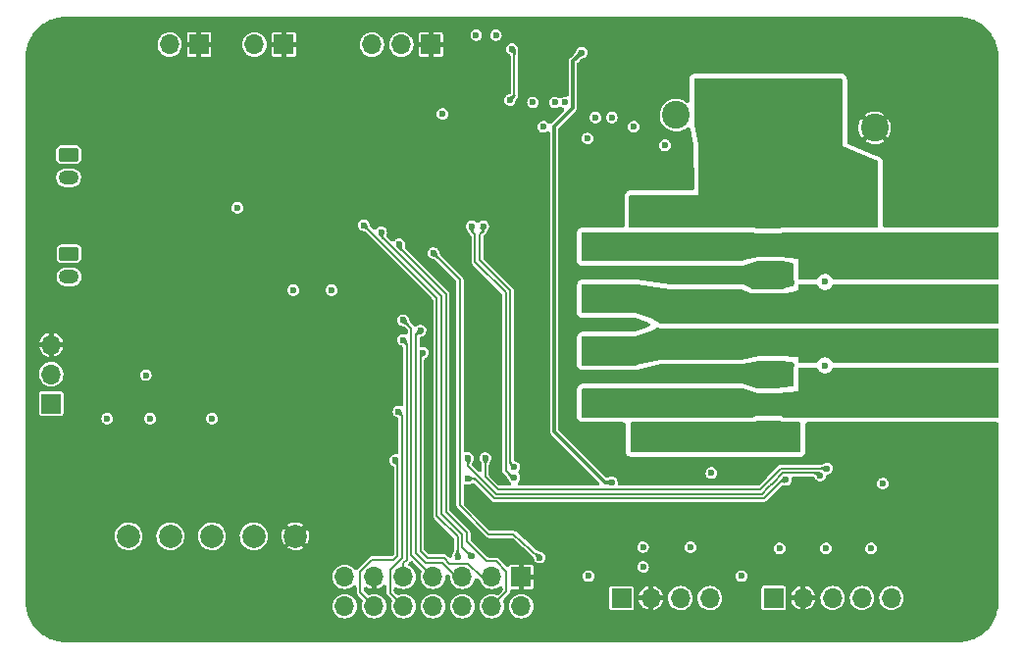
<source format=gbr>
G04 #@! TF.GenerationSoftware,KiCad,Pcbnew,(6.0.8)*
G04 #@! TF.CreationDate,2022-12-12T15:57:36+01:00*
G04 #@! TF.ProjectId,TMCM-1290-EVAL_v1.0,544d434d-2d31-4323-9930-2d4556414c5f,rev?*
G04 #@! TF.SameCoordinates,PX3c8eee0PY8eeaea0*
G04 #@! TF.FileFunction,Copper,L4,Bot*
G04 #@! TF.FilePolarity,Positive*
%FSLAX46Y46*%
G04 Gerber Fmt 4.6, Leading zero omitted, Abs format (unit mm)*
G04 Created by KiCad (PCBNEW (6.0.8)) date 2022-12-12 15:57:36*
%MOMM*%
%LPD*%
G01*
G04 APERTURE LIST*
G04 Aperture macros list*
%AMRoundRect*
0 Rectangle with rounded corners*
0 $1 Rounding radius*
0 $2 $3 $4 $5 $6 $7 $8 $9 X,Y pos of 4 corners*
0 Add a 4 corners polygon primitive as box body*
4,1,4,$2,$3,$4,$5,$6,$7,$8,$9,$2,$3,0*
0 Add four circle primitives for the rounded corners*
1,1,$1+$1,$2,$3*
1,1,$1+$1,$4,$5*
1,1,$1+$1,$6,$7*
1,1,$1+$1,$8,$9*
0 Add four rect primitives between the rounded corners*
20,1,$1+$1,$2,$3,$4,$5,0*
20,1,$1+$1,$4,$5,$6,$7,0*
20,1,$1+$1,$6,$7,$8,$9,0*
20,1,$1+$1,$8,$9,$2,$3,0*%
G04 Aperture macros list end*
G04 #@! TA.AperFunction,ComponentPad*
%ADD10C,6.400000*%
G04 #@! TD*
G04 #@! TA.AperFunction,ComponentPad*
%ADD11C,2.000000*%
G04 #@! TD*
G04 #@! TA.AperFunction,ComponentPad*
%ADD12R,1.700000X1.700000*%
G04 #@! TD*
G04 #@! TA.AperFunction,ComponentPad*
%ADD13O,1.700000X1.700000*%
G04 #@! TD*
G04 #@! TA.AperFunction,ComponentPad*
%ADD14R,2.000000X2.000000*%
G04 #@! TD*
G04 #@! TA.AperFunction,ComponentPad*
%ADD15C,2.400000*%
G04 #@! TD*
G04 #@! TA.AperFunction,ComponentPad*
%ADD16RoundRect,0.250000X-0.625000X0.350000X-0.625000X-0.350000X0.625000X-0.350000X0.625000X0.350000X0*%
G04 #@! TD*
G04 #@! TA.AperFunction,ComponentPad*
%ADD17O,1.750000X1.200000*%
G04 #@! TD*
G04 #@! TA.AperFunction,ViaPad*
%ADD18C,0.600000*%
G04 #@! TD*
G04 #@! TA.AperFunction,Conductor*
%ADD19C,0.200000*%
G04 #@! TD*
G04 #@! TA.AperFunction,Conductor*
%ADD20C,0.300000*%
G04 #@! TD*
G04 APERTURE END LIST*
D10*
G04 #@! TO.P,H3,1,1*
G04 #@! TO.N,GND*
X4000000Y4000000D03*
G04 #@! TD*
G04 #@! TO.P,H1,1,1*
G04 #@! TO.N,GND*
X4000000Y51000000D03*
G04 #@! TD*
G04 #@! TO.P,H4,1,1*
G04 #@! TO.N,GND*
X81000000Y4000000D03*
G04 #@! TD*
G04 #@! TO.P,H2,1,1*
G04 #@! TO.N,GND*
X81000000Y51000000D03*
G04 #@! TD*
D11*
G04 #@! TO.P,TP5,1,1*
G04 #@! TO.N,/Motor Driver/DIAG1*
X9400000Y9650000D03*
G04 #@! TD*
D12*
G04 #@! TO.P,J1,1,Pin_1*
G04 #@! TO.N,GND*
X22805000Y52100000D03*
D13*
G04 #@! TO.P,J1,2,Pin_2*
G04 #@! TO.N,Net-(J1-Pad2)*
X20265000Y52100000D03*
G04 #@! TD*
D14*
G04 #@! TO.P,C7,1*
G04 #@! TO.N,/+VS*
X64600000Y37200000D03*
D11*
G04 #@! TO.P,C7,2*
G04 #@! TO.N,GND*
X64600000Y32200000D03*
G04 #@! TD*
D12*
G04 #@! TO.P,J3,1,Pin_1*
G04 #@! TO.N,GND*
X15480000Y52100000D03*
D13*
G04 #@! TO.P,J3,2,Pin_2*
G04 #@! TO.N,Net-(J3-Pad2)*
X12940000Y52100000D03*
G04 #@! TD*
D15*
G04 #@! TO.P,U3,1*
G04 #@! TO.N,GND*
X73800000Y44900000D03*
G04 #@! TO.P,U3,2*
G04 #@! TO.N,/+VS*
X68800000Y44900000D03*
G04 #@! TD*
D12*
G04 #@! TO.P,J8,1,Pin_1*
G04 #@! TO.N,/+5V*
X51940000Y4300000D03*
D13*
G04 #@! TO.P,J8,2,Pin_2*
G04 #@! TO.N,GND*
X54480000Y4300000D03*
G04 #@! TO.P,J8,3,Pin_3*
G04 #@! TO.N,Net-(J8-Pad3)*
X57020000Y4300000D03*
G04 #@! TO.P,J8,4,Pin_4*
G04 #@! TO.N,Net-(J8-Pad4)*
X59560000Y4300000D03*
G04 #@! TD*
D11*
G04 #@! TO.P,TP8,1,1*
G04 #@! TO.N,VCC*
X16600000Y9650000D03*
G04 #@! TD*
D12*
G04 #@! TO.P,J9,1,Pin_1*
G04 #@! TO.N,/+5V*
X65080000Y4310000D03*
D13*
G04 #@! TO.P,J9,2,Pin_2*
G04 #@! TO.N,GND*
X67620000Y4310000D03*
G04 #@! TO.P,J9,3,Pin_3*
G04 #@! TO.N,Net-(J9-Pad3)*
X70160000Y4310000D03*
G04 #@! TO.P,J9,4,Pin_4*
G04 #@! TO.N,Net-(J9-Pad4)*
X72700000Y4310000D03*
G04 #@! TO.P,J9,5,Pin_5*
G04 #@! TO.N,Net-(J9-Pad5)*
X75240000Y4310000D03*
G04 #@! TD*
D15*
G04 #@! TO.P,U9,1*
G04 #@! TO.N,/B1*
X76000000Y22650000D03*
G04 #@! TO.P,U9,2*
G04 #@! TO.N,/B2*
X76000000Y26150000D03*
G04 #@! TO.P,U9,3*
G04 #@! TO.N,/A2*
X76000000Y29650000D03*
G04 #@! TO.P,U9,4*
G04 #@! TO.N,/A1*
X76000000Y33150000D03*
G04 #@! TD*
D16*
G04 #@! TO.P,J2,1,Pin_1*
G04 #@! TO.N,/RS485_A{slash}UART_TX*
X4220000Y42600000D03*
D17*
G04 #@! TO.P,J2,2,Pin_2*
G04 #@! TO.N,/RS485_B{slash}UART_RX*
X4220000Y40600000D03*
G04 #@! TD*
D11*
G04 #@! TO.P,TP6,1,1*
G04 #@! TO.N,/+5V*
X20200000Y9650000D03*
G04 #@! TD*
D12*
G04 #@! TO.P,J5,1,Pin_1*
G04 #@! TO.N,/RS485_B{slash}UART_RX*
X2710000Y21100000D03*
D13*
G04 #@! TO.P,J5,2,Pin_2*
G04 #@! TO.N,/RS485_A{slash}UART_TX*
X2710000Y23640000D03*
G04 #@! TO.P,J5,3,Pin_3*
G04 #@! TO.N,GND*
X2710000Y26180000D03*
G04 #@! TD*
D12*
G04 #@! TO.P,J7,1,Pin_1*
G04 #@! TO.N,GND*
X43290000Y6140000D03*
D13*
G04 #@! TO.P,J7,2,Pin_2*
G04 #@! TO.N,/SPI_CSN*
X40750000Y6140000D03*
G04 #@! TO.P,J7,3,Pin_3*
G04 #@! TO.N,/SPI_MOSI*
X38210000Y6140000D03*
G04 #@! TO.P,J7,4,Pin_4*
G04 #@! TO.N,/SPI_MISO*
X35670000Y6140000D03*
G04 #@! TO.P,J7,5,Pin_5*
G04 #@! TO.N,/SPI_SCK*
X33130000Y6140000D03*
G04 #@! TO.P,J7,6,Pin_6*
G04 #@! TO.N,GND*
X30590000Y6140000D03*
G04 #@! TO.P,J7,7,Pin_7*
G04 #@! TO.N,VCC*
X28050000Y6140000D03*
G04 #@! TO.P,J7,8,Pin_8*
G04 #@! TO.N,Net-(J7-Pad8)*
X43290000Y3600000D03*
G04 #@! TO.P,J7,9,Pin_9*
G04 #@! TO.N,/GPIO0*
X40750000Y3600000D03*
G04 #@! TO.P,J7,10,Pin_10*
G04 #@! TO.N,/GPIO1*
X38210000Y3600000D03*
G04 #@! TO.P,J7,11,Pin_11*
G04 #@! TO.N,/GPIO2*
X35670000Y3600000D03*
G04 #@! TO.P,J7,12,Pin_12*
G04 #@! TO.N,/GPIO3*
X33130000Y3600000D03*
G04 #@! TO.P,J7,13,Pin_13*
G04 #@! TO.N,/nENABLE*
X30590000Y3600000D03*
G04 #@! TO.P,J7,14,Pin_14*
G04 #@! TO.N,VCC*
X28050000Y3600000D03*
G04 #@! TD*
D11*
G04 #@! TO.P,TP7,1,1*
G04 #@! TO.N,/Motor Driver/DIAG0*
X13000000Y9650000D03*
G04 #@! TD*
D14*
G04 #@! TO.P,C19,1*
G04 #@! TO.N,/+VS*
X64600000Y18632323D03*
D11*
G04 #@! TO.P,C19,2*
G04 #@! TO.N,GND*
X64600000Y23632323D03*
G04 #@! TD*
D15*
G04 #@! TO.P,U2,1*
G04 #@! TO.N,/+VS*
X60150000Y46000000D03*
G04 #@! TO.P,U2,2*
G04 #@! TO.N,Net-(D3-Pad2)*
X56650000Y46000000D03*
G04 #@! TD*
D12*
G04 #@! TO.P,J4,1,Pin_1*
G04 #@! TO.N,GND*
X35480000Y52100000D03*
D13*
G04 #@! TO.P,J4,2,Pin_2*
G04 #@! TO.N,/Motor Driver/CLK_DRV*
X32940000Y52100000D03*
G04 #@! TO.P,J4,3,Pin_3*
G04 #@! TO.N,Net-(J4-Pad3)*
X30400000Y52100000D03*
G04 #@! TD*
D11*
G04 #@! TO.P,TP9,1,1*
G04 #@! TO.N,GND*
X23800000Y9650000D03*
G04 #@! TD*
D16*
G04 #@! TO.P,J6,1,Pin_1*
G04 #@! TO.N,/RS485_A{slash}UART_TX*
X4250000Y34050000D03*
D17*
G04 #@! TO.P,J6,2,Pin_2*
G04 #@! TO.N,/RS485_B{slash}UART_RX*
X4250000Y32050000D03*
G04 #@! TD*
D18*
G04 #@! TO.N,GND*
X66400000Y32600000D03*
X66400000Y31800000D03*
X40300000Y46300000D03*
X66400000Y23200000D03*
X77500000Y42000000D03*
X53700000Y12300000D03*
X54000000Y23400000D03*
X54000000Y32400000D03*
X82500000Y37500000D03*
X72500000Y52500000D03*
X69500000Y31600000D03*
X17900000Y13500000D03*
X52475000Y39975000D03*
X58000000Y32400000D03*
X7900000Y41600000D03*
X66900000Y12500000D03*
X47000000Y27900000D03*
X58000000Y23500000D03*
X26300000Y2000000D03*
X44800000Y27900000D03*
X43700000Y16500000D03*
X47100000Y32400000D03*
X10900000Y21900000D03*
X53800000Y27900000D03*
X69600000Y10825000D03*
X74500000Y12600000D03*
X62900000Y31850000D03*
X62300000Y2100000D03*
X58900000Y15700000D03*
X75000000Y42000000D03*
X50800000Y23400000D03*
X11300000Y49700000D03*
X76100000Y44100000D03*
X46200000Y51800000D03*
X44100000Y51900000D03*
X47600000Y7100000D03*
X73500000Y10825000D03*
X62900000Y24100000D03*
X40800000Y15100000D03*
X50800000Y50400000D03*
X49500000Y50400000D03*
X20400000Y38000000D03*
X41400000Y44900000D03*
X47800000Y12200000D03*
X44800000Y23400000D03*
X45100000Y49400000D03*
X77500000Y38000000D03*
X82500000Y42500000D03*
X22300000Y20800000D03*
X57900000Y10800000D03*
X75000000Y50000000D03*
X7000000Y13600000D03*
X52300000Y27900000D03*
X66400000Y24100000D03*
X35400000Y14800000D03*
X42100000Y49400000D03*
X44800000Y11900000D03*
X76100000Y45300000D03*
X49100000Y2100000D03*
X7100000Y7400000D03*
X73200000Y46900000D03*
X29787500Y44712500D03*
X75000000Y38000000D03*
X50800000Y27900000D03*
X55200000Y15600000D03*
X34200000Y39500000D03*
X43600000Y49400000D03*
X80000000Y40000000D03*
X50800000Y32400000D03*
X74500000Y46900000D03*
X67500000Y52500000D03*
X26900000Y35400000D03*
X43600000Y39400000D03*
X47000000Y23400000D03*
X62900000Y23200000D03*
X82500000Y12500000D03*
X62900000Y32650000D03*
X61000000Y12300000D03*
X80000000Y15000000D03*
X43300000Y7800000D03*
X65600000Y10825000D03*
X53900000Y10800000D03*
X46300000Y9700000D03*
X47100000Y51800000D03*
X36300000Y48700000D03*
X55100000Y40500000D03*
X56900000Y41900000D03*
X56900000Y14600000D03*
X72500000Y17500000D03*
X60000000Y52500000D03*
X21600000Y13500000D03*
X82500000Y17500000D03*
X69500000Y24400000D03*
X31387500Y48712500D03*
X44800000Y32400000D03*
X30000000Y16200000D03*
X52300000Y23400000D03*
X20700000Y24200000D03*
X52300000Y32400000D03*
G04 #@! TO.N,/A1*
X69000000Y34600000D03*
X81000000Y33000000D03*
X83000000Y34000000D03*
X73900000Y35000000D03*
X63000000Y34600000D03*
X52500000Y35200000D03*
X54200000Y34500000D03*
X79000000Y34000000D03*
X81000000Y35000000D03*
X59000000Y34600000D03*
X50800000Y34600000D03*
X66000000Y34600000D03*
G04 #@! TO.N,/+VS*
X54200000Y18900000D03*
X60000000Y41000000D03*
X62900000Y19000000D03*
X56900000Y17400000D03*
X69600000Y46900000D03*
X62200000Y46900000D03*
X66400000Y19000000D03*
X62900000Y17800000D03*
X59000000Y38500000D03*
X55700000Y43400000D03*
X59000000Y36900000D03*
X49000000Y44000000D03*
X46200000Y47100000D03*
X51100000Y45800000D03*
X66400000Y37900000D03*
X47100000Y47100000D03*
X66400000Y17800000D03*
X44300000Y47100000D03*
X66500000Y45300000D03*
X70000000Y41100000D03*
X70000000Y40000000D03*
X66500000Y44100000D03*
X62900000Y37900000D03*
X59200000Y18600000D03*
X53000000Y45000000D03*
X66000000Y40000000D03*
X70000000Y38900000D03*
X49700000Y45800000D03*
X72000000Y42000000D03*
X67900000Y46900000D03*
X60200000Y44200000D03*
X62900000Y36800000D03*
X45200000Y45000000D03*
X66400000Y36800000D03*
X63000000Y41000000D03*
X54100000Y37300000D03*
X61000000Y18400000D03*
G04 #@! TO.N,/A2*
X73900000Y29000000D03*
X81000000Y28500000D03*
X50800000Y30100000D03*
X63000000Y29400000D03*
X83000000Y29500000D03*
X60000000Y29000000D03*
X58000000Y30000000D03*
X69000000Y30000000D03*
X54200000Y29600000D03*
X52500000Y30600000D03*
X81000000Y30500000D03*
X79000000Y29500000D03*
X66000000Y29000000D03*
G04 #@! TO.N,/B1*
X66000000Y21100000D03*
X73900000Y21100000D03*
X69000000Y21100000D03*
X81000000Y23000000D03*
X50800000Y21100000D03*
X63000000Y21100000D03*
X79000000Y22000000D03*
X81000000Y21000000D03*
X59000000Y21100000D03*
X83000000Y22000000D03*
X52500000Y20500000D03*
X54200000Y21300000D03*
G04 #@! TO.N,/B2*
X50800000Y25600000D03*
X63000000Y26000000D03*
X60000000Y27000000D03*
X58000000Y26000000D03*
X73900000Y27000000D03*
X79000000Y26000000D03*
X54200000Y26000000D03*
X52500000Y25100000D03*
X83000000Y26000000D03*
X69000000Y26000000D03*
X66000000Y27000000D03*
X81000000Y25200000D03*
G04 #@! TO.N,/AIN*
X44900000Y7800000D03*
X35700000Y34100000D03*
G04 #@! TO.N,/+5V*
X49100000Y6200000D03*
X57900000Y8700000D03*
X69600000Y8600000D03*
X53800000Y7000000D03*
X62300000Y6200000D03*
X42500000Y51700000D03*
X42300000Y47300000D03*
X65600000Y8600000D03*
X53800000Y8700000D03*
X41100000Y52900000D03*
X73500000Y8600000D03*
X39400000Y52900000D03*
G04 #@! TO.N,/ENC_N*
X38700000Y14600000D03*
X66100000Y14499531D03*
G04 #@! TO.N,VCC*
X59700000Y15100000D03*
X11250000Y19800000D03*
X7550000Y19800000D03*
X26900000Y30900000D03*
X23600000Y30900000D03*
X16600000Y19800000D03*
X74500000Y14200000D03*
X36487500Y46112500D03*
X10875000Y23550000D03*
X18800000Y38000000D03*
G04 #@! TO.N,/REF_R*
X39000000Y36400245D03*
X42700000Y14700000D03*
G04 #@! TO.N,/REF_L*
X42700000Y15600000D03*
X40000000Y36400245D03*
G04 #@! TO.N,/ENC_B*
X69100000Y14900000D03*
X38700000Y16400000D03*
G04 #@! TO.N,/ENC_A*
X40200000Y16400000D03*
X69700000Y15500000D03*
G04 #@! TO.N,/nENABLE*
X32400000Y16200000D03*
G04 #@! TO.N,/GPIO1*
X31200000Y35900000D03*
X39000000Y7900000D03*
G04 #@! TO.N,Net-(Q1-Pad1)*
X48500000Y51400000D03*
X51100000Y14300500D03*
G04 #@! TO.N,/SPI_SCK*
X33100000Y26600000D03*
G04 #@! TO.N,/SPI_MOSI*
X34600000Y27400000D03*
G04 #@! TO.N,/SPI_MISO*
X33100000Y28300000D03*
G04 #@! TO.N,/SPI_CSN*
X34800000Y25500000D03*
G04 #@! TO.N,/GPIO2*
X37800000Y7889011D03*
X29700000Y36500000D03*
G04 #@! TO.N,/GPIO0*
X32756414Y34856414D03*
G04 #@! TO.N,/GPIO3*
X32700000Y20400000D03*
G04 #@! TD*
D19*
G04 #@! TO.N,/AIN*
X44900000Y7800000D02*
X42600000Y9800000D01*
X42600000Y9800000D02*
X40500000Y9800000D01*
X38000000Y31800000D02*
X35700000Y34100000D01*
X40500000Y9800000D02*
X38000000Y12300000D01*
X38000000Y12300000D02*
X38000000Y31800000D01*
G04 #@! TO.N,/+5V*
X42699511Y47699511D02*
X42300000Y47300000D01*
X42699511Y51500489D02*
X42699511Y47699511D01*
X42500000Y51700000D02*
X42699511Y51500489D01*
G04 #@! TO.N,/ENC_N*
X41201951Y12901951D02*
X50501950Y12901950D01*
X40933044Y12901950D02*
X41201951Y12901951D01*
X39417497Y14417497D02*
X40933044Y12901950D01*
X38700000Y14600000D02*
X39234994Y14600000D01*
X64219586Y12901950D02*
X61500000Y12901950D01*
X65817168Y14499531D02*
X64219586Y12901950D01*
X61500000Y12901950D02*
X57800000Y12901950D01*
X57800000Y12901950D02*
X50501950Y12901950D01*
X66100000Y14499531D02*
X65817168Y14499531D01*
X39234994Y14600000D02*
X39417497Y14417497D01*
G04 #@! TO.N,/REF_R*
X41950481Y15284513D02*
X41950480Y30685492D01*
X39300969Y35700245D02*
X39000000Y36001214D01*
X39000000Y36001214D02*
X39000000Y36400245D01*
X42700000Y14700000D02*
X42534994Y14700000D01*
X41950480Y30685492D02*
X39300970Y33335002D01*
X42534994Y14700000D02*
X41950481Y15284513D01*
X39300970Y33335002D02*
X39300969Y35700245D01*
G04 #@! TO.N,/REF_L*
X42350000Y30850978D02*
X39700489Y33500489D01*
X39700489Y35700245D02*
X40000489Y36000245D01*
X40000489Y36000245D02*
X40000489Y36399756D01*
X40000489Y36399756D02*
X40000000Y36400245D01*
X42350000Y15950000D02*
X42350000Y30850978D01*
X42700000Y15600000D02*
X42350000Y15950000D01*
X40000000Y36400245D02*
X40000000Y36100245D01*
X39700489Y33500489D02*
X39700489Y35700245D01*
G04 #@! TO.N,/ENC_B*
X68900958Y15099042D02*
X69100000Y14900000D01*
X64799999Y14047369D02*
X64626315Y13873685D01*
X64800000Y14047369D02*
X64976315Y14223685D01*
X38700000Y16400000D02*
X38700000Y15700000D01*
X41100000Y13301470D02*
X64054100Y13301470D01*
X64054100Y13301470D02*
X64626315Y13873685D01*
X64976315Y14223685D02*
X65851673Y15099042D01*
X69100000Y14900000D02*
X68900000Y15100000D01*
X64800000Y14047369D02*
X64799999Y14047369D01*
X65851673Y15099042D02*
X68900958Y15099042D01*
X38700000Y15700000D02*
X41098531Y13301469D01*
G04 #@! TO.N,/ENC_A*
X64743812Y14556188D02*
X65687625Y15500000D01*
X64742852Y14556188D02*
X64743812Y14556188D01*
X40200000Y14765006D02*
X41264017Y13700989D01*
X40200000Y16400000D02*
X40200000Y14765006D01*
X65687625Y15500000D02*
X69700000Y15500000D01*
X41264017Y13700989D02*
X63887653Y13700989D01*
X63887653Y13700989D02*
X64742852Y14556188D01*
G04 #@! TO.N,/nENABLE*
X32600000Y16000000D02*
X32400000Y16200000D01*
X30590000Y3600000D02*
X29390000Y4800000D01*
X32600000Y7930012D02*
X32600000Y16000000D01*
X30400000Y7600000D02*
X32269988Y7600000D01*
X29390000Y4800000D02*
X29390000Y6590000D01*
X29390000Y6590000D02*
X30400000Y7600000D01*
X32269988Y7600000D02*
X32600000Y7930012D01*
G04 #@! TO.N,/GPIO1*
X36400000Y30365006D02*
X36400000Y11567497D01*
X38199520Y8700000D02*
X38999520Y7900000D01*
X36400000Y11567497D02*
X36900000Y11067497D01*
X31200000Y35565006D02*
X36400000Y30365006D01*
X31200000Y35900000D02*
X31200000Y35565006D01*
X38199520Y9767977D02*
X38199520Y8700000D01*
X38999520Y7900000D02*
X39000000Y7900000D01*
X36900000Y11067497D02*
X38199520Y9767977D01*
D20*
G04 #@! TO.N,Net-(Q1-Pad1)*
X46149511Y18650489D02*
X46149511Y45050489D01*
X47749511Y50649511D02*
X48500000Y51400000D01*
X50499500Y14300500D02*
X46149511Y18650489D01*
D19*
X47699511Y50599511D02*
X48300000Y51200000D01*
X48300000Y51200000D02*
X48500000Y51400000D01*
D20*
X47749511Y46650489D02*
X47749511Y50649511D01*
X46149511Y45050489D02*
X47749511Y46650489D01*
X47749511Y50649511D02*
X48300000Y51200000D01*
X51100000Y14300500D02*
X50499500Y14300500D01*
D19*
G04 #@! TO.N,/SPI_SCK*
X33399031Y7599031D02*
X33399031Y26300969D01*
X33130000Y7330000D02*
X33399031Y7599031D01*
X33130000Y6140000D02*
X33130000Y7330000D01*
X33399031Y26300969D02*
X33100000Y26600000D01*
G04 #@! TO.N,/SPI_MOSI*
X36437503Y7337503D02*
X35037503Y7337503D01*
X34200480Y8175486D02*
X34200480Y27000480D01*
X34200000Y8175006D02*
X34200480Y8175486D01*
X35037503Y7337503D02*
X34200000Y8175006D01*
X37660000Y6140000D02*
X36450000Y7350000D01*
X38210000Y6140000D02*
X37660000Y6140000D01*
X36450000Y7350000D02*
X36437503Y7337503D01*
X34200480Y27000480D02*
X34600000Y27400000D01*
G04 #@! TO.N,/SPI_MISO*
X33798550Y27601450D02*
X33100000Y28300000D01*
X35670000Y6140000D02*
X33798551Y8011449D01*
X33798551Y8011449D02*
X33798550Y27601450D01*
G04 #@! TO.N,/SPI_CSN*
X34600000Y25300000D02*
X34800000Y25500000D01*
X40750000Y6140000D02*
X39835655Y6140000D01*
X35170006Y7770006D02*
X34600000Y8340012D01*
X34600000Y8340012D02*
X34600000Y25300000D01*
X39835655Y6140000D02*
X38686144Y7289511D01*
X38686144Y7289511D02*
X37110489Y7289511D01*
X37110489Y7289511D02*
X36629994Y7770006D01*
X36629994Y7770006D02*
X35170006Y7770006D01*
G04 #@! TO.N,/GPIO2*
X37800000Y9602491D02*
X37800000Y7889011D01*
X36000000Y11402491D02*
X37800000Y9602491D01*
X36000000Y27367497D02*
X36000000Y11402491D01*
X29700000Y36500000D02*
X36000000Y30200000D01*
X36000000Y30200000D02*
X36000000Y27367497D01*
G04 #@! TO.N,/GPIO0*
X32756414Y34573598D02*
X36800000Y30530012D01*
X40300000Y7500000D02*
X38599040Y9200960D01*
X42000000Y4850000D02*
X42000000Y6600000D01*
X41100000Y7500000D02*
X40300000Y7500000D01*
X36800000Y11732503D02*
X38599040Y9933463D01*
X38599040Y9200960D02*
X38599040Y9300960D01*
X38599040Y9933463D02*
X38599040Y9300960D01*
X42000000Y6600000D02*
X41100000Y7500000D01*
X32756414Y34856414D02*
X32756414Y34573598D01*
X40750000Y3600000D02*
X42000000Y4850000D01*
X36800000Y30530012D02*
X36800000Y11732503D01*
G04 #@! TO.N,/GPIO3*
X31980489Y4749511D02*
X31980489Y6745495D01*
X33130000Y3600000D02*
X31980489Y4749511D01*
X32999511Y20100489D02*
X32700000Y20400000D01*
X32999511Y7764517D02*
X32999511Y20100489D01*
X31980489Y6745495D02*
X32999511Y7764517D01*
G04 #@! TD*
G04 #@! TA.AperFunction,Conductor*
G04 #@! TO.N,/GPIO1*
G36*
X38661302Y8380188D02*
G01*
X38702268Y8341939D01*
X38746937Y8306686D01*
X38788363Y8280255D01*
X38827862Y8260754D01*
X38828134Y8260653D01*
X38865923Y8246604D01*
X38866751Y8246296D01*
X38906346Y8234990D01*
X38906450Y8234965D01*
X38947963Y8224947D01*
X38992797Y8214306D01*
X38993100Y8214229D01*
X39042255Y8201165D01*
X39042780Y8201013D01*
X39090129Y8186028D01*
X39096982Y8180265D01*
X39098295Y8175117D01*
X39104883Y7857082D01*
X39105937Y7806223D01*
X39102683Y7797881D01*
X39094025Y7794283D01*
X38725115Y7801063D01*
X38716906Y7804641D01*
X38714183Y7809205D01*
X38699077Y7856556D01*
X38698923Y7857082D01*
X38685738Y7906265D01*
X38685660Y7906571D01*
X38674930Y7951394D01*
X38664833Y7992929D01*
X38664811Y7993021D01*
X38653444Y8032627D01*
X38638935Y8071531D01*
X38638801Y8071802D01*
X38619529Y8110774D01*
X38619525Y8110781D01*
X38619392Y8111050D01*
X38592920Y8152504D01*
X38557626Y8197208D01*
X38522314Y8235026D01*
X38519334Y8238218D01*
X38516193Y8246604D01*
X38519613Y8254476D01*
X38645045Y8379908D01*
X38653318Y8383335D01*
X38661302Y8380188D01*
G37*
G04 #@! TD.AperFunction*
G04 #@! TD*
G04 #@! TA.AperFunction,Conductor*
G04 #@! TO.N,/+5V*
G36*
X42795031Y47731090D02*
G01*
X42798458Y47722817D01*
X42798415Y47721812D01*
X42794022Y47670878D01*
X42793610Y47668654D01*
X42779583Y47619892D01*
X42779078Y47618136D01*
X42778236Y47616015D01*
X42756843Y47574470D01*
X42755860Y47572886D01*
X42729611Y47537260D01*
X42728911Y47536399D01*
X42710016Y47515280D01*
X42699755Y47503812D01*
X42670227Y47471884D01*
X42643094Y47438287D01*
X42620749Y47400271D01*
X42605586Y47355091D01*
X42605521Y47354446D01*
X42605520Y47354443D01*
X42600820Y47308086D01*
X42596576Y47300200D01*
X42592138Y47297946D01*
X42412149Y47250933D01*
X42208891Y47197841D01*
X42200020Y47199066D01*
X42194614Y47206204D01*
X42194236Y47209390D01*
X42195967Y47297946D01*
X42201372Y47574393D01*
X42204960Y47582597D01*
X42210283Y47585527D01*
X42253393Y47596096D01*
X42255065Y47596379D01*
X42308070Y47601422D01*
X42309056Y47601474D01*
X42346928Y47601834D01*
X42362674Y47601983D01*
X42363019Y47601982D01*
X42374855Y47601745D01*
X42415459Y47600933D01*
X42415568Y47600934D01*
X42415574Y47600934D01*
X42446377Y47601226D01*
X42464617Y47601399D01*
X42492021Y47604555D01*
X42508015Y47606396D01*
X42508017Y47606396D01*
X42508647Y47606469D01*
X42545851Y47619229D01*
X42574529Y47642766D01*
X42592982Y47680167D01*
X42598273Y47724212D01*
X42602662Y47732018D01*
X42609889Y47734517D01*
X42786758Y47734517D01*
X42795031Y47731090D01*
G37*
G04 #@! TD.AperFunction*
G04 #@! TD*
G04 #@! TA.AperFunction,Conductor*
G04 #@! TO.N,/ENC_A*
G36*
X40208433Y16541231D02*
G01*
X40464187Y16275278D01*
X40467452Y16266939D01*
X40466144Y16261788D01*
X40443318Y16217707D01*
X40443054Y16217226D01*
X40417561Y16173185D01*
X40417404Y16172923D01*
X40393274Y16133714D01*
X40370970Y16097183D01*
X40350981Y16061194D01*
X40333713Y16023480D01*
X40319574Y15981771D01*
X40308971Y15933800D01*
X40302310Y15877299D01*
X40302302Y15877055D01*
X40300388Y15821299D01*
X40296680Y15813148D01*
X40288695Y15810000D01*
X40111305Y15810000D01*
X40103032Y15813427D01*
X40099612Y15821298D01*
X40097697Y15877054D01*
X40097697Y15877055D01*
X40097689Y15877299D01*
X40091028Y15933800D01*
X40080425Y15981771D01*
X40066286Y16023480D01*
X40049018Y16061194D01*
X40029029Y16097183D01*
X40006725Y16133714D01*
X39982595Y16172923D01*
X39982438Y16173185D01*
X39956945Y16217226D01*
X39956681Y16217707D01*
X39950612Y16229428D01*
X39933855Y16261789D01*
X39933094Y16270710D01*
X39935812Y16275278D01*
X40191567Y16541231D01*
X40199771Y16544819D01*
X40208433Y16541231D01*
G37*
G04 #@! TD.AperFunction*
G04 #@! TD*
G04 #@! TA.AperFunction,Conductor*
G04 #@! TO.N,/ENC_B*
G36*
X38708433Y16541231D02*
G01*
X38964187Y16275278D01*
X38967452Y16266939D01*
X38966144Y16261788D01*
X38943318Y16217707D01*
X38943054Y16217226D01*
X38917561Y16173185D01*
X38917404Y16172923D01*
X38893274Y16133714D01*
X38870970Y16097183D01*
X38850981Y16061194D01*
X38833713Y16023480D01*
X38819574Y15981771D01*
X38808971Y15933800D01*
X38802310Y15877299D01*
X38802302Y15877055D01*
X38800388Y15821299D01*
X38796680Y15813148D01*
X38788695Y15810000D01*
X38611305Y15810000D01*
X38603032Y15813427D01*
X38599612Y15821298D01*
X38597697Y15877054D01*
X38597697Y15877055D01*
X38597689Y15877299D01*
X38591028Y15933800D01*
X38580425Y15981771D01*
X38566286Y16023480D01*
X38549018Y16061194D01*
X38529029Y16097183D01*
X38506725Y16133714D01*
X38482595Y16172923D01*
X38482438Y16173185D01*
X38456945Y16217226D01*
X38456681Y16217707D01*
X38450612Y16229428D01*
X38433855Y16261789D01*
X38433094Y16270710D01*
X38435812Y16275278D01*
X38691567Y16541231D01*
X38699771Y16544819D01*
X38708433Y16541231D01*
G37*
G04 #@! TD.AperFunction*
G04 #@! TD*
G04 #@! TA.AperFunction,Conductor*
G04 #@! TO.N,Net-(Q1-Pad1)*
G36*
X48602240Y51502563D02*
G01*
X48605828Y51493901D01*
X48604053Y51403098D01*
X48598685Y51128494D01*
X48598612Y51124784D01*
X48595024Y51116580D01*
X48590780Y51113984D01*
X48547933Y51099289D01*
X48503097Y51083853D01*
X48462608Y51069042D01*
X48425133Y51053594D01*
X48389338Y51036244D01*
X48353889Y51015729D01*
X48317452Y50990785D01*
X48278693Y50960149D01*
X48236278Y50922556D01*
X48188874Y50876742D01*
X47976742Y51088874D01*
X48022555Y51136279D01*
X48060148Y51178694D01*
X48090784Y51217453D01*
X48115728Y51253890D01*
X48136243Y51289339D01*
X48153593Y51325134D01*
X48169041Y51362609D01*
X48183852Y51403098D01*
X48199288Y51447934D01*
X48213974Y51490753D01*
X48219889Y51497432D01*
X48224783Y51498612D01*
X48459372Y51503198D01*
X48593901Y51505828D01*
X48602240Y51502563D01*
G37*
G04 #@! TD.AperFunction*
G04 #@! TD*
G04 #@! TA.AperFunction,Conductor*
G04 #@! TO.N,/nENABLE*
G36*
X32315719Y16309171D02*
G01*
X32527314Y16249059D01*
X32690509Y16202696D01*
X32697530Y16197139D01*
X32699011Y16191442D01*
X32699011Y15681700D01*
X32695584Y15673427D01*
X32687311Y15670000D01*
X32511068Y15670000D01*
X32502795Y15673427D01*
X32499386Y15681051D01*
X32497452Y15715897D01*
X32497451Y15715904D01*
X32497430Y15716285D01*
X32489894Y15755344D01*
X32477653Y15788149D01*
X32460966Y15815670D01*
X32440094Y15838877D01*
X32415297Y15858739D01*
X32386835Y15876228D01*
X32386624Y15876335D01*
X32386616Y15876339D01*
X32355098Y15892249D01*
X32355094Y15892251D01*
X32354969Y15892314D01*
X32323980Y15906168D01*
X32320001Y15907947D01*
X32319981Y15907956D01*
X32319958Y15907966D01*
X32319928Y15907979D01*
X32319884Y15907998D01*
X32289561Y15920952D01*
X32283299Y15927353D01*
X32282472Y15932297D01*
X32295754Y16197139D01*
X32300837Y16298503D01*
X32304674Y16306593D01*
X32313108Y16309601D01*
X32315719Y16309171D01*
G37*
G04 #@! TD.AperFunction*
G04 #@! TD*
G04 #@! TA.AperFunction,Conductor*
G04 #@! TO.N,/+VS*
G36*
X66130629Y49196209D02*
G01*
X70901815Y49193542D01*
X70959995Y49174602D01*
X70995932Y49125082D01*
X71000760Y49094533D01*
X71000265Y43389904D01*
X71000257Y43294099D01*
X71012784Y43288846D01*
X71012785Y43288845D01*
X72605816Y42620800D01*
X74039544Y42019559D01*
X74085894Y41979620D01*
X74100257Y41928263D01*
X74100257Y37794099D01*
X74100068Y36404487D01*
X74081153Y36346298D01*
X74031648Y36310341D01*
X74001068Y36305500D01*
X65907044Y36305500D01*
X65903200Y36304891D01*
X65903198Y36304891D01*
X65875531Y36300509D01*
X65781738Y36285654D01*
X65778040Y36284453D01*
X65778038Y36284452D01*
X65727246Y36267949D01*
X65727241Y36267947D01*
X65723548Y36266747D01*
X65720083Y36264982D01*
X65720084Y36264982D01*
X65664073Y36236444D01*
X65654618Y36232527D01*
X65654248Y36233253D01*
X65619976Y36215790D01*
X65575034Y36205001D01*
X64600001Y36205000D01*
X63624968Y36205000D01*
X63580026Y36215789D01*
X63545752Y36233253D01*
X63545376Y36232514D01*
X63540585Y36234071D01*
X63516140Y36246526D01*
X63476452Y36266747D01*
X63472759Y36267947D01*
X63472754Y36267949D01*
X63421962Y36284452D01*
X63421960Y36284453D01*
X63418262Y36285654D01*
X63324469Y36300509D01*
X63296802Y36304891D01*
X63296800Y36304891D01*
X63292956Y36305500D01*
X52699317Y36305500D01*
X52641126Y36324407D01*
X52605162Y36373907D01*
X52600317Y36404498D01*
X52600259Y38995221D01*
X52619165Y39053412D01*
X52668664Y39089377D01*
X52699135Y39094223D01*
X58590977Y39101621D01*
X58590978Y39101621D01*
X58606656Y39101641D01*
X58602443Y41928263D01*
X58600265Y43389904D01*
X58600264Y43389909D01*
X58600257Y43394939D01*
X58228721Y45184759D01*
X58226655Y45204641D01*
X58225470Y45694355D01*
X58228205Y45717705D01*
X58235683Y45748852D01*
X58255449Y46000000D01*
X58236870Y46236072D01*
X58235988Y46247276D01*
X58235987Y46247279D01*
X58235683Y46251148D01*
X58226711Y46288520D01*
X58223977Y46311383D01*
X58217245Y49094533D01*
X58217228Y49101338D01*
X58235995Y49159573D01*
X58285408Y49195656D01*
X58316280Y49200576D01*
X66130629Y49196209D01*
G37*
G04 #@! TD.AperFunction*
G04 #@! TD*
G04 #@! TA.AperFunction,Conductor*
G04 #@! TO.N,/REF_L*
G36*
X40005582Y36539421D02*
G01*
X40007578Y36536893D01*
X40207746Y36195591D01*
X40208976Y36186721D01*
X40206255Y36181740D01*
X40173104Y36145792D01*
X40172952Y36145596D01*
X40172951Y36145594D01*
X40142958Y36106750D01*
X40142952Y36106742D01*
X40142808Y36106555D01*
X40118865Y36069436D01*
X40098898Y36033469D01*
X40080529Y35997688D01*
X40061495Y35961347D01*
X40061260Y35960921D01*
X40042782Y35929189D01*
X40039276Y35923169D01*
X40038846Y35922486D01*
X40011486Y35882177D01*
X40010941Y35881439D01*
X39975759Y35837460D01*
X39975177Y35836786D01*
X39937696Y35796622D01*
X39929546Y35792912D01*
X39920869Y35796332D01*
X39795577Y35921624D01*
X39792150Y35929897D01*
X39794872Y35937398D01*
X39817739Y35964763D01*
X39834953Y35998685D01*
X39841387Y36031441D01*
X39838774Y36063519D01*
X39828849Y36095406D01*
X39813346Y36127589D01*
X39793997Y36160555D01*
X39772570Y36194741D01*
X39772481Y36194886D01*
X39750864Y36230517D01*
X39750553Y36231062D01*
X39734231Y36261537D01*
X39733346Y36270447D01*
X39736098Y36275156D01*
X39989039Y36539070D01*
X39997238Y36542671D01*
X40005582Y36539421D01*
G37*
G04 #@! TD.AperFunction*
G04 #@! TD*
G04 #@! TA.AperFunction,Conductor*
G04 #@! TO.N,Net-(Q1-Pad1)*
G36*
X50975134Y14564826D02*
G01*
X51241231Y14308933D01*
X51244819Y14300729D01*
X51241231Y14292067D01*
X50975134Y14036174D01*
X50966795Y14032909D01*
X50961882Y14034097D01*
X50921260Y14053971D01*
X50878684Y14074739D01*
X50878606Y14074776D01*
X50839624Y14092877D01*
X50839538Y14092917D01*
X50802115Y14108492D01*
X50764536Y14121535D01*
X50764344Y14121586D01*
X50764335Y14121589D01*
X50725180Y14132037D01*
X50724963Y14132095D01*
X50681560Y14140222D01*
X50632489Y14145965D01*
X50601726Y14147819D01*
X50576052Y14149367D01*
X50576040Y14149367D01*
X50575915Y14149375D01*
X50575786Y14149377D01*
X50575765Y14149378D01*
X50521500Y14150304D01*
X50513287Y14153871D01*
X50510000Y14162002D01*
X50510000Y14438998D01*
X50513427Y14447271D01*
X50521500Y14450696D01*
X50575765Y14451623D01*
X50575786Y14451624D01*
X50575915Y14451626D01*
X50576040Y14451634D01*
X50576052Y14451634D01*
X50601726Y14453182D01*
X50632489Y14455036D01*
X50681560Y14460779D01*
X50724963Y14468906D01*
X50733216Y14471108D01*
X50764335Y14479412D01*
X50764344Y14479415D01*
X50764536Y14479466D01*
X50802115Y14492509D01*
X50839538Y14508084D01*
X50878640Y14526241D01*
X50878650Y14526246D01*
X50878684Y14526262D01*
X50921260Y14547030D01*
X50961882Y14566903D01*
X50970820Y14567460D01*
X50975134Y14564826D01*
G37*
G04 #@! TD.AperFunction*
G04 #@! TD*
G04 #@! TA.AperFunction,Conductor*
G04 #@! TO.N,/REF_L*
G36*
X42447787Y16051598D02*
G01*
X42451144Y16044601D01*
X42455546Y16004488D01*
X42471268Y15967797D01*
X42472015Y15967028D01*
X42472016Y15967026D01*
X42481648Y15957107D01*
X42495792Y15942541D01*
X42496653Y15942103D01*
X42496654Y15942103D01*
X42508478Y15936097D01*
X42527744Y15926310D01*
X42565748Y15916691D01*
X42589928Y15913622D01*
X42608310Y15911288D01*
X42608319Y15911287D01*
X42608430Y15911273D01*
X42654416Y15907645D01*
X42701989Y15903425D01*
X42702670Y15903344D01*
X42750157Y15896209D01*
X42751423Y15895946D01*
X42775254Y15889581D01*
X42789945Y15885657D01*
X42797054Y15880211D01*
X42798624Y15874582D01*
X42803830Y15608330D01*
X42805764Y15509390D01*
X42802499Y15501051D01*
X42794295Y15497463D01*
X42791109Y15497841D01*
X42408082Y15597889D01*
X42400944Y15603295D01*
X42399372Y15608330D01*
X42395836Y15655271D01*
X42395800Y15655753D01*
X42384400Y15702517D01*
X42367600Y15742807D01*
X42347200Y15779142D01*
X42325036Y15813982D01*
X42324951Y15814118D01*
X42303036Y15849630D01*
X42302594Y15850412D01*
X42282731Y15888938D01*
X42282149Y15890262D01*
X42265894Y15934463D01*
X42265425Y15936097D01*
X42254373Y15988749D01*
X42254147Y15990404D01*
X42251005Y16039363D01*
X42250981Y16040112D01*
X42250981Y16043325D01*
X42254408Y16051598D01*
X42262681Y16055025D01*
X42439514Y16055025D01*
X42447787Y16051598D01*
G37*
G04 #@! TD.AperFunction*
G04 #@! TD*
G04 #@! TA.AperFunction,Conductor*
G04 #@! TO.N,/ENC_B*
G36*
X69099577Y15196073D02*
G01*
X69102558Y15190998D01*
X69209202Y14815751D01*
X69208168Y14806857D01*
X69201146Y14801299D01*
X69198539Y14800868D01*
X69034600Y14792596D01*
X68832334Y14782389D01*
X68823898Y14785394D01*
X68820986Y14789474D01*
X68808052Y14819724D01*
X68792511Y14854459D01*
X68792450Y14854596D01*
X68776418Y14886336D01*
X68758990Y14914684D01*
X68751714Y14923764D01*
X68739497Y14939010D01*
X68739492Y14939015D01*
X68739199Y14939381D01*
X68738850Y14939694D01*
X68738847Y14939698D01*
X68716485Y14959802D01*
X68716486Y14959802D01*
X68716078Y14960168D01*
X68688660Y14976787D01*
X68655978Y14988979D01*
X68655501Y14989071D01*
X68617452Y14996409D01*
X68617448Y14996409D01*
X68617067Y14996483D01*
X68616682Y14996504D01*
X68616677Y14996505D01*
X68582010Y14998429D01*
X68573939Y15002309D01*
X68570958Y15010111D01*
X68570958Y15187346D01*
X68574385Y15195619D01*
X68582654Y15199046D01*
X68643979Y15199069D01*
X68705969Y15199142D01*
X68759389Y15199249D01*
X68806699Y15199380D01*
X68843856Y15199500D01*
X69091304Y15199500D01*
X69099577Y15196073D01*
G37*
G04 #@! TD.AperFunction*
G04 #@! TD*
G04 #@! TA.AperFunction,Conductor*
G04 #@! TO.N,/ENC_A*
G36*
X69575277Y15764188D02*
G01*
X69757769Y15588695D01*
X69841231Y15508433D01*
X69844819Y15500229D01*
X69841231Y15491567D01*
X69597107Y15256804D01*
X69575278Y15235812D01*
X69566939Y15232547D01*
X69561790Y15233854D01*
X69517706Y15256682D01*
X69517225Y15256946D01*
X69473184Y15282439D01*
X69472913Y15282601D01*
X69433713Y15306726D01*
X69397269Y15328977D01*
X69397265Y15328979D01*
X69397182Y15329030D01*
X69397087Y15329083D01*
X69361397Y15348906D01*
X69361391Y15348909D01*
X69361193Y15349019D01*
X69323479Y15366287D01*
X69281770Y15380426D01*
X69233799Y15391029D01*
X69187341Y15396506D01*
X69185359Y15396917D01*
X69175539Y15399854D01*
X69175537Y15399854D01*
X69174739Y15400093D01*
X69166030Y15400146D01*
X69121628Y15400418D01*
X69113376Y15403896D01*
X69110000Y15412118D01*
X69110000Y15588695D01*
X69113427Y15596968D01*
X69121298Y15600388D01*
X69177298Y15602311D01*
X69233799Y15608972D01*
X69281770Y15619575D01*
X69323479Y15633714D01*
X69361193Y15650982D01*
X69361391Y15651092D01*
X69361397Y15651095D01*
X69397087Y15670918D01*
X69397096Y15670923D01*
X69397182Y15670971D01*
X69433713Y15693275D01*
X69472922Y15717405D01*
X69473184Y15717562D01*
X69517225Y15743055D01*
X69517706Y15743319D01*
X69558009Y15764188D01*
X69561789Y15766145D01*
X69570711Y15766906D01*
X69575277Y15764188D01*
G37*
G04 #@! TD.AperFunction*
G04 #@! TD*
G04 #@! TA.AperFunction,Conductor*
G04 #@! TO.N,/B1*
G36*
X68816222Y24181093D02*
G01*
X68850999Y24135026D01*
X68871266Y24079644D01*
X68965830Y23938917D01*
X69091233Y23824809D01*
X69240235Y23743908D01*
X69299680Y23728313D01*
X69398464Y23702397D01*
X69398468Y23702396D01*
X69404233Y23700884D01*
X69410194Y23700790D01*
X69410197Y23700790D01*
X69488996Y23699553D01*
X69573760Y23698221D01*
X69579575Y23699553D01*
X69579577Y23699553D01*
X69733206Y23734738D01*
X69733209Y23734739D01*
X69739029Y23736072D01*
X69754610Y23743908D01*
X69885165Y23809571D01*
X69890498Y23812253D01*
X69895035Y23816128D01*
X69895038Y23816130D01*
X70014888Y23918492D01*
X70014891Y23918495D01*
X70019423Y23922366D01*
X70118361Y24060053D01*
X70128488Y24085243D01*
X70149666Y24137926D01*
X70188914Y24184865D01*
X70241522Y24200000D01*
X84400500Y24200000D01*
X84458691Y24181093D01*
X84494655Y24131593D01*
X84499500Y24101000D01*
X84499500Y19999000D01*
X84480593Y19940809D01*
X84431093Y19904845D01*
X84400500Y19900000D01*
X65939723Y19900000D01*
X65881532Y19918907D01*
X65869719Y19928996D01*
X65838342Y19960373D01*
X65831405Y19963908D01*
X65831403Y19963909D01*
X65732244Y20014433D01*
X65732243Y20014433D01*
X65725304Y20017969D01*
X65717610Y20019188D01*
X65717609Y20019188D01*
X65635365Y20032214D01*
X65635363Y20032214D01*
X65631519Y20032823D01*
X64600133Y20032823D01*
X63568482Y20032822D01*
X63564639Y20032213D01*
X63564634Y20032213D01*
X63527783Y20026376D01*
X63474696Y20017969D01*
X63418177Y19989171D01*
X63368597Y19963909D01*
X63368595Y19963908D01*
X63361658Y19960373D01*
X63330281Y19928996D01*
X63275764Y19901219D01*
X63260277Y19900000D01*
X48599000Y19900000D01*
X48540809Y19918907D01*
X48504845Y19968407D01*
X48500000Y19999000D01*
X48500000Y22301000D01*
X48518907Y22359191D01*
X48568407Y22395155D01*
X48599000Y22400000D01*
X62385114Y22400000D01*
X62414229Y22395622D01*
X63700000Y22000000D01*
X65300000Y22000000D01*
X65320682Y22002177D01*
X67184405Y22198358D01*
X67184406Y22198359D01*
X67200000Y22200000D01*
X67200000Y24101000D01*
X67218907Y24159191D01*
X67268407Y24195155D01*
X67299000Y24200000D01*
X68758031Y24200000D01*
X68816222Y24181093D01*
G37*
G04 #@! TD.AperFunction*
G04 #@! TD*
G04 #@! TA.AperFunction,Conductor*
G04 #@! TO.N,/ENC_B*
G36*
X69099577Y15196073D02*
G01*
X69102558Y15190998D01*
X69209202Y14815751D01*
X69208168Y14806857D01*
X69201146Y14801299D01*
X69198539Y14800868D01*
X69034600Y14792596D01*
X68832334Y14782389D01*
X68823898Y14785394D01*
X68820986Y14789474D01*
X68808052Y14819724D01*
X68792511Y14854459D01*
X68792450Y14854596D01*
X68776418Y14886336D01*
X68758990Y14914684D01*
X68751714Y14923764D01*
X68739497Y14939010D01*
X68739492Y14939015D01*
X68739199Y14939381D01*
X68738850Y14939694D01*
X68738847Y14939698D01*
X68716485Y14959802D01*
X68716486Y14959802D01*
X68716078Y14960168D01*
X68688660Y14976787D01*
X68655978Y14988979D01*
X68655501Y14989071D01*
X68617452Y14996409D01*
X68617448Y14996409D01*
X68617067Y14996483D01*
X68616682Y14996504D01*
X68616677Y14996505D01*
X68582010Y14998429D01*
X68573939Y15002309D01*
X68570958Y15010111D01*
X68570958Y15187346D01*
X68574385Y15195619D01*
X68582654Y15199046D01*
X68643979Y15199069D01*
X68705969Y15199142D01*
X68759389Y15199249D01*
X68806699Y15199380D01*
X68843856Y15199500D01*
X69091304Y15199500D01*
X69099577Y15196073D01*
G37*
G04 #@! TD.AperFunction*
G04 #@! TD*
G04 #@! TA.AperFunction,Conductor*
G04 #@! TO.N,/SPI_MISO*
G36*
X33230652Y28401438D02*
G01*
X33375002Y28398616D01*
X33383206Y28395028D01*
X33385924Y28390460D01*
X33400949Y28343161D01*
X33401103Y28342634D01*
X33414219Y28293462D01*
X33414296Y28293157D01*
X33424958Y28248372D01*
X33435018Y28206771D01*
X33446331Y28167188D01*
X33460789Y28128310D01*
X33480284Y28088820D01*
X33506706Y28047402D01*
X33541948Y28002740D01*
X33542122Y28002554D01*
X33580187Y27961782D01*
X33583328Y27953397D01*
X33579908Y27945525D01*
X33454475Y27820092D01*
X33446202Y27816665D01*
X33438218Y27819813D01*
X33397446Y27857878D01*
X33397260Y27858052D01*
X33352598Y27893294D01*
X33328507Y27908662D01*
X33311458Y27919539D01*
X33311453Y27919542D01*
X33311180Y27919716D01*
X33310888Y27919860D01*
X33310883Y27919863D01*
X33271968Y27939074D01*
X33271964Y27939076D01*
X33271690Y27939211D01*
X33250708Y27947014D01*
X33233033Y27953587D01*
X33233029Y27953588D01*
X33232812Y27953669D01*
X33193229Y27964982D01*
X33151628Y27975042D01*
X33151540Y27975063D01*
X33106843Y27985704D01*
X33106538Y27985781D01*
X33057366Y27998897D01*
X33056839Y27999051D01*
X33037926Y28005059D01*
X33009540Y28014076D01*
X33002692Y28019847D01*
X33001384Y28024998D01*
X33000951Y28047173D01*
X32997015Y28248460D01*
X32994172Y28393901D01*
X32997437Y28402240D01*
X33006099Y28405828D01*
X33230652Y28401438D01*
G37*
G04 #@! TD.AperFunction*
G04 #@! TD*
G04 #@! TA.AperFunction,Conductor*
G04 #@! TO.N,Net-(Q1-Pad1)*
G36*
X48602240Y51502563D02*
G01*
X48605828Y51493901D01*
X48604009Y51400831D01*
X48598683Y51128393D01*
X48598612Y51124784D01*
X48595024Y51116580D01*
X48590728Y51113952D01*
X48546656Y51098757D01*
X48500770Y51082704D01*
X48500683Y51082671D01*
X48500671Y51082667D01*
X48459628Y51067276D01*
X48459405Y51067192D01*
X48459306Y51067150D01*
X48459291Y51067144D01*
X48421360Y51051038D01*
X48421344Y51051031D01*
X48421173Y51050958D01*
X48384684Y51032740D01*
X48384508Y51032636D01*
X48384498Y51032630D01*
X48348741Y51011387D01*
X48348731Y51011381D01*
X48348550Y51011273D01*
X48311383Y50985296D01*
X48271793Y50953543D01*
X48249675Y50933775D01*
X48228500Y50914849D01*
X48228489Y50914838D01*
X48228392Y50914752D01*
X48188197Y50875804D01*
X48188063Y50875674D01*
X48179737Y50872378D01*
X48171648Y50875804D01*
X47975804Y51071648D01*
X47972377Y51079921D01*
X47975674Y51088063D01*
X47986036Y51098757D01*
X48014751Y51128393D01*
X48053542Y51171794D01*
X48085295Y51211384D01*
X48111272Y51248551D01*
X48111380Y51248732D01*
X48111386Y51248742D01*
X48132629Y51284499D01*
X48132635Y51284509D01*
X48132739Y51284685D01*
X48150957Y51321174D01*
X48151030Y51321345D01*
X48151037Y51321361D01*
X48167143Y51359292D01*
X48167149Y51359307D01*
X48167191Y51359406D01*
X48182703Y51400771D01*
X48198756Y51446657D01*
X48213952Y51490728D01*
X48219889Y51497432D01*
X48224783Y51498612D01*
X48459372Y51503198D01*
X48593901Y51505828D01*
X48602240Y51502563D01*
G37*
G04 #@! TD.AperFunction*
G04 #@! TD*
G04 #@! TA.AperFunction,Conductor*
G04 #@! TO.N,/AIN*
G36*
X35830652Y34201438D02*
G01*
X35975002Y34198616D01*
X35983206Y34195028D01*
X35985924Y34190460D01*
X36000949Y34143161D01*
X36001103Y34142634D01*
X36014219Y34093462D01*
X36014296Y34093157D01*
X36024958Y34048372D01*
X36035018Y34006771D01*
X36046331Y33967188D01*
X36060789Y33928310D01*
X36080284Y33888820D01*
X36106706Y33847402D01*
X36141948Y33802740D01*
X36142122Y33802554D01*
X36180187Y33761782D01*
X36183328Y33753397D01*
X36179908Y33745525D01*
X36054475Y33620092D01*
X36046202Y33616665D01*
X36038218Y33619813D01*
X35997446Y33657878D01*
X35997260Y33658052D01*
X35952598Y33693294D01*
X35928507Y33708662D01*
X35911458Y33719539D01*
X35911453Y33719542D01*
X35911180Y33719716D01*
X35910888Y33719860D01*
X35910883Y33719863D01*
X35871968Y33739074D01*
X35871964Y33739076D01*
X35871690Y33739211D01*
X35850708Y33747014D01*
X35833033Y33753587D01*
X35833029Y33753588D01*
X35832812Y33753669D01*
X35793229Y33764982D01*
X35751628Y33775042D01*
X35751540Y33775063D01*
X35706843Y33785704D01*
X35706538Y33785781D01*
X35657366Y33798897D01*
X35656839Y33799051D01*
X35637926Y33805059D01*
X35609540Y33814076D01*
X35602692Y33819847D01*
X35601384Y33824998D01*
X35600951Y33847173D01*
X35597015Y34048460D01*
X35594172Y34193901D01*
X35597437Y34202240D01*
X35606099Y34205828D01*
X35830652Y34201438D01*
G37*
G04 #@! TD.AperFunction*
G04 #@! TD*
G04 #@! TA.AperFunction,Conductor*
G04 #@! TO.N,/AIN*
G36*
X44529182Y8255484D02*
G01*
X44572701Y8220190D01*
X44619707Y8188141D01*
X44619961Y8188003D01*
X44662580Y8164819D01*
X44662587Y8164816D01*
X44662864Y8164665D01*
X44703615Y8147966D01*
X44743405Y8136249D01*
X44783679Y8127718D01*
X44783800Y8127697D01*
X44783808Y8127696D01*
X44825880Y8120578D01*
X44871310Y8113057D01*
X44871620Y8113001D01*
X44921572Y8103342D01*
X44922109Y8103225D01*
X44970342Y8091526D01*
X44977574Y8086246D01*
X44979237Y8081198D01*
X45012106Y7713692D01*
X45009430Y7705147D01*
X45001039Y7700965D01*
X44632529Y7682483D01*
X44624095Y7685491D01*
X44621066Y7689858D01*
X44602782Y7736005D01*
X44602592Y7736520D01*
X44586093Y7784633D01*
X44585994Y7784933D01*
X44572236Y7828887D01*
X44559349Y7869549D01*
X44559345Y7869561D01*
X44559305Y7869687D01*
X44545264Y7908386D01*
X44528135Y7946164D01*
X44527986Y7946420D01*
X44527981Y7946429D01*
X44506100Y7983926D01*
X44505939Y7984202D01*
X44476698Y8023681D01*
X44438433Y8065781D01*
X44398175Y8103290D01*
X44397437Y8103978D01*
X44393720Y8112125D01*
X44396584Y8120215D01*
X44403090Y8127696D01*
X44512984Y8254074D01*
X44520999Y8258069D01*
X44529182Y8255484D01*
G37*
G04 #@! TD.AperFunction*
G04 #@! TD*
G04 #@! TA.AperFunction,Conductor*
G04 #@! TO.N,/ENC_N*
G36*
X65896485Y14706859D02*
G01*
X66236792Y14517132D01*
X66242350Y14510110D01*
X66241314Y14501216D01*
X66239773Y14499067D01*
X66002205Y14236410D01*
X65993812Y14227131D01*
X65985721Y14223294D01*
X65980779Y14224121D01*
X65961821Y14231729D01*
X65950158Y14236410D01*
X65950137Y14236418D01*
X65950100Y14236433D01*
X65914277Y14250121D01*
X65880371Y14261279D01*
X65880140Y14261334D01*
X65880137Y14261335D01*
X65871715Y14263346D01*
X65847880Y14269038D01*
X65847523Y14269077D01*
X65847520Y14269078D01*
X65816776Y14272475D01*
X65816771Y14272475D01*
X65816302Y14272527D01*
X65815830Y14272502D01*
X65785674Y14270906D01*
X65785670Y14270905D01*
X65785134Y14270877D01*
X65753876Y14263216D01*
X65753378Y14262989D01*
X65753376Y14262988D01*
X65749468Y14261204D01*
X65722024Y14248676D01*
X65689077Y14226386D01*
X65688791Y14226130D01*
X65688787Y14226127D01*
X65662782Y14202857D01*
X65654331Y14199894D01*
X65646707Y14203303D01*
X65522079Y14327931D01*
X65518652Y14336204D01*
X65522079Y14344477D01*
X65882515Y14704913D01*
X65890788Y14708340D01*
X65896485Y14706859D01*
G37*
G04 #@! TD.AperFunction*
G04 #@! TD*
G04 #@! TA.AperFunction,Conductor*
G04 #@! TO.N,/GPIO2*
G36*
X37896968Y8475584D02*
G01*
X37900388Y8467713D01*
X37902310Y8411713D01*
X37908971Y8355212D01*
X37919574Y8307241D01*
X37933713Y8265532D01*
X37950981Y8227818D01*
X37970970Y8191829D01*
X37971021Y8191746D01*
X37971023Y8191742D01*
X37993274Y8155298D01*
X38017399Y8116098D01*
X38017561Y8115827D01*
X38043054Y8071786D01*
X38043318Y8071305D01*
X38066145Y8027222D01*
X38066906Y8018301D01*
X38064188Y8013733D01*
X37808433Y7747780D01*
X37800229Y7744192D01*
X37791567Y7747780D01*
X37535812Y8013733D01*
X37532547Y8022072D01*
X37533855Y8027223D01*
X37556681Y8071305D01*
X37556945Y8071786D01*
X37582438Y8115827D01*
X37582600Y8116098D01*
X37606725Y8155298D01*
X37628976Y8191742D01*
X37628978Y8191746D01*
X37629029Y8191829D01*
X37649018Y8227818D01*
X37666286Y8265532D01*
X37680425Y8307241D01*
X37691028Y8355212D01*
X37697689Y8411713D01*
X37699612Y8467713D01*
X37703321Y8475863D01*
X37711305Y8479011D01*
X37888695Y8479011D01*
X37896968Y8475584D01*
G37*
G04 #@! TD.AperFunction*
G04 #@! TD*
G04 #@! TA.AperFunction,Conductor*
G04 #@! TO.N,Net-(Q1-Pad1)*
G36*
X48602240Y51502563D02*
G01*
X48605828Y51493901D01*
X48604805Y51441581D01*
X48599205Y51155104D01*
X48598612Y51124784D01*
X48595024Y51116580D01*
X48591385Y51114354D01*
X48541580Y51098419D01*
X48490913Y51084558D01*
X48445080Y51073144D01*
X48402709Y51062287D01*
X48362430Y51050097D01*
X48322872Y51034684D01*
X48282664Y51014159D01*
X48240436Y50986633D01*
X48194817Y50950215D01*
X48144437Y50903016D01*
X48003016Y51044437D01*
X48050214Y51094818D01*
X48086632Y51140437D01*
X48114158Y51182665D01*
X48134683Y51222873D01*
X48150096Y51262431D01*
X48162286Y51302710D01*
X48173143Y51345081D01*
X48184557Y51390914D01*
X48198418Y51441581D01*
X48214252Y51491067D01*
X48219889Y51497432D01*
X48224783Y51498612D01*
X48459372Y51503198D01*
X48593901Y51505828D01*
X48602240Y51502563D01*
G37*
G04 #@! TD.AperFunction*
G04 #@! TD*
G04 #@! TA.AperFunction,Conductor*
G04 #@! TO.N,/REF_R*
G36*
X42288694Y15088408D02*
G01*
X42322294Y15057602D01*
X42344762Y15041052D01*
X42360860Y15029193D01*
X42360865Y15029190D01*
X42361181Y15028957D01*
X42398059Y15008789D01*
X42433887Y14995841D01*
X42434324Y14995756D01*
X42434326Y14995755D01*
X42469261Y14988926D01*
X42469266Y14988925D01*
X42469626Y14988855D01*
X42506237Y14986574D01*
X42544679Y14987743D01*
X42544833Y14987756D01*
X42544841Y14987756D01*
X42585857Y14991098D01*
X42585914Y14991103D01*
X42586019Y14991113D01*
X42630797Y14995389D01*
X42630977Y14995405D01*
X42672347Y14998712D01*
X42680867Y14995955D01*
X42683968Y14991806D01*
X42725804Y14897776D01*
X42833999Y14654599D01*
X42834231Y14645647D01*
X42827644Y14638976D01*
X42614887Y14554112D01*
X42484942Y14502281D01*
X42475989Y14502398D01*
X42471697Y14505566D01*
X42434098Y14549757D01*
X42433659Y14550306D01*
X42399456Y14595781D01*
X42399076Y14596317D01*
X42370979Y14638396D01*
X42370720Y14638801D01*
X42346222Y14678971D01*
X42346128Y14679127D01*
X42322791Y14718768D01*
X42322785Y14718778D01*
X42322762Y14718817D01*
X42298189Y14759204D01*
X42269985Y14801604D01*
X42269899Y14801719D01*
X42269889Y14801733D01*
X42235804Y14847235D01*
X42235798Y14847243D01*
X42235692Y14847384D01*
X42192854Y14897913D01*
X42180346Y14911073D01*
X42146873Y14946291D01*
X42143658Y14954648D01*
X42147081Y14962624D01*
X42272514Y15088057D01*
X42280787Y15091484D01*
X42288694Y15088408D01*
G37*
G04 #@! TD.AperFunction*
G04 #@! TD*
G04 #@! TA.AperFunction,Conductor*
G04 #@! TO.N,/+5V*
G36*
X42415736Y51809187D02*
G01*
X42791496Y51702416D01*
X42798517Y51696859D01*
X42799998Y51691159D01*
X42799986Y51637642D01*
X42799986Y51637637D01*
X42799949Y51583938D01*
X42799949Y51583932D01*
X42799894Y51536425D01*
X42799894Y51536421D01*
X42799827Y51492646D01*
X42799827Y51492644D01*
X42799755Y51450138D01*
X42799683Y51406440D01*
X42799616Y51359088D01*
X42799561Y51305621D01*
X42799524Y51243575D01*
X42799513Y51182187D01*
X42796085Y51173914D01*
X42787813Y51170489D01*
X42610579Y51170489D01*
X42602306Y51173916D01*
X42598897Y51181540D01*
X42596968Y51216293D01*
X42596967Y51216297D01*
X42596946Y51216684D01*
X42589426Y51255668D01*
X42577211Y51288410D01*
X42560558Y51315879D01*
X42539729Y51339041D01*
X42514983Y51358868D01*
X42514678Y51359055D01*
X42514673Y51359059D01*
X42486783Y51376200D01*
X42486580Y51376325D01*
X42486377Y51376427D01*
X42486369Y51376432D01*
X42468710Y51385348D01*
X42454778Y51392383D01*
X42419838Y51408010D01*
X42389517Y51420969D01*
X42383256Y51427372D01*
X42382430Y51432316D01*
X42400853Y51798521D01*
X42404691Y51806611D01*
X42413126Y51809618D01*
X42415736Y51809187D01*
G37*
G04 #@! TD.AperFunction*
G04 #@! TD*
G04 #@! TA.AperFunction,Conductor*
G04 #@! TO.N,/+5V*
G36*
X42415736Y51809187D02*
G01*
X42791496Y51702416D01*
X42798517Y51696859D01*
X42799998Y51691159D01*
X42799986Y51637642D01*
X42799986Y51637637D01*
X42799949Y51583938D01*
X42799949Y51583932D01*
X42799894Y51536425D01*
X42799894Y51536421D01*
X42799827Y51492646D01*
X42799827Y51492644D01*
X42799755Y51450138D01*
X42799683Y51406440D01*
X42799616Y51359088D01*
X42799561Y51305621D01*
X42799524Y51243575D01*
X42799513Y51182187D01*
X42796085Y51173914D01*
X42787813Y51170489D01*
X42610579Y51170489D01*
X42602306Y51173916D01*
X42598897Y51181540D01*
X42596968Y51216293D01*
X42596967Y51216297D01*
X42596946Y51216684D01*
X42589426Y51255668D01*
X42577211Y51288410D01*
X42560558Y51315879D01*
X42539729Y51339041D01*
X42514983Y51358868D01*
X42514678Y51359055D01*
X42514673Y51359059D01*
X42486783Y51376200D01*
X42486580Y51376325D01*
X42486377Y51376427D01*
X42486369Y51376432D01*
X42468710Y51385348D01*
X42454778Y51392383D01*
X42419838Y51408010D01*
X42389517Y51420969D01*
X42383256Y51427372D01*
X42382430Y51432316D01*
X42400853Y51798521D01*
X42404691Y51806611D01*
X42413126Y51809618D01*
X42415736Y51809187D01*
G37*
G04 #@! TD.AperFunction*
G04 #@! TD*
G04 #@! TA.AperFunction,Conductor*
G04 #@! TO.N,/GPIO3*
G36*
X32608891Y20502159D02*
G01*
X32991690Y20402170D01*
X32998828Y20396764D01*
X33000419Y20391422D01*
X33002786Y20343023D01*
X33010349Y20294489D01*
X33021494Y20252015D01*
X33035027Y20213216D01*
X33049755Y20175707D01*
X33049795Y20175602D01*
X33064371Y20137397D01*
X33064578Y20136808D01*
X33077868Y20095483D01*
X33078124Y20094556D01*
X33081846Y20078548D01*
X33089036Y20047615D01*
X33089235Y20046527D01*
X33096651Y19991427D01*
X33096746Y19990354D01*
X33098521Y19947799D01*
X33098531Y19947311D01*
X33098531Y19935762D01*
X33095104Y19927489D01*
X33086831Y19924062D01*
X32910148Y19924062D01*
X32901875Y19927489D01*
X32898501Y19934651D01*
X32898395Y19935762D01*
X32895013Y19971222D01*
X32894775Y19971895D01*
X32894774Y19971899D01*
X32882488Y20006624D01*
X32882195Y20007453D01*
X32862069Y20034528D01*
X32845969Y20046527D01*
X32836166Y20053833D01*
X32836163Y20053835D01*
X32835646Y20054220D01*
X32803938Y20068302D01*
X32767958Y20078548D01*
X32767784Y20078584D01*
X32767773Y20078587D01*
X32747849Y20082740D01*
X32728717Y20086729D01*
X32687372Y20094590D01*
X32687077Y20094651D01*
X32644886Y20103905D01*
X32644127Y20104100D01*
X32609778Y20114196D01*
X32602807Y20119817D01*
X32601380Y20125192D01*
X32601142Y20137397D01*
X32594236Y20490610D01*
X32597501Y20498949D01*
X32605705Y20502537D01*
X32608891Y20502159D01*
G37*
G04 #@! TD.AperFunction*
G04 #@! TD*
G04 #@! TA.AperFunction,Conductor*
G04 #@! TO.N,/REF_R*
G36*
X39008196Y36541088D02*
G01*
X39010715Y36539103D01*
X39264113Y36275601D01*
X39267378Y36267262D01*
X39266003Y36261985D01*
X39249758Y36231529D01*
X39249449Y36230984D01*
X39227905Y36195330D01*
X39227816Y36195185D01*
X39219425Y36181743D01*
X39206493Y36161028D01*
X39187234Y36128076D01*
X39171813Y36095911D01*
X39161960Y36064044D01*
X39159404Y36031990D01*
X39165875Y35999259D01*
X39183103Y35965365D01*
X39183525Y35964861D01*
X39183527Y35964857D01*
X39205954Y35938029D01*
X39208631Y35929484D01*
X39205250Y35922252D01*
X39079955Y35796957D01*
X39071682Y35793530D01*
X39063132Y35797244D01*
X39048077Y35813362D01*
X39025621Y35837403D01*
X39025063Y35838048D01*
X38989801Y35882004D01*
X38989262Y35882731D01*
X38961804Y35922979D01*
X38961377Y35923653D01*
X38939285Y35961315D01*
X38939033Y35961768D01*
X38936820Y35965957D01*
X38919885Y35998002D01*
X38902679Y36031205D01*
X38901441Y36033595D01*
X38901434Y36033608D01*
X38901391Y36033691D01*
X38901341Y36033781D01*
X38881403Y36069409D01*
X38881394Y36069424D01*
X38881310Y36069574D01*
X38857274Y36106623D01*
X38826916Y36145812D01*
X38793748Y36181743D01*
X38790654Y36190146D01*
X38792250Y36195593D01*
X38992187Y36536907D01*
X38999325Y36542313D01*
X39008196Y36541088D01*
G37*
G04 #@! TD.AperFunction*
G04 #@! TD*
G04 #@! TA.AperFunction,Conductor*
G04 #@! TO.N,/SPI_MOSI*
G36*
X34699980Y27500934D02*
G01*
X34705386Y27493796D01*
X34705764Y27490611D01*
X34703989Y27399800D01*
X34698628Y27125608D01*
X34695040Y27117404D01*
X34689716Y27114473D01*
X34678717Y27111777D01*
X34646600Y27103905D01*
X34644923Y27103622D01*
X34612713Y27100557D01*
X34591926Y27098579D01*
X34590942Y27098527D01*
X34552640Y27098164D01*
X34537321Y27098019D01*
X34536976Y27098020D01*
X34525350Y27098253D01*
X34484535Y27099070D01*
X34484426Y27099069D01*
X34484420Y27099069D01*
X34452421Y27098766D01*
X34435377Y27098605D01*
X34391346Y27093536D01*
X34390753Y27093333D01*
X34390750Y27093332D01*
X34375749Y27088187D01*
X34354141Y27080777D01*
X34325462Y27057240D01*
X34307008Y27019839D01*
X34301886Y26977187D01*
X34301718Y26975792D01*
X34297329Y26967986D01*
X34290101Y26965487D01*
X34113233Y26965487D01*
X34104960Y26968914D01*
X34101533Y26977187D01*
X34101576Y26978192D01*
X34104799Y27015570D01*
X34105968Y27029126D01*
X34106381Y27031355D01*
X34120913Y27081869D01*
X34121752Y27083984D01*
X34143150Y27125537D01*
X34144130Y27127116D01*
X34170383Y27162743D01*
X34171083Y27163604D01*
X34200171Y27196114D01*
X34200300Y27196256D01*
X34229637Y27227976D01*
X34229642Y27227981D01*
X34229768Y27228118D01*
X34256903Y27261715D01*
X34279249Y27299730D01*
X34294413Y27344910D01*
X34299180Y27391914D01*
X34303424Y27399800D01*
X34307862Y27402054D01*
X34646894Y27490610D01*
X34691109Y27502159D01*
X34699980Y27500934D01*
G37*
G04 #@! TD.AperFunction*
G04 #@! TD*
G04 #@! TA.AperFunction,Conductor*
G04 #@! TO.N,/GPIO2*
G36*
X29830652Y36601438D02*
G01*
X29975002Y36598616D01*
X29983206Y36595028D01*
X29985924Y36590460D01*
X30000949Y36543161D01*
X30001103Y36542634D01*
X30014219Y36493462D01*
X30014296Y36493157D01*
X30024958Y36448372D01*
X30035018Y36406771D01*
X30046331Y36367188D01*
X30060789Y36328310D01*
X30080284Y36288820D01*
X30106706Y36247402D01*
X30141948Y36202740D01*
X30142122Y36202554D01*
X30180187Y36161782D01*
X30183328Y36153397D01*
X30179908Y36145525D01*
X30054475Y36020092D01*
X30046202Y36016665D01*
X30038218Y36019813D01*
X29997446Y36057878D01*
X29997260Y36058052D01*
X29952598Y36093294D01*
X29928507Y36108662D01*
X29911458Y36119539D01*
X29911453Y36119542D01*
X29911180Y36119716D01*
X29910888Y36119860D01*
X29910883Y36119863D01*
X29871968Y36139074D01*
X29871964Y36139076D01*
X29871690Y36139211D01*
X29850708Y36147014D01*
X29833033Y36153587D01*
X29833029Y36153588D01*
X29832812Y36153669D01*
X29793229Y36164982D01*
X29751628Y36175042D01*
X29751540Y36175063D01*
X29706843Y36185704D01*
X29706538Y36185781D01*
X29657366Y36198897D01*
X29656839Y36199051D01*
X29637926Y36205059D01*
X29609540Y36214076D01*
X29602692Y36219847D01*
X29601384Y36224998D01*
X29600951Y36247173D01*
X29597015Y36448460D01*
X29594172Y36593901D01*
X29597437Y36602240D01*
X29606099Y36605828D01*
X29830652Y36601438D01*
G37*
G04 #@! TD.AperFunction*
G04 #@! TD*
G04 #@! TA.AperFunction,Conductor*
G04 #@! TO.N,/SPI_SCK*
G36*
X33008891Y26702159D02*
G01*
X33391688Y26602171D01*
X33398826Y26596765D01*
X33400417Y26591419D01*
X33402772Y26543009D01*
X33410299Y26494457D01*
X33421390Y26451963D01*
X33434858Y26413142D01*
X33449474Y26375715D01*
X33449515Y26375610D01*
X33464060Y26337279D01*
X33464265Y26336693D01*
X33477495Y26295333D01*
X33477750Y26294404D01*
X33488607Y26247448D01*
X33488804Y26246365D01*
X33496186Y26191241D01*
X33496280Y26190173D01*
X33498040Y26147748D01*
X33498050Y26147263D01*
X33498050Y26135563D01*
X33494623Y26127290D01*
X33486350Y26123863D01*
X33309669Y26123863D01*
X33301396Y26127290D01*
X33298022Y26134454D01*
X33297917Y26135563D01*
X33294543Y26170994D01*
X33287586Y26190703D01*
X33282044Y26206401D01*
X33282043Y26206402D01*
X33281754Y26207222D01*
X33261670Y26234315D01*
X33235301Y26254039D01*
X33203654Y26268163D01*
X33184886Y26273540D01*
X33167948Y26278393D01*
X33167944Y26278394D01*
X33167738Y26278453D01*
X33128561Y26286676D01*
X33087264Y26294574D01*
X33087009Y26294626D01*
X33044836Y26303907D01*
X33044064Y26304106D01*
X33009776Y26314194D01*
X33002806Y26319816D01*
X33001380Y26325189D01*
X33001150Y26336984D01*
X32994236Y26690610D01*
X32997501Y26698949D01*
X33005705Y26702537D01*
X33008891Y26702159D01*
G37*
G04 #@! TD.AperFunction*
G04 #@! TD*
G04 #@! TA.AperFunction,Conductor*
G04 #@! TO.N,/GPIO0*
G36*
X32754729Y34997728D02*
G01*
X32756879Y34996187D01*
X32862039Y34901072D01*
X33028814Y34750227D01*
X33032651Y34742136D01*
X33031824Y34737192D01*
X33019537Y34706576D01*
X33019514Y34706518D01*
X33005827Y34670696D01*
X33005793Y34670592D01*
X32995376Y34638939D01*
X32994669Y34636792D01*
X32986910Y34604302D01*
X32983421Y34572725D01*
X32985072Y34541559D01*
X32992732Y34510302D01*
X33007271Y34478452D01*
X33029560Y34445507D01*
X33037594Y34436528D01*
X33053088Y34419212D01*
X33056051Y34410761D01*
X33052642Y34403137D01*
X32928014Y34278509D01*
X32919741Y34275082D01*
X32911468Y34278509D01*
X32551038Y34638939D01*
X32547611Y34647212D01*
X32549092Y34652909D01*
X32738813Y34993206D01*
X32745835Y34998764D01*
X32754729Y34997728D01*
G37*
G04 #@! TD.AperFunction*
G04 #@! TD*
G04 #@! TA.AperFunction,Conductor*
G04 #@! TO.N,/A1*
G36*
X63351146Y35881093D02*
G01*
X63356152Y35877456D01*
X63361658Y35871950D01*
X63368595Y35868415D01*
X63368597Y35868414D01*
X63467756Y35817890D01*
X63474696Y35814354D01*
X63482390Y35813135D01*
X63482391Y35813135D01*
X63564635Y35800109D01*
X63564637Y35800109D01*
X63568481Y35799500D01*
X64599867Y35799500D01*
X65631518Y35799501D01*
X65635361Y35800110D01*
X65635366Y35800110D01*
X65672217Y35805947D01*
X65725304Y35814354D01*
X65781823Y35843152D01*
X65831403Y35868414D01*
X65831405Y35868415D01*
X65838342Y35871950D01*
X65843848Y35877456D01*
X65848854Y35881093D01*
X65907044Y35900000D01*
X84400500Y35900000D01*
X84458691Y35881093D01*
X84494655Y35831593D01*
X84499500Y35801000D01*
X84499500Y31904500D01*
X84480593Y31846309D01*
X84431093Y31810345D01*
X84400500Y31805500D01*
X70241522Y31805500D01*
X70241522Y31806887D01*
X70187257Y31820402D01*
X70147089Y31869379D01*
X70127456Y31921339D01*
X70127452Y31921346D01*
X70125345Y31926923D01*
X70096894Y31968320D01*
X70032692Y32061733D01*
X70029312Y32066651D01*
X69902721Y32179440D01*
X69752881Y32258776D01*
X69670661Y32279429D01*
X69594231Y32298627D01*
X69594228Y32298627D01*
X69588441Y32300081D01*
X69502841Y32300529D01*
X69424861Y32300938D01*
X69424859Y32300938D01*
X69418895Y32300969D01*
X69413099Y32299577D01*
X69413095Y32299577D01*
X69305703Y32273793D01*
X69254032Y32261388D01*
X69231829Y32249928D01*
X69108675Y32186364D01*
X69108673Y32186362D01*
X69103369Y32183625D01*
X68975604Y32072169D01*
X68878113Y31933453D01*
X68853132Y31869379D01*
X68852728Y31868344D01*
X68813975Y31820996D01*
X68758031Y31806949D01*
X68758031Y31805500D01*
X67299000Y31805500D01*
X67240809Y31824407D01*
X67204845Y31873907D01*
X67200000Y31904500D01*
X67200000Y33600000D01*
X65699186Y33800000D01*
X63700000Y33800000D01*
X62539425Y33468407D01*
X62313332Y33403809D01*
X62286135Y33400000D01*
X48599000Y33400000D01*
X48540809Y33418907D01*
X48504845Y33468407D01*
X48500000Y33499000D01*
X48500000Y35801000D01*
X48518907Y35859191D01*
X48568407Y35895155D01*
X48599000Y35900000D01*
X63292956Y35900000D01*
X63351146Y35881093D01*
G37*
G04 #@! TD.AperFunction*
G04 #@! TD*
G04 #@! TA.AperFunction,Conductor*
G04 #@! TO.N,/GPIO1*
G36*
X31208196Y36040843D02*
G01*
X31210715Y36038858D01*
X31464278Y35775184D01*
X31467543Y35766845D01*
X31466313Y35761848D01*
X31452145Y35733467D01*
X31435019Y35699593D01*
X31434968Y35699484D01*
X31419811Y35667369D01*
X31419806Y35667356D01*
X31419736Y35667209D01*
X31407413Y35635912D01*
X31399165Y35605297D01*
X31396107Y35574961D01*
X31399356Y35544500D01*
X31410027Y35513510D01*
X31429236Y35481588D01*
X31429566Y35481208D01*
X31429568Y35481205D01*
X31450953Y35456562D01*
X31453787Y35448068D01*
X31450389Y35440621D01*
X31325641Y35315873D01*
X31317370Y35312447D01*
X31309097Y35315874D01*
X31270823Y35354148D01*
X31270701Y35354272D01*
X31268450Y35356591D01*
X31268214Y35356842D01*
X31228768Y35400230D01*
X31228568Y35400458D01*
X31195900Y35438927D01*
X31195676Y35439198D01*
X31167695Y35474229D01*
X31167552Y35474412D01*
X31142263Y35507397D01*
X31142237Y35507431D01*
X31117699Y35539679D01*
X31092001Y35572459D01*
X31091997Y35572464D01*
X31091957Y35572515D01*
X31089923Y35574961D01*
X31063125Y35607173D01*
X31063056Y35607256D01*
X31037390Y35635912D01*
X31029100Y35645167D01*
X31029092Y35645176D01*
X31029020Y35645256D01*
X30994033Y35681484D01*
X30990751Y35689816D01*
X30992354Y35695526D01*
X31192187Y36036662D01*
X31199325Y36042068D01*
X31208196Y36040843D01*
G37*
G04 #@! TD.AperFunction*
G04 #@! TD*
G04 #@! TA.AperFunction,Conductor*
G04 #@! TO.N,/SPI_CSN*
G36*
X34893175Y25608135D02*
G01*
X34898733Y25601113D01*
X34899162Y25598505D01*
X34914511Y25292452D01*
X34917528Y25232297D01*
X34914520Y25223863D01*
X34910440Y25220953D01*
X34880041Y25207966D01*
X34845030Y25192314D01*
X34844905Y25192251D01*
X34844901Y25192249D01*
X34813383Y25176339D01*
X34813375Y25176335D01*
X34813164Y25176228D01*
X34784702Y25158739D01*
X34759905Y25138877D01*
X34739033Y25115670D01*
X34722346Y25088149D01*
X34710105Y25055344D01*
X34702569Y25016285D01*
X34702547Y25015883D01*
X34700613Y24981051D01*
X34696733Y24972981D01*
X34688931Y24970000D01*
X34512680Y24970000D01*
X34504407Y24973427D01*
X34500980Y24981700D01*
X34500980Y25491439D01*
X34504407Y25499712D01*
X34509483Y25502694D01*
X34884281Y25609171D01*
X34893175Y25608135D01*
G37*
G04 #@! TD.AperFunction*
G04 #@! TD*
G04 #@! TA.AperFunction,Conductor*
G04 #@! TO.N,/+VS*
G36*
X65623879Y19606070D02*
G01*
X65643187Y19590849D01*
X65647524Y19588639D01*
X65647526Y19588638D01*
X65688638Y19567691D01*
X65756228Y19533253D01*
X65814419Y19514346D01*
X65891037Y19502211D01*
X65935877Y19495109D01*
X65935879Y19495109D01*
X65939723Y19494500D01*
X67301000Y19494500D01*
X67359191Y19475593D01*
X67395155Y19426093D01*
X67400000Y19395500D01*
X67400000Y16999000D01*
X67381093Y16940809D01*
X67331593Y16904845D01*
X67301000Y16900000D01*
X52799000Y16900000D01*
X52740809Y16918907D01*
X52704845Y16968407D01*
X52700000Y16999000D01*
X52700000Y19395500D01*
X52718907Y19453691D01*
X52768407Y19489655D01*
X52799000Y19494500D01*
X63260277Y19494500D01*
X63292096Y19495750D01*
X63300187Y19496387D01*
X63306610Y19496892D01*
X63306631Y19496894D01*
X63307583Y19496969D01*
X63308541Y19497082D01*
X63308547Y19497083D01*
X63334374Y19500140D01*
X63334378Y19500141D01*
X63339194Y19500711D01*
X63343808Y19502210D01*
X63343812Y19502211D01*
X63456150Y19538711D01*
X63459853Y19539914D01*
X63514370Y19567691D01*
X63570423Y19608415D01*
X63628613Y19627322D01*
X64461942Y19627322D01*
X65562591Y19627323D01*
X65623879Y19606070D01*
G37*
G04 #@! TD.AperFunction*
G04 #@! TD*
G04 #@! TA.AperFunction,Conductor*
G04 #@! TO.N,GND*
G36*
X80976224Y54497131D02*
G01*
X80993823Y54494391D01*
X81007881Y54496229D01*
X81010764Y54496194D01*
X81041756Y54497448D01*
X81205070Y54489425D01*
X81333250Y54483129D01*
X81352673Y54481216D01*
X81548113Y54452225D01*
X81673050Y54433692D01*
X81692203Y54429882D01*
X82006368Y54351188D01*
X82025056Y54345519D01*
X82213621Y54278049D01*
X82329994Y54236410D01*
X82348033Y54228939D01*
X82640821Y54090460D01*
X82658043Y54081254D01*
X82935833Y53914754D01*
X82952068Y53903906D01*
X83212214Y53710968D01*
X83227287Y53698599D01*
X83467277Y53481085D01*
X83481082Y53467280D01*
X83698599Y53227287D01*
X83710968Y53212214D01*
X83880762Y52983274D01*
X83903904Y52952071D01*
X83914752Y52935836D01*
X83931665Y52907618D01*
X84081254Y52658043D01*
X84090460Y52640821D01*
X84205075Y52398490D01*
X84228939Y52348033D01*
X84236410Y52329994D01*
X84243636Y52309799D01*
X84345519Y52025056D01*
X84351188Y52006368D01*
X84429882Y51692203D01*
X84433692Y51673050D01*
X84434047Y51670656D01*
X84480308Y51358797D01*
X84481215Y51352681D01*
X84483128Y51333252D01*
X84496109Y51069041D01*
X84497047Y51049940D01*
X84496226Y51034368D01*
X84496745Y51034362D01*
X84496572Y51020184D01*
X84494391Y51006177D01*
X84496229Y50992121D01*
X84496229Y50992119D01*
X84497820Y50979953D01*
X84499500Y50954151D01*
X84499500Y36504500D01*
X84479793Y36418157D01*
X84424574Y36348916D01*
X84344782Y36310489D01*
X84300500Y36305500D01*
X74704582Y36305500D01*
X74618239Y36325207D01*
X74548998Y36380426D01*
X74510571Y36460218D01*
X74505582Y36504527D01*
X74505757Y37794044D01*
X74505757Y41928263D01*
X74490772Y42037478D01*
X74476409Y42088835D01*
X74432564Y42189977D01*
X74350593Y42286808D01*
X74344672Y42291910D01*
X74344668Y42291914D01*
X74310166Y42321643D01*
X74304243Y42326747D01*
X74196362Y42393509D01*
X73511569Y42680680D01*
X71527832Y43512570D01*
X71455829Y43564135D01*
X71413329Y43641835D01*
X71405791Y43696104D01*
X71405792Y43698082D01*
X71405798Y43770410D01*
X72973518Y43770410D01*
X72974611Y43767285D01*
X72980173Y43760936D01*
X72987960Y43754471D01*
X73001287Y43745139D01*
X73185961Y43637224D01*
X73200630Y43630196D01*
X73400448Y43553893D01*
X73416075Y43549353D01*
X73625667Y43506711D01*
X73641825Y43504785D01*
X73855565Y43496947D01*
X73871824Y43497685D01*
X74083974Y43524862D01*
X74099894Y43528246D01*
X74304764Y43589711D01*
X74319904Y43595644D01*
X74511981Y43689741D01*
X74525972Y43698082D01*
X74612170Y43759567D01*
X74624965Y43773957D01*
X74616655Y43786360D01*
X73815855Y44587160D01*
X73799380Y44597512D01*
X73791869Y44594884D01*
X72983870Y43786885D01*
X72973518Y43770410D01*
X71405798Y43770410D01*
X71405899Y44926163D01*
X72396091Y44926163D01*
X72408403Y44712643D01*
X72410669Y44696522D01*
X72457689Y44487878D01*
X72462559Y44472339D01*
X72543026Y44274172D01*
X72550364Y44259645D01*
X72661012Y44079084D01*
X72670622Y44072038D01*
X72674854Y44073186D01*
X72680045Y44077030D01*
X73487160Y44884145D01*
X73496733Y44899380D01*
X74102488Y44899380D01*
X74105116Y44891869D01*
X74911509Y44085476D01*
X74927876Y44075191D01*
X74938625Y44085293D01*
X74999379Y44169841D01*
X75007768Y44183802D01*
X75102533Y44375544D01*
X75108520Y44390666D01*
X75170700Y44595323D01*
X75174137Y44611220D01*
X75202431Y44826136D01*
X75203250Y44836660D01*
X75204669Y44894718D01*
X75204365Y44905268D01*
X75186604Y45121304D01*
X75183946Y45137360D01*
X75131842Y45344793D01*
X75126594Y45360209D01*
X75041308Y45556352D01*
X75033620Y45570691D01*
X74941334Y45713344D01*
X74928293Y45726045D01*
X74913770Y45716785D01*
X74112840Y44915855D01*
X74102488Y44899380D01*
X73496733Y44899380D01*
X73497512Y44900620D01*
X73494884Y44908131D01*
X72687900Y45715115D01*
X72671998Y45725107D01*
X72660478Y45714014D01*
X72583136Y45600633D01*
X72575098Y45586485D01*
X72485047Y45392485D01*
X72479422Y45377197D01*
X72422270Y45171111D01*
X72419217Y45155106D01*
X72396490Y44942450D01*
X72396091Y44926163D01*
X71405899Y44926163D01*
X71405994Y46025948D01*
X72975009Y46025948D01*
X72975161Y46025178D01*
X72982552Y46014433D01*
X73784145Y45212840D01*
X73800620Y45202488D01*
X73808131Y45205116D01*
X74615018Y46012003D01*
X74625370Y46028478D01*
X74624694Y46030412D01*
X74617512Y46038410D01*
X74583804Y46065031D01*
X74570260Y46074029D01*
X74383004Y46177401D01*
X74368169Y46184068D01*
X74166544Y46255467D01*
X74150809Y46259624D01*
X73940248Y46297130D01*
X73924033Y46298663D01*
X73710172Y46301276D01*
X73693933Y46300141D01*
X73482511Y46267789D01*
X73466685Y46264019D01*
X73263374Y46197567D01*
X73248379Y46191263D01*
X73058664Y46092503D01*
X73044879Y46083822D01*
X72987579Y46040800D01*
X72975009Y46025948D01*
X71405994Y46025948D01*
X71406070Y46903538D01*
X71406260Y49090593D01*
X71406260Y49094498D01*
X71405801Y49100357D01*
X71401594Y49153951D01*
X71401593Y49153959D01*
X71401289Y49157833D01*
X71396461Y49188382D01*
X71381654Y49250177D01*
X71324119Y49363249D01*
X71288182Y49412769D01*
X71198526Y49502524D01*
X71151135Y49526705D01*
X71092481Y49556632D01*
X71085518Y49560185D01*
X71055237Y49570043D01*
X71034773Y49576705D01*
X71034768Y49576706D01*
X71027338Y49579125D01*
X70902042Y49599042D01*
X66130856Y49601709D01*
X58320443Y49606074D01*
X58320438Y49606074D01*
X58316507Y49606076D01*
X58312592Y49605767D01*
X58312589Y49605767D01*
X58256377Y49601332D01*
X58256374Y49601332D01*
X58252462Y49601023D01*
X58248581Y49600404D01*
X58248577Y49600404D01*
X58237026Y49598563D01*
X58221590Y49596103D01*
X58217769Y49595179D01*
X58217770Y49595179D01*
X58170615Y49583774D01*
X58170613Y49583773D01*
X58159172Y49581006D01*
X58046271Y49523137D01*
X58039956Y49518526D01*
X58039955Y49518525D01*
X58003170Y49491664D01*
X58003164Y49491659D01*
X57996858Y49487054D01*
X57991349Y49481519D01*
X57991345Y49481515D01*
X57918412Y49408230D01*
X57918410Y49408228D01*
X57907366Y49397130D01*
X57850041Y49283952D01*
X57831274Y49225717D01*
X57811729Y49100357D01*
X57811748Y49092537D01*
X57816144Y47274930D01*
X57796646Y47188540D01*
X57741595Y47119165D01*
X57661896Y47080546D01*
X57573333Y47080332D01*
X57493809Y47118279D01*
X57434092Y47165441D01*
X57434091Y47165442D01*
X57427681Y47170504D01*
X57374539Y47199840D01*
X57233212Y47277857D01*
X57233209Y47277859D01*
X57226065Y47281802D01*
X57115309Y47321023D01*
X57016674Y47355952D01*
X57016671Y47355953D01*
X57008978Y47358677D01*
X56782250Y47399063D01*
X56774082Y47399163D01*
X56774080Y47399163D01*
X56681061Y47400300D01*
X56551971Y47401877D01*
X56543902Y47400642D01*
X56543898Y47400642D01*
X56332395Y47368277D01*
X56332394Y47368277D01*
X56324325Y47367042D01*
X56316570Y47364507D01*
X56316569Y47364507D01*
X56113179Y47298029D01*
X56113176Y47298028D01*
X56105424Y47295494D01*
X55901149Y47189155D01*
X55716984Y47050881D01*
X55557877Y46884384D01*
X55531538Y46845772D01*
X55442465Y46715196D01*
X55428099Y46694137D01*
X55331136Y46485248D01*
X55328953Y46477377D01*
X55328951Y46477371D01*
X55296757Y46361280D01*
X55269592Y46263327D01*
X55268724Y46255205D01*
X55268723Y46255200D01*
X55268596Y46254007D01*
X55245119Y46034335D01*
X55245589Y46026181D01*
X55245589Y46026176D01*
X55250212Y45946008D01*
X55258376Y45804420D01*
X55309006Y45579758D01*
X55395649Y45366382D01*
X55515979Y45170022D01*
X55521325Y45163851D01*
X55521326Y45163849D01*
X55529144Y45154824D01*
X55666763Y44995952D01*
X55673047Y44990735D01*
X55673048Y44990734D01*
X55705740Y44963593D01*
X55843953Y44848846D01*
X55886961Y44823714D01*
X56035744Y44736772D01*
X56035747Y44736770D01*
X56042790Y44732655D01*
X56257934Y44650499D01*
X56265933Y44648872D01*
X56265935Y44648871D01*
X56475608Y44606213D01*
X56475613Y44606212D01*
X56483607Y44604586D01*
X56580554Y44601031D01*
X56705588Y44596446D01*
X56705591Y44596446D01*
X56713749Y44596147D01*
X56721842Y44597184D01*
X56721848Y44597184D01*
X56934079Y44624371D01*
X56934085Y44624372D01*
X56942178Y44625409D01*
X57162761Y44691587D01*
X57170090Y44695177D01*
X57170094Y44695179D01*
X57276604Y44747358D01*
X57369574Y44792904D01*
X57444387Y44846267D01*
X57550405Y44921888D01*
X57550410Y44921892D01*
X57557062Y44926637D01*
X57562854Y44932409D01*
X57566230Y44935262D01*
X57644898Y44975940D01*
X57733426Y44978458D01*
X57814279Y44942316D01*
X57871443Y44874672D01*
X57889523Y44823714D01*
X58190695Y43372864D01*
X58194849Y43332714D01*
X58200254Y39705679D01*
X58180675Y39619306D01*
X58125560Y39549983D01*
X58045825Y39511438D01*
X58001504Y39506382D01*
X56460335Y39504447D01*
X52702514Y39499728D01*
X52702511Y39499728D01*
X52698626Y39499723D01*
X52694765Y39499415D01*
X52694754Y39499415D01*
X52639320Y39494999D01*
X52639310Y39494998D01*
X52635446Y39494690D01*
X52604975Y39489844D01*
X52543348Y39475027D01*
X52532905Y39469706D01*
X52532906Y39469706D01*
X52437275Y39420977D01*
X52437271Y39420975D01*
X52430309Y39417427D01*
X52380810Y39381462D01*
X52375281Y39375933D01*
X52302178Y39302828D01*
X52302176Y39302826D01*
X52291103Y39291752D01*
X52233509Y39178710D01*
X52214603Y39120519D01*
X52194759Y38995212D01*
X52194815Y36520184D01*
X52194815Y36504504D01*
X52175110Y36418161D01*
X52119893Y36348918D01*
X52040101Y36310490D01*
X51995815Y36305500D01*
X48599000Y36305500D01*
X48535572Y36300509D01*
X48531709Y36299897D01*
X48531707Y36299897D01*
X48508848Y36296277D01*
X48508841Y36296276D01*
X48504979Y36295664D01*
X48443100Y36280808D01*
X48330059Y36223211D01*
X48323736Y36218617D01*
X48323731Y36218614D01*
X48316785Y36213567D01*
X48280559Y36187247D01*
X48190849Y36097536D01*
X48183741Y36083585D01*
X48183740Y36083584D01*
X48179259Y36074789D01*
X48133253Y35984495D01*
X48114346Y35926304D01*
X48113124Y35918590D01*
X48113123Y35918585D01*
X48098051Y35823423D01*
X48094500Y35801000D01*
X48094500Y33499000D01*
X48099491Y33435572D01*
X48104336Y33404979D01*
X48119192Y33343100D01*
X48176789Y33230059D01*
X48181383Y33223736D01*
X48181386Y33223731D01*
X48201470Y33196088D01*
X48212753Y33180559D01*
X48302464Y33090849D01*
X48316415Y33083741D01*
X48316416Y33083740D01*
X48341986Y33070712D01*
X48415505Y33033253D01*
X48473696Y33014346D01*
X48481410Y33013124D01*
X48481415Y33013123D01*
X48571244Y32998896D01*
X48599000Y32994500D01*
X62286135Y32994500D01*
X62289574Y32994740D01*
X62289585Y32994740D01*
X62331093Y32997633D01*
X62342377Y32998419D01*
X62354559Y33000125D01*
X62366155Y33001749D01*
X62366160Y33001750D01*
X62369574Y33002228D01*
X62424731Y33013911D01*
X63729992Y33386843D01*
X63784663Y33394500D01*
X65659084Y33394500D01*
X65685371Y33392756D01*
X65741569Y33385267D01*
X66328484Y33307054D01*
X66621787Y33267968D01*
X66704770Y33237028D01*
X66766111Y33173148D01*
X66793660Y33088978D01*
X66794500Y33070712D01*
X66794500Y31904500D01*
X66799491Y31841072D01*
X66800103Y31837209D01*
X66800103Y31837207D01*
X66801559Y31828017D01*
X66804336Y31810479D01*
X66819192Y31748600D01*
X66847475Y31693091D01*
X66869114Y31607216D01*
X66851349Y31520453D01*
X66847482Y31512421D01*
X66833253Y31484495D01*
X66814346Y31426304D01*
X66813124Y31418587D01*
X66813123Y31418584D01*
X66809996Y31398841D01*
X66802896Y31354007D01*
X66801173Y31343131D01*
X66768202Y31260933D01*
X66702832Y31201182D01*
X66652888Y31181202D01*
X65973848Y31011442D01*
X65925583Y31005500D01*
X63242703Y31005500D01*
X63153707Y31026509D01*
X62502249Y31352238D01*
X62476499Y31361572D01*
X62419485Y31382238D01*
X62419484Y31382238D01*
X62414072Y31384200D01*
X62400365Y31387436D01*
X62375421Y31393325D01*
X62375414Y31393326D01*
X62369798Y31394652D01*
X62364070Y31395319D01*
X62364064Y31395320D01*
X62282354Y31404834D01*
X62282346Y31404834D01*
X62276630Y31405500D01*
X56141499Y31405500D01*
X56114308Y31407366D01*
X54459926Y31635559D01*
X53262174Y31800768D01*
X53260472Y31800944D01*
X53260452Y31800946D01*
X53236257Y31803442D01*
X53236250Y31803443D01*
X53234550Y31803618D01*
X53232853Y31803735D01*
X53232836Y31803736D01*
X53222716Y31804431D01*
X53222700Y31804432D01*
X53221023Y31804547D01*
X53219344Y31804605D01*
X53219336Y31804605D01*
X53194961Y31805441D01*
X53194959Y31805441D01*
X53193240Y31805500D01*
X48599000Y31805500D01*
X48535572Y31800509D01*
X48531709Y31799897D01*
X48531707Y31799897D01*
X48508848Y31796277D01*
X48508841Y31796276D01*
X48504979Y31795664D01*
X48443100Y31780808D01*
X48330059Y31723211D01*
X48323736Y31718617D01*
X48323731Y31718614D01*
X48288608Y31693095D01*
X48280559Y31687247D01*
X48190849Y31597536D01*
X48133253Y31484495D01*
X48114346Y31426304D01*
X48113124Y31418590D01*
X48113123Y31418585D01*
X48099284Y31331203D01*
X48094500Y31301000D01*
X48094500Y28999000D01*
X48099491Y28935572D01*
X48104336Y28904979D01*
X48119192Y28843100D01*
X48176789Y28730059D01*
X48181383Y28723736D01*
X48181386Y28723731D01*
X48203979Y28692635D01*
X48212753Y28680559D01*
X48302464Y28590849D01*
X48316415Y28583741D01*
X48316416Y28583740D01*
X48338618Y28572428D01*
X48415505Y28533253D01*
X48422939Y28530838D01*
X48422938Y28530838D01*
X48466162Y28516794D01*
X48473696Y28514346D01*
X48481410Y28513124D01*
X48481415Y28513123D01*
X48587070Y28496390D01*
X48599000Y28494500D01*
X53095292Y28494500D01*
X53162223Y28482907D01*
X54269625Y28087407D01*
X54344309Y28039807D01*
X54390945Y27964518D01*
X54400296Y27876449D01*
X54370508Y27793045D01*
X54307484Y27730825D01*
X54269626Y27712593D01*
X54113497Y27656833D01*
X53162223Y27317093D01*
X53095292Y27305500D01*
X48599000Y27305500D01*
X48535572Y27300509D01*
X48531709Y27299897D01*
X48531707Y27299897D01*
X48508848Y27296277D01*
X48508841Y27296276D01*
X48504979Y27295664D01*
X48443100Y27280808D01*
X48330059Y27223211D01*
X48323736Y27218617D01*
X48323731Y27218614D01*
X48286882Y27191841D01*
X48280559Y27187247D01*
X48190849Y27097536D01*
X48183741Y27083585D01*
X48183740Y27083584D01*
X48171222Y27059015D01*
X48133253Y26984495D01*
X48114346Y26926304D01*
X48113124Y26918590D01*
X48113123Y26918585D01*
X48103623Y26858599D01*
X48094500Y26801000D01*
X48094500Y24499000D01*
X48099491Y24435572D01*
X48104336Y24404979D01*
X48119192Y24343100D01*
X48176789Y24230059D01*
X48181383Y24223736D01*
X48181386Y24223731D01*
X48185125Y24218585D01*
X48212753Y24180559D01*
X48302464Y24090849D01*
X48316415Y24083741D01*
X48316416Y24083740D01*
X48354439Y24064367D01*
X48415505Y24033253D01*
X48473696Y24014346D01*
X48481410Y24013124D01*
X48481415Y24013123D01*
X48579364Y23997610D01*
X48599000Y23994500D01*
X53190883Y23994500D01*
X53193762Y23994669D01*
X53193775Y23994669D01*
X53216297Y23995988D01*
X53238213Y23997272D01*
X53241077Y23997609D01*
X53241093Y23997610D01*
X53249189Y23998562D01*
X53261170Y23999970D01*
X53283936Y24004007D01*
X53304990Y24007740D01*
X53305006Y24007743D01*
X53307869Y24008251D01*
X53310702Y24008926D01*
X53310710Y24008928D01*
X55324909Y24489076D01*
X55371054Y24494500D01*
X62290200Y24494500D01*
X62330168Y24496475D01*
X62332590Y24496715D01*
X62332605Y24496716D01*
X62347123Y24498154D01*
X62347137Y24498156D01*
X62349583Y24498398D01*
X62355845Y24499332D01*
X62386710Y24503935D01*
X62386732Y24503939D01*
X62389140Y24504298D01*
X63820830Y24790636D01*
X63859857Y24794500D01*
X65581141Y24794500D01*
X65593554Y24794112D01*
X66631373Y24729248D01*
X66716319Y24704194D01*
X66781981Y24644764D01*
X66812458Y24577106D01*
X66819304Y24548600D01*
X66847531Y24493201D01*
X66869170Y24407326D01*
X66851405Y24320563D01*
X66847537Y24312530D01*
X66833253Y24284495D01*
X66830838Y24277062D01*
X66817617Y24236370D01*
X66814346Y24226304D01*
X66813124Y24218590D01*
X66813123Y24218585D01*
X66806225Y24175031D01*
X66794500Y24101000D01*
X66794500Y22744208D01*
X66774793Y22657865D01*
X66719574Y22588624D01*
X66639782Y22550197D01*
X66616340Y22546302D01*
X65289100Y22406593D01*
X65268268Y22405500D01*
X63790896Y22405500D01*
X63732373Y22414300D01*
X63693360Y22426304D01*
X62533481Y22783190D01*
X62474526Y22796614D01*
X62445411Y22800992D01*
X62418701Y22802989D01*
X62388810Y22805224D01*
X62388801Y22805224D01*
X62385114Y22805500D01*
X48599000Y22805500D01*
X48535572Y22800509D01*
X48531709Y22799897D01*
X48531707Y22799897D01*
X48508848Y22796277D01*
X48508841Y22796276D01*
X48504979Y22795664D01*
X48443100Y22780808D01*
X48330059Y22723211D01*
X48323736Y22718617D01*
X48323731Y22718614D01*
X48286882Y22691841D01*
X48280559Y22687247D01*
X48190849Y22597536D01*
X48133253Y22484495D01*
X48114346Y22426304D01*
X48113124Y22418590D01*
X48113123Y22418585D01*
X48111224Y22406593D01*
X48094500Y22301000D01*
X48094500Y19999000D01*
X48099491Y19935572D01*
X48100103Y19931709D01*
X48100103Y19931707D01*
X48102427Y19917036D01*
X48104336Y19904979D01*
X48119192Y19843100D01*
X48176789Y19730059D01*
X48181383Y19723736D01*
X48181386Y19723731D01*
X48208159Y19686882D01*
X48212753Y19680559D01*
X48302464Y19590849D01*
X48316415Y19583741D01*
X48316416Y19583740D01*
X48364728Y19559125D01*
X48415505Y19533253D01*
X48422939Y19530838D01*
X48422938Y19530838D01*
X48464771Y19517246D01*
X48473696Y19514346D01*
X48481410Y19513124D01*
X48481415Y19513123D01*
X48587070Y19496390D01*
X48599000Y19494500D01*
X52095500Y19494500D01*
X52181843Y19474793D01*
X52251084Y19419574D01*
X52289511Y19339782D01*
X52294500Y19295500D01*
X52294500Y16999000D01*
X52299491Y16935572D01*
X52304336Y16904979D01*
X52319192Y16843100D01*
X52376789Y16730059D01*
X52381383Y16723736D01*
X52381386Y16723731D01*
X52399587Y16698680D01*
X52412753Y16680559D01*
X52502464Y16590849D01*
X52516415Y16583741D01*
X52516416Y16583740D01*
X52530059Y16576789D01*
X52615505Y16533253D01*
X52673696Y16514346D01*
X52681410Y16513124D01*
X52681415Y16513123D01*
X52787070Y16496390D01*
X52799000Y16494500D01*
X67301000Y16494500D01*
X67364428Y16499491D01*
X67368291Y16500103D01*
X67368293Y16500103D01*
X67391152Y16503723D01*
X67391159Y16503724D01*
X67395021Y16504336D01*
X67456900Y16519192D01*
X67569941Y16576789D01*
X67576264Y16581383D01*
X67576269Y16581386D01*
X67613118Y16608159D01*
X67619441Y16612753D01*
X67709151Y16702464D01*
X67766747Y16815505D01*
X67785654Y16873696D01*
X67789107Y16895494D01*
X67804276Y16991272D01*
X67805500Y16999000D01*
X67805500Y19295500D01*
X67825207Y19381843D01*
X67880426Y19451084D01*
X67960218Y19489511D01*
X68004500Y19494500D01*
X84300500Y19494500D01*
X84386843Y19474793D01*
X84456084Y19419574D01*
X84494511Y19339782D01*
X84499500Y19295500D01*
X84499500Y4054390D01*
X84497131Y4023776D01*
X84494391Y4006177D01*
X84496229Y3992119D01*
X84496194Y3989236D01*
X84497448Y3958244D01*
X84491086Y3828740D01*
X84484762Y3699988D01*
X84483129Y3666755D01*
X84481216Y3647327D01*
X84452225Y3451887D01*
X84433692Y3326950D01*
X84429882Y3307797D01*
X84351188Y2993632D01*
X84345519Y2974944D01*
X84304542Y2860420D01*
X84248702Y2704357D01*
X84236412Y2670010D01*
X84228941Y2651971D01*
X84178726Y2545801D01*
X84090460Y2359179D01*
X84081254Y2341957D01*
X83964904Y2147837D01*
X83914754Y2064167D01*
X83903906Y2047932D01*
X83710968Y1787786D01*
X83698599Y1772713D01*
X83481085Y1532723D01*
X83467280Y1518918D01*
X83227287Y1301401D01*
X83212214Y1289032D01*
X82952071Y1096096D01*
X82935833Y1085246D01*
X82658043Y918746D01*
X82640821Y909540D01*
X82348033Y771061D01*
X82329994Y763590D01*
X82213621Y721951D01*
X82025056Y654481D01*
X82006368Y648812D01*
X81692203Y570118D01*
X81673050Y566308D01*
X81548113Y547775D01*
X81352673Y518784D01*
X81333252Y516872D01*
X81049937Y502953D01*
X81034368Y503774D01*
X81034362Y503255D01*
X81020184Y503428D01*
X81006177Y505609D01*
X80992121Y503771D01*
X80992119Y503771D01*
X80979953Y502180D01*
X80954151Y500500D01*
X4054390Y500500D01*
X4023775Y502869D01*
X4006177Y505609D01*
X3992119Y503771D01*
X3989236Y503806D01*
X3958244Y502552D01*
X3794930Y510575D01*
X3666750Y516871D01*
X3647327Y518784D01*
X3451887Y547775D01*
X3326950Y566308D01*
X3307797Y570118D01*
X2993632Y648812D01*
X2974944Y654481D01*
X2786379Y721951D01*
X2670006Y763590D01*
X2651967Y771061D01*
X2359179Y909540D01*
X2341957Y918746D01*
X2064167Y1085246D01*
X2047929Y1096096D01*
X1787786Y1289032D01*
X1772713Y1301401D01*
X1532720Y1518918D01*
X1518915Y1532723D01*
X1301401Y1772713D01*
X1289032Y1787786D01*
X1096094Y2047932D01*
X1085246Y2064167D01*
X1035097Y2147837D01*
X918746Y2341957D01*
X909540Y2359179D01*
X821274Y2545801D01*
X771059Y2651971D01*
X763588Y2670010D01*
X751299Y2704357D01*
X695458Y2860420D01*
X654481Y2974944D01*
X648812Y2993632D01*
X570118Y3307797D01*
X566308Y3326950D01*
X547775Y3451887D01*
X523618Y3614738D01*
X26994520Y3614738D01*
X26998695Y3565016D01*
X27010818Y3420658D01*
X27011759Y3409447D01*
X27014441Y3400092D01*
X27014442Y3400089D01*
X27058800Y3245395D01*
X27068544Y3211414D01*
X27072991Y3202761D01*
X27093842Y3162190D01*
X27162712Y3028182D01*
X27168759Y3020553D01*
X27168760Y3020551D01*
X27284628Y2874361D01*
X27284632Y2874357D01*
X27290677Y2866730D01*
X27298090Y2860421D01*
X27298091Y2860420D01*
X27334329Y2829579D01*
X27447564Y2733209D01*
X27456057Y2728462D01*
X27456062Y2728459D01*
X27491342Y2708742D01*
X27627398Y2632703D01*
X27636653Y2629696D01*
X27636655Y2629695D01*
X27814070Y2572049D01*
X27814074Y2572048D01*
X27823329Y2569041D01*
X27832993Y2567889D01*
X27832996Y2567888D01*
X28018232Y2545801D01*
X28018233Y2545801D01*
X28027894Y2544649D01*
X28037590Y2545395D01*
X28037592Y2545395D01*
X28098037Y2550046D01*
X28233300Y2560454D01*
X28431725Y2615855D01*
X28440404Y2620239D01*
X28440409Y2620241D01*
X28606929Y2704357D01*
X28606928Y2704357D01*
X28615610Y2708742D01*
X28777951Y2835576D01*
X28848468Y2917271D01*
X28906208Y2984164D01*
X28906210Y2984166D01*
X28912564Y2991528D01*
X29014323Y3170656D01*
X29027882Y3211414D01*
X29076279Y3356902D01*
X29076279Y3356903D01*
X29079351Y3366137D01*
X29105171Y3570526D01*
X29105583Y3600000D01*
X29100944Y3647319D01*
X29086430Y3795339D01*
X29085480Y3805030D01*
X29025935Y4002251D01*
X29008023Y4035940D01*
X28933787Y4175557D01*
X28929218Y4184151D01*
X28919253Y4196370D01*
X28805163Y4336257D01*
X28799011Y4343800D01*
X28640275Y4475118D01*
X28459055Y4573103D01*
X28449757Y4575981D01*
X28449755Y4575982D01*
X28321239Y4615764D01*
X28262254Y4634023D01*
X28075304Y4653672D01*
X28067046Y4654540D01*
X28067045Y4654540D01*
X28057369Y4655557D01*
X27852203Y4636886D01*
X27842864Y4634137D01*
X27842862Y4634137D01*
X27663918Y4581471D01*
X27663915Y4581470D01*
X27654572Y4578720D01*
X27645941Y4574208D01*
X27645939Y4574207D01*
X27558782Y4528642D01*
X27472002Y4483274D01*
X27419525Y4441081D01*
X27319028Y4360281D01*
X27319024Y4360277D01*
X27311447Y4354185D01*
X27305194Y4346733D01*
X27305193Y4346732D01*
X27294856Y4334413D01*
X27179024Y4196370D01*
X27079776Y4015838D01*
X27076834Y4006563D01*
X27076833Y4006561D01*
X27049677Y3920952D01*
X27017484Y3819468D01*
X27016400Y3809804D01*
X27016399Y3809799D01*
X26995605Y3624413D01*
X26994520Y3614738D01*
X523618Y3614738D01*
X518784Y3647327D01*
X516871Y3666755D01*
X515511Y3694450D01*
X503127Y3946528D01*
X503683Y3974069D01*
X504221Y3980066D01*
X505496Y3987646D01*
X505647Y4000000D01*
X502510Y4021905D01*
X500500Y4050116D01*
X500500Y6154738D01*
X26994520Y6154738D01*
X26998233Y6110526D01*
X27008996Y5982353D01*
X27011759Y5949447D01*
X27014441Y5940092D01*
X27014442Y5940089D01*
X27065862Y5760767D01*
X27068544Y5751414D01*
X27072991Y5742761D01*
X27102901Y5684563D01*
X27162712Y5568182D01*
X27168759Y5560553D01*
X27168760Y5560551D01*
X27284628Y5414361D01*
X27284632Y5414357D01*
X27290677Y5406730D01*
X27298090Y5400421D01*
X27298091Y5400420D01*
X27437856Y5281471D01*
X27447564Y5273209D01*
X27456057Y5268462D01*
X27456062Y5268459D01*
X27529508Y5227412D01*
X27627398Y5172703D01*
X27636653Y5169696D01*
X27636655Y5169695D01*
X27814070Y5112049D01*
X27814074Y5112048D01*
X27823329Y5109041D01*
X27832993Y5107889D01*
X27832996Y5107888D01*
X28018232Y5085801D01*
X28018233Y5085801D01*
X28027894Y5084649D01*
X28037590Y5085395D01*
X28037592Y5085395D01*
X28098037Y5090046D01*
X28233300Y5100454D01*
X28431725Y5155855D01*
X28440404Y5160239D01*
X28440409Y5160241D01*
X28606929Y5244357D01*
X28606928Y5244357D01*
X28615610Y5248742D01*
X28767984Y5367789D01*
X28848156Y5405418D01*
X28936715Y5404534D01*
X29016120Y5365314D01*
X29070645Y5295525D01*
X29089500Y5210975D01*
X29089500Y4850265D01*
X29086380Y4850265D01*
X29086599Y4844621D01*
X29087575Y4844658D01*
X29089360Y4797104D01*
X29089500Y4789640D01*
X29089500Y4772052D01*
X29089118Y4772052D01*
X29088391Y4766591D01*
X29090502Y4766670D01*
X29091774Y4732792D01*
X29099025Y4715916D01*
X29099936Y4711871D01*
X29101428Y4708005D01*
X29104791Y4689947D01*
X29114917Y4673519D01*
X29128349Y4647661D01*
X29135964Y4629937D01*
X29139978Y4625051D01*
X29143419Y4621610D01*
X29144555Y4620357D01*
X29148930Y4615764D01*
X29153890Y4610294D01*
X29163532Y4594652D01*
X29178157Y4583531D01*
X29178158Y4583530D01*
X29181375Y4581084D01*
X29201636Y4563393D01*
X29565387Y4199642D01*
X29612506Y4124654D01*
X29622422Y4036647D01*
X29614359Y3998763D01*
X29557484Y3819468D01*
X29556400Y3809804D01*
X29556399Y3809799D01*
X29535605Y3624413D01*
X29534520Y3614738D01*
X29538695Y3565016D01*
X29550818Y3420658D01*
X29551759Y3409447D01*
X29554441Y3400092D01*
X29554442Y3400089D01*
X29598800Y3245395D01*
X29608544Y3211414D01*
X29612991Y3202761D01*
X29633842Y3162190D01*
X29702712Y3028182D01*
X29708759Y3020553D01*
X29708760Y3020551D01*
X29824628Y2874361D01*
X29824632Y2874357D01*
X29830677Y2866730D01*
X29838090Y2860421D01*
X29838091Y2860420D01*
X29874329Y2829579D01*
X29987564Y2733209D01*
X29996057Y2728462D01*
X29996062Y2728459D01*
X30031342Y2708742D01*
X30167398Y2632703D01*
X30176653Y2629696D01*
X30176655Y2629695D01*
X30354070Y2572049D01*
X30354074Y2572048D01*
X30363329Y2569041D01*
X30372993Y2567889D01*
X30372996Y2567888D01*
X30558232Y2545801D01*
X30558233Y2545801D01*
X30567894Y2544649D01*
X30577590Y2545395D01*
X30577592Y2545395D01*
X30638037Y2550046D01*
X30773300Y2560454D01*
X30971725Y2615855D01*
X30980404Y2620239D01*
X30980409Y2620241D01*
X31146929Y2704357D01*
X31146928Y2704357D01*
X31155610Y2708742D01*
X31317951Y2835576D01*
X31388468Y2917271D01*
X31446208Y2984164D01*
X31446210Y2984166D01*
X31452564Y2991528D01*
X31554323Y3170656D01*
X31567882Y3211414D01*
X31616279Y3356902D01*
X31616279Y3356903D01*
X31619351Y3366137D01*
X31645171Y3570526D01*
X31645583Y3600000D01*
X31640944Y3647319D01*
X31626430Y3795339D01*
X31625480Y3805030D01*
X31565935Y4002251D01*
X31548023Y4035940D01*
X31473787Y4175557D01*
X31469218Y4184151D01*
X31459253Y4196370D01*
X31345163Y4336257D01*
X31339011Y4343800D01*
X31180275Y4475118D01*
X30999055Y4573103D01*
X30989757Y4575981D01*
X30989755Y4575982D01*
X30861239Y4615764D01*
X30802254Y4634023D01*
X30615304Y4653672D01*
X30607046Y4654540D01*
X30607045Y4654540D01*
X30597369Y4655557D01*
X30392203Y4636886D01*
X30382864Y4634137D01*
X30382862Y4634137D01*
X30194572Y4578720D01*
X30194171Y4580084D01*
X30117228Y4567700D01*
X30032343Y4592958D01*
X29989403Y4625568D01*
X29748786Y4866185D01*
X29701667Y4941173D01*
X29690500Y5006899D01*
X29690500Y5100791D01*
X29710207Y5187134D01*
X29765426Y5256375D01*
X29845218Y5294802D01*
X29933782Y5294802D01*
X29986638Y5271451D01*
X29987851Y5273621D01*
X30159099Y5177914D01*
X30176860Y5170154D01*
X30354174Y5112542D01*
X30362481Y5110715D01*
X30377084Y5112265D01*
X30378138Y5113918D01*
X30380000Y5124665D01*
X30380000Y6151000D01*
X30399707Y6237343D01*
X30454926Y6306584D01*
X30534718Y6345011D01*
X30579000Y6350000D01*
X30601000Y6350000D01*
X30687343Y6330293D01*
X30756584Y6275074D01*
X30795011Y6195282D01*
X30800000Y6151000D01*
X30800000Y5130850D01*
X30803979Y5113416D01*
X30817868Y5113416D01*
X30962168Y5153706D01*
X30980227Y5160709D01*
X31146655Y5244779D01*
X31163011Y5255158D01*
X31309939Y5369951D01*
X31323965Y5383308D01*
X31330347Y5390702D01*
X31401683Y5443186D01*
X31488727Y5459522D01*
X31574238Y5436472D01*
X31641280Y5378603D01*
X31676575Y5297376D01*
X31679989Y5260672D01*
X31679989Y4799776D01*
X31676869Y4799776D01*
X31677088Y4794132D01*
X31678064Y4794169D01*
X31679849Y4746615D01*
X31679989Y4739151D01*
X31679989Y4721563D01*
X31679607Y4721563D01*
X31678880Y4716102D01*
X31680991Y4716181D01*
X31682263Y4682303D01*
X31689514Y4665427D01*
X31690425Y4661382D01*
X31691917Y4657516D01*
X31695280Y4639458D01*
X31705406Y4623030D01*
X31718838Y4597172D01*
X31720649Y4592958D01*
X31726453Y4579448D01*
X31730467Y4574562D01*
X31733908Y4571121D01*
X31735044Y4569868D01*
X31739419Y4565275D01*
X31744379Y4559805D01*
X31754021Y4544163D01*
X31768646Y4533042D01*
X31768647Y4533041D01*
X31771864Y4530595D01*
X31792125Y4512904D01*
X32105387Y4199642D01*
X32152506Y4124654D01*
X32162422Y4036647D01*
X32154359Y3998763D01*
X32097484Y3819468D01*
X32096400Y3809804D01*
X32096399Y3809799D01*
X32075605Y3624413D01*
X32074520Y3614738D01*
X32078695Y3565016D01*
X32090818Y3420658D01*
X32091759Y3409447D01*
X32094441Y3400092D01*
X32094442Y3400089D01*
X32138800Y3245395D01*
X32148544Y3211414D01*
X32152991Y3202761D01*
X32173842Y3162190D01*
X32242712Y3028182D01*
X32248759Y3020553D01*
X32248760Y3020551D01*
X32364628Y2874361D01*
X32364632Y2874357D01*
X32370677Y2866730D01*
X32378090Y2860421D01*
X32378091Y2860420D01*
X32414329Y2829579D01*
X32527564Y2733209D01*
X32536057Y2728462D01*
X32536062Y2728459D01*
X32571342Y2708742D01*
X32707398Y2632703D01*
X32716653Y2629696D01*
X32716655Y2629695D01*
X32894070Y2572049D01*
X32894074Y2572048D01*
X32903329Y2569041D01*
X32912993Y2567889D01*
X32912996Y2567888D01*
X33098232Y2545801D01*
X33098233Y2545801D01*
X33107894Y2544649D01*
X33117590Y2545395D01*
X33117592Y2545395D01*
X33178037Y2550046D01*
X33313300Y2560454D01*
X33511725Y2615855D01*
X33520404Y2620239D01*
X33520409Y2620241D01*
X33686929Y2704357D01*
X33686928Y2704357D01*
X33695610Y2708742D01*
X33857951Y2835576D01*
X33928468Y2917271D01*
X33986208Y2984164D01*
X33986210Y2984166D01*
X33992564Y2991528D01*
X34094323Y3170656D01*
X34107882Y3211414D01*
X34156279Y3356902D01*
X34156279Y3356903D01*
X34159351Y3366137D01*
X34185171Y3570526D01*
X34185583Y3600000D01*
X34184138Y3614738D01*
X34614520Y3614738D01*
X34618695Y3565016D01*
X34630818Y3420658D01*
X34631759Y3409447D01*
X34634441Y3400092D01*
X34634442Y3400089D01*
X34678800Y3245395D01*
X34688544Y3211414D01*
X34692991Y3202761D01*
X34713842Y3162190D01*
X34782712Y3028182D01*
X34788759Y3020553D01*
X34788760Y3020551D01*
X34904628Y2874361D01*
X34904632Y2874357D01*
X34910677Y2866730D01*
X34918090Y2860421D01*
X34918091Y2860420D01*
X34954329Y2829579D01*
X35067564Y2733209D01*
X35076057Y2728462D01*
X35076062Y2728459D01*
X35111342Y2708742D01*
X35247398Y2632703D01*
X35256653Y2629696D01*
X35256655Y2629695D01*
X35434070Y2572049D01*
X35434074Y2572048D01*
X35443329Y2569041D01*
X35452993Y2567889D01*
X35452996Y2567888D01*
X35638232Y2545801D01*
X35638233Y2545801D01*
X35647894Y2544649D01*
X35657590Y2545395D01*
X35657592Y2545395D01*
X35718037Y2550046D01*
X35853300Y2560454D01*
X36051725Y2615855D01*
X36060404Y2620239D01*
X36060409Y2620241D01*
X36226929Y2704357D01*
X36226928Y2704357D01*
X36235610Y2708742D01*
X36397951Y2835576D01*
X36468468Y2917271D01*
X36526208Y2984164D01*
X36526210Y2984166D01*
X36532564Y2991528D01*
X36634323Y3170656D01*
X36647882Y3211414D01*
X36696279Y3356902D01*
X36696279Y3356903D01*
X36699351Y3366137D01*
X36725171Y3570526D01*
X36725583Y3600000D01*
X36724138Y3614738D01*
X37154520Y3614738D01*
X37158695Y3565016D01*
X37170818Y3420658D01*
X37171759Y3409447D01*
X37174441Y3400092D01*
X37174442Y3400089D01*
X37218800Y3245395D01*
X37228544Y3211414D01*
X37232991Y3202761D01*
X37253842Y3162190D01*
X37322712Y3028182D01*
X37328759Y3020553D01*
X37328760Y3020551D01*
X37444628Y2874361D01*
X37444632Y2874357D01*
X37450677Y2866730D01*
X37458090Y2860421D01*
X37458091Y2860420D01*
X37494329Y2829579D01*
X37607564Y2733209D01*
X37616057Y2728462D01*
X37616062Y2728459D01*
X37651342Y2708742D01*
X37787398Y2632703D01*
X37796653Y2629696D01*
X37796655Y2629695D01*
X37974070Y2572049D01*
X37974074Y2572048D01*
X37983329Y2569041D01*
X37992993Y2567889D01*
X37992996Y2567888D01*
X38178232Y2545801D01*
X38178233Y2545801D01*
X38187894Y2544649D01*
X38197590Y2545395D01*
X38197592Y2545395D01*
X38258037Y2550046D01*
X38393300Y2560454D01*
X38591725Y2615855D01*
X38600404Y2620239D01*
X38600409Y2620241D01*
X38766929Y2704357D01*
X38766928Y2704357D01*
X38775610Y2708742D01*
X38937951Y2835576D01*
X39008468Y2917271D01*
X39066208Y2984164D01*
X39066210Y2984166D01*
X39072564Y2991528D01*
X39174323Y3170656D01*
X39187882Y3211414D01*
X39236279Y3356902D01*
X39236279Y3356903D01*
X39239351Y3366137D01*
X39265171Y3570526D01*
X39265583Y3600000D01*
X39260944Y3647319D01*
X39246430Y3795339D01*
X39245480Y3805030D01*
X39185935Y4002251D01*
X39168023Y4035940D01*
X39093787Y4175557D01*
X39089218Y4184151D01*
X39079253Y4196370D01*
X38965163Y4336257D01*
X38959011Y4343800D01*
X38800275Y4475118D01*
X38619055Y4573103D01*
X38609757Y4575981D01*
X38609755Y4575982D01*
X38481239Y4615764D01*
X38422254Y4634023D01*
X38235304Y4653672D01*
X38227046Y4654540D01*
X38227045Y4654540D01*
X38217369Y4655557D01*
X38012203Y4636886D01*
X38002864Y4634137D01*
X38002862Y4634137D01*
X37823918Y4581471D01*
X37823915Y4581470D01*
X37814572Y4578720D01*
X37805941Y4574208D01*
X37805939Y4574207D01*
X37718782Y4528642D01*
X37632002Y4483274D01*
X37579525Y4441081D01*
X37479028Y4360281D01*
X37479024Y4360277D01*
X37471447Y4354185D01*
X37465194Y4346733D01*
X37465193Y4346732D01*
X37454856Y4334413D01*
X37339024Y4196370D01*
X37239776Y4015838D01*
X37236834Y4006563D01*
X37236833Y4006561D01*
X37209677Y3920952D01*
X37177484Y3819468D01*
X37176400Y3809804D01*
X37176399Y3809799D01*
X37155605Y3624413D01*
X37154520Y3614738D01*
X36724138Y3614738D01*
X36720944Y3647319D01*
X36706430Y3795339D01*
X36705480Y3805030D01*
X36645935Y4002251D01*
X36628023Y4035940D01*
X36553787Y4175557D01*
X36549218Y4184151D01*
X36539253Y4196370D01*
X36425163Y4336257D01*
X36419011Y4343800D01*
X36260275Y4475118D01*
X36079055Y4573103D01*
X36069757Y4575981D01*
X36069755Y4575982D01*
X35941239Y4615764D01*
X35882254Y4634023D01*
X35695304Y4653672D01*
X35687046Y4654540D01*
X35687045Y4654540D01*
X35677369Y4655557D01*
X35472203Y4636886D01*
X35462864Y4634137D01*
X35462862Y4634137D01*
X35283918Y4581471D01*
X35283915Y4581470D01*
X35274572Y4578720D01*
X35265941Y4574208D01*
X35265939Y4574207D01*
X35178782Y4528642D01*
X35092002Y4483274D01*
X35039525Y4441081D01*
X34939028Y4360281D01*
X34939024Y4360277D01*
X34931447Y4354185D01*
X34925194Y4346733D01*
X34925193Y4346732D01*
X34914856Y4334413D01*
X34799024Y4196370D01*
X34699776Y4015838D01*
X34696834Y4006563D01*
X34696833Y4006561D01*
X34669677Y3920952D01*
X34637484Y3819468D01*
X34636400Y3809804D01*
X34636399Y3809799D01*
X34615605Y3624413D01*
X34614520Y3614738D01*
X34184138Y3614738D01*
X34180944Y3647319D01*
X34166430Y3795339D01*
X34165480Y3805030D01*
X34105935Y4002251D01*
X34088023Y4035940D01*
X34013787Y4175557D01*
X34009218Y4184151D01*
X33999253Y4196370D01*
X33885163Y4336257D01*
X33879011Y4343800D01*
X33720275Y4475118D01*
X33539055Y4573103D01*
X33529757Y4575981D01*
X33529755Y4575982D01*
X33401239Y4615764D01*
X33342254Y4634023D01*
X33155304Y4653672D01*
X33147046Y4654540D01*
X33147045Y4654540D01*
X33137369Y4655557D01*
X32932203Y4636886D01*
X32922864Y4634137D01*
X32922862Y4634137D01*
X32734572Y4578720D01*
X32734171Y4580084D01*
X32657228Y4567700D01*
X32572343Y4592958D01*
X32529403Y4625568D01*
X32339275Y4815696D01*
X32292156Y4890684D01*
X32280989Y4956410D01*
X32280989Y5071828D01*
X32300696Y5158171D01*
X32355915Y5227412D01*
X32435707Y5265839D01*
X32524271Y5265839D01*
X32577069Y5245542D01*
X32707398Y5172703D01*
X32716653Y5169696D01*
X32716655Y5169695D01*
X32894070Y5112049D01*
X32894074Y5112048D01*
X32903329Y5109041D01*
X32912993Y5107889D01*
X32912996Y5107888D01*
X33098232Y5085801D01*
X33098233Y5085801D01*
X33107894Y5084649D01*
X33117590Y5085395D01*
X33117592Y5085395D01*
X33178037Y5090046D01*
X33313300Y5100454D01*
X33511725Y5155855D01*
X33520404Y5160239D01*
X33520409Y5160241D01*
X33686929Y5244357D01*
X33686928Y5244357D01*
X33695610Y5248742D01*
X33857951Y5375576D01*
X33992564Y5531528D01*
X34094323Y5710656D01*
X34105286Y5743610D01*
X34156279Y5896902D01*
X34156279Y5896903D01*
X34159351Y5906137D01*
X34185171Y6110526D01*
X34185583Y6140000D01*
X34184505Y6151000D01*
X34169500Y6304030D01*
X34165480Y6345030D01*
X34105935Y6542251D01*
X34098975Y6555342D01*
X34043851Y6659015D01*
X34009218Y6724151D01*
X34002167Y6732797D01*
X33885163Y6876257D01*
X33879011Y6883800D01*
X33780810Y6965039D01*
X33727776Y7008913D01*
X33727774Y7008915D01*
X33720275Y7015118D01*
X33644488Y7056096D01*
X33577911Y7114497D01*
X33543266Y7196002D01*
X33547415Y7284468D01*
X33593245Y7366483D01*
X33613670Y7388501D01*
X33618849Y7393877D01*
X33631279Y7406307D01*
X33631549Y7406037D01*
X33635930Y7409389D01*
X33634380Y7410827D01*
X33657404Y7435646D01*
X33730573Y7485543D01*
X33818146Y7498751D01*
X33902778Y7472655D01*
X33944009Y7441020D01*
X34645387Y6739642D01*
X34692506Y6664654D01*
X34702422Y6576647D01*
X34694359Y6538763D01*
X34637484Y6359468D01*
X34636400Y6349804D01*
X34636399Y6349799D01*
X34618713Y6192120D01*
X34614520Y6154738D01*
X34618233Y6110526D01*
X34628996Y5982353D01*
X34631759Y5949447D01*
X34634441Y5940092D01*
X34634442Y5940089D01*
X34685862Y5760767D01*
X34688544Y5751414D01*
X34692991Y5742761D01*
X34722901Y5684563D01*
X34782712Y5568182D01*
X34788759Y5560553D01*
X34788760Y5560551D01*
X34904628Y5414361D01*
X34904632Y5414357D01*
X34910677Y5406730D01*
X34918090Y5400421D01*
X34918091Y5400420D01*
X35057856Y5281471D01*
X35067564Y5273209D01*
X35076057Y5268462D01*
X35076062Y5268459D01*
X35149508Y5227412D01*
X35247398Y5172703D01*
X35256653Y5169696D01*
X35256655Y5169695D01*
X35434070Y5112049D01*
X35434074Y5112048D01*
X35443329Y5109041D01*
X35452993Y5107889D01*
X35452996Y5107888D01*
X35638232Y5085801D01*
X35638233Y5085801D01*
X35647894Y5084649D01*
X35657590Y5085395D01*
X35657592Y5085395D01*
X35718037Y5090046D01*
X35853300Y5100454D01*
X36051725Y5155855D01*
X36060404Y5160239D01*
X36060409Y5160241D01*
X36226929Y5244357D01*
X36226928Y5244357D01*
X36235610Y5248742D01*
X36397951Y5375576D01*
X36532564Y5531528D01*
X36634323Y5710656D01*
X36645286Y5743610D01*
X36696279Y5896902D01*
X36696279Y5896903D01*
X36699351Y5906137D01*
X36725171Y6110526D01*
X36725583Y6140000D01*
X36724436Y6151694D01*
X36735622Y6239544D01*
X36783818Y6313845D01*
X36859479Y6359876D01*
X36947619Y6368520D01*
X37030782Y6338066D01*
X37063198Y6311830D01*
X37096997Y6278032D01*
X37144115Y6203046D01*
X37154584Y6153974D01*
X37160958Y6078076D01*
X37168650Y5986476D01*
X37171759Y5949447D01*
X37174441Y5940092D01*
X37174442Y5940089D01*
X37225862Y5760767D01*
X37228544Y5751414D01*
X37232991Y5742761D01*
X37262901Y5684563D01*
X37322712Y5568182D01*
X37328759Y5560553D01*
X37328760Y5560551D01*
X37444628Y5414361D01*
X37444632Y5414357D01*
X37450677Y5406730D01*
X37458090Y5400421D01*
X37458091Y5400420D01*
X37597856Y5281471D01*
X37607564Y5273209D01*
X37616057Y5268462D01*
X37616062Y5268459D01*
X37689508Y5227412D01*
X37787398Y5172703D01*
X37796653Y5169696D01*
X37796655Y5169695D01*
X37974070Y5112049D01*
X37974074Y5112048D01*
X37983329Y5109041D01*
X37992993Y5107889D01*
X37992996Y5107888D01*
X38178232Y5085801D01*
X38178233Y5085801D01*
X38187894Y5084649D01*
X38197590Y5085395D01*
X38197592Y5085395D01*
X38258037Y5090046D01*
X38393300Y5100454D01*
X38591725Y5155855D01*
X38600404Y5160239D01*
X38600409Y5160241D01*
X38766929Y5244357D01*
X38766928Y5244357D01*
X38775610Y5248742D01*
X38937951Y5375576D01*
X39072564Y5531528D01*
X39174323Y5710656D01*
X39185286Y5743610D01*
X39238791Y5904453D01*
X39284745Y5980161D01*
X39358996Y6028433D01*
X39446839Y6039708D01*
X39530874Y6011753D01*
X39568331Y5982353D01*
X39587626Y5963058D01*
X39585420Y5960852D01*
X39589567Y5957016D01*
X39590230Y5957731D01*
X39625123Y5925363D01*
X39630501Y5920183D01*
X39642932Y5907752D01*
X39642663Y5907483D01*
X39646010Y5903107D01*
X39647446Y5904655D01*
X39672301Y5881599D01*
X39682864Y5877385D01*
X39741254Y5818672D01*
X39763756Y5768113D01*
X39768544Y5751414D01*
X39862712Y5568182D01*
X39868759Y5560553D01*
X39868760Y5560551D01*
X39984628Y5414361D01*
X39984632Y5414357D01*
X39990677Y5406730D01*
X39998090Y5400421D01*
X39998091Y5400420D01*
X40137856Y5281471D01*
X40147564Y5273209D01*
X40156057Y5268462D01*
X40156062Y5268459D01*
X40229508Y5227412D01*
X40327398Y5172703D01*
X40336653Y5169696D01*
X40336655Y5169695D01*
X40514070Y5112049D01*
X40514074Y5112048D01*
X40523329Y5109041D01*
X40532993Y5107889D01*
X40532996Y5107888D01*
X40718232Y5085801D01*
X40718233Y5085801D01*
X40727894Y5084649D01*
X40737590Y5085395D01*
X40737592Y5085395D01*
X40798037Y5090046D01*
X40933300Y5100454D01*
X41131725Y5155855D01*
X41140404Y5160239D01*
X41140409Y5160241D01*
X41306929Y5244357D01*
X41306928Y5244357D01*
X41315610Y5248742D01*
X41377987Y5297476D01*
X41458155Y5335103D01*
X41546714Y5334219D01*
X41626120Y5294999D01*
X41680645Y5225211D01*
X41699500Y5140660D01*
X41699500Y5056899D01*
X41679793Y4970556D01*
X41641214Y4916185D01*
X41350141Y4625112D01*
X41275153Y4577993D01*
X41187146Y4568077D01*
X41150581Y4575726D01*
X41149754Y4575982D01*
X40962254Y4634023D01*
X40775304Y4653672D01*
X40767046Y4654540D01*
X40767045Y4654540D01*
X40757369Y4655557D01*
X40552203Y4636886D01*
X40542864Y4634137D01*
X40542862Y4634137D01*
X40363918Y4581471D01*
X40363915Y4581470D01*
X40354572Y4578720D01*
X40345941Y4574208D01*
X40345939Y4574207D01*
X40258782Y4528642D01*
X40172002Y4483274D01*
X40119525Y4441081D01*
X40019028Y4360281D01*
X40019024Y4360277D01*
X40011447Y4354185D01*
X40005194Y4346733D01*
X40005193Y4346732D01*
X39994856Y4334413D01*
X39879024Y4196370D01*
X39779776Y4015838D01*
X39776834Y4006563D01*
X39776833Y4006561D01*
X39749677Y3920952D01*
X39717484Y3819468D01*
X39716400Y3809804D01*
X39716399Y3809799D01*
X39695605Y3624413D01*
X39694520Y3614738D01*
X39698695Y3565016D01*
X39710818Y3420658D01*
X39711759Y3409447D01*
X39714441Y3400092D01*
X39714442Y3400089D01*
X39758800Y3245395D01*
X39768544Y3211414D01*
X39772991Y3202761D01*
X39793842Y3162190D01*
X39862712Y3028182D01*
X39868759Y3020553D01*
X39868760Y3020551D01*
X39984628Y2874361D01*
X39984632Y2874357D01*
X39990677Y2866730D01*
X39998090Y2860421D01*
X39998091Y2860420D01*
X40034329Y2829579D01*
X40147564Y2733209D01*
X40156057Y2728462D01*
X40156062Y2728459D01*
X40191342Y2708742D01*
X40327398Y2632703D01*
X40336653Y2629696D01*
X40336655Y2629695D01*
X40514070Y2572049D01*
X40514074Y2572048D01*
X40523329Y2569041D01*
X40532993Y2567889D01*
X40532996Y2567888D01*
X40718232Y2545801D01*
X40718233Y2545801D01*
X40727894Y2544649D01*
X40737590Y2545395D01*
X40737592Y2545395D01*
X40798037Y2550046D01*
X40933300Y2560454D01*
X41131725Y2615855D01*
X41140404Y2620239D01*
X41140409Y2620241D01*
X41306929Y2704357D01*
X41306928Y2704357D01*
X41315610Y2708742D01*
X41477951Y2835576D01*
X41548468Y2917271D01*
X41606208Y2984164D01*
X41606210Y2984166D01*
X41612564Y2991528D01*
X41714323Y3170656D01*
X41727882Y3211414D01*
X41776279Y3356902D01*
X41776279Y3356903D01*
X41779351Y3366137D01*
X41805171Y3570526D01*
X41805583Y3600000D01*
X41804138Y3614738D01*
X42234520Y3614738D01*
X42238695Y3565016D01*
X42250818Y3420658D01*
X42251759Y3409447D01*
X42254441Y3400092D01*
X42254442Y3400089D01*
X42298800Y3245395D01*
X42308544Y3211414D01*
X42312991Y3202761D01*
X42333842Y3162190D01*
X42402712Y3028182D01*
X42408759Y3020553D01*
X42408760Y3020551D01*
X42524628Y2874361D01*
X42524632Y2874357D01*
X42530677Y2866730D01*
X42538090Y2860421D01*
X42538091Y2860420D01*
X42574329Y2829579D01*
X42687564Y2733209D01*
X42696057Y2728462D01*
X42696062Y2728459D01*
X42731342Y2708742D01*
X42867398Y2632703D01*
X42876653Y2629696D01*
X42876655Y2629695D01*
X43054070Y2572049D01*
X43054074Y2572048D01*
X43063329Y2569041D01*
X43072993Y2567889D01*
X43072996Y2567888D01*
X43258232Y2545801D01*
X43258233Y2545801D01*
X43267894Y2544649D01*
X43277590Y2545395D01*
X43277592Y2545395D01*
X43338037Y2550046D01*
X43473300Y2560454D01*
X43671725Y2615855D01*
X43680404Y2620239D01*
X43680409Y2620241D01*
X43846929Y2704357D01*
X43846928Y2704357D01*
X43855610Y2708742D01*
X44017951Y2835576D01*
X44088468Y2917271D01*
X44146208Y2984164D01*
X44146210Y2984166D01*
X44152564Y2991528D01*
X44254323Y3170656D01*
X44267882Y3211414D01*
X44316279Y3356902D01*
X44316279Y3356903D01*
X44319351Y3366137D01*
X44327451Y3430252D01*
X50889500Y3430252D01*
X50891408Y3420662D01*
X50891408Y3420658D01*
X50891789Y3418742D01*
X50901133Y3371769D01*
X50912019Y3355477D01*
X50912020Y3355475D01*
X50927236Y3332703D01*
X50945448Y3305448D01*
X50961740Y3294562D01*
X50995475Y3272020D01*
X50995477Y3272019D01*
X51011769Y3261133D01*
X51048053Y3253916D01*
X51060658Y3251408D01*
X51060662Y3251408D01*
X51070252Y3249500D01*
X52809748Y3249500D01*
X52819338Y3251408D01*
X52819342Y3251408D01*
X52831947Y3253916D01*
X52868231Y3261133D01*
X52884523Y3272019D01*
X52884525Y3272020D01*
X52918260Y3294562D01*
X52934552Y3305448D01*
X52952764Y3332703D01*
X52967980Y3355475D01*
X52967981Y3355477D01*
X52978867Y3371769D01*
X52988211Y3418742D01*
X52988592Y3420658D01*
X52988592Y3420662D01*
X52990500Y3430252D01*
X52990500Y4072601D01*
X53452843Y4072601D01*
X53496328Y3920952D01*
X53503457Y3902947D01*
X53588685Y3737110D01*
X53599181Y3720824D01*
X53714989Y3574710D01*
X53728452Y3560769D01*
X53870439Y3439929D01*
X53886349Y3428871D01*
X54049099Y3337914D01*
X54066860Y3330154D01*
X54244174Y3272542D01*
X54252481Y3270715D01*
X54267084Y3272265D01*
X54268138Y3273918D01*
X54270000Y3284665D01*
X54270000Y3290850D01*
X54690000Y3290850D01*
X54693979Y3273416D01*
X54707868Y3273416D01*
X54852168Y3313706D01*
X54870227Y3320709D01*
X55036655Y3404779D01*
X55053011Y3415158D01*
X55199939Y3529951D01*
X55213960Y3543304D01*
X55335795Y3684450D01*
X55346961Y3700279D01*
X55439059Y3862401D01*
X55446935Y3880092D01*
X55505788Y4057008D01*
X55508803Y4070276D01*
X55507135Y4087117D01*
X55505793Y4087986D01*
X55494405Y4090000D01*
X54712423Y4090000D01*
X54693453Y4085670D01*
X54690000Y4078500D01*
X54690000Y3290850D01*
X54270000Y3290850D01*
X54270000Y4067577D01*
X54265670Y4086547D01*
X54258500Y4090000D01*
X53470277Y4090000D01*
X53452843Y4086021D01*
X53452843Y4072601D01*
X52990500Y4072601D01*
X52990500Y4314738D01*
X55964520Y4314738D01*
X55967856Y4275016D01*
X55980105Y4129148D01*
X55981759Y4109447D01*
X55984441Y4100092D01*
X55984442Y4100089D01*
X56035809Y3920952D01*
X56038544Y3911414D01*
X56042991Y3902761D01*
X56128124Y3737110D01*
X56132712Y3728182D01*
X56138759Y3720553D01*
X56138760Y3720551D01*
X56254628Y3574361D01*
X56254632Y3574357D01*
X56260677Y3566730D01*
X56268090Y3560421D01*
X56268091Y3560420D01*
X56288622Y3542947D01*
X56417564Y3433209D01*
X56426057Y3428462D01*
X56426062Y3428459D01*
X56461342Y3408742D01*
X56597398Y3332703D01*
X56606653Y3329696D01*
X56606655Y3329695D01*
X56784070Y3272049D01*
X56784074Y3272048D01*
X56793329Y3269041D01*
X56802993Y3267889D01*
X56802996Y3267888D01*
X56988232Y3245801D01*
X56988233Y3245801D01*
X56997894Y3244649D01*
X57007590Y3245395D01*
X57007592Y3245395D01*
X57068037Y3250046D01*
X57203300Y3260454D01*
X57401725Y3315855D01*
X57410404Y3320239D01*
X57410409Y3320241D01*
X57576929Y3404357D01*
X57576928Y3404357D01*
X57585610Y3408742D01*
X57747951Y3535576D01*
X57882564Y3691528D01*
X57984323Y3870656D01*
X57990724Y3889896D01*
X58046279Y4056902D01*
X58046279Y4056903D01*
X58049351Y4066137D01*
X58075171Y4270526D01*
X58075583Y4300000D01*
X58074138Y4314738D01*
X58504520Y4314738D01*
X58507856Y4275016D01*
X58520105Y4129148D01*
X58521759Y4109447D01*
X58524441Y4100092D01*
X58524442Y4100089D01*
X58575809Y3920952D01*
X58578544Y3911414D01*
X58582991Y3902761D01*
X58668124Y3737110D01*
X58672712Y3728182D01*
X58678759Y3720553D01*
X58678760Y3720551D01*
X58794628Y3574361D01*
X58794632Y3574357D01*
X58800677Y3566730D01*
X58808090Y3560421D01*
X58808091Y3560420D01*
X58828622Y3542947D01*
X58957564Y3433209D01*
X58966057Y3428462D01*
X58966062Y3428459D01*
X59001342Y3408742D01*
X59137398Y3332703D01*
X59146653Y3329696D01*
X59146655Y3329695D01*
X59324070Y3272049D01*
X59324074Y3272048D01*
X59333329Y3269041D01*
X59342993Y3267889D01*
X59342996Y3267888D01*
X59528232Y3245801D01*
X59528233Y3245801D01*
X59537894Y3244649D01*
X59547590Y3245395D01*
X59547592Y3245395D01*
X59608037Y3250046D01*
X59743300Y3260454D01*
X59941725Y3315855D01*
X59950404Y3320239D01*
X59950409Y3320241D01*
X60116929Y3404357D01*
X60116928Y3404357D01*
X60125610Y3408742D01*
X60165941Y3440252D01*
X64029500Y3440252D01*
X64031408Y3430662D01*
X64031408Y3430658D01*
X64032502Y3425158D01*
X64041133Y3381769D01*
X64052019Y3365477D01*
X64052020Y3365475D01*
X64067236Y3342703D01*
X64085448Y3315448D01*
X64101740Y3304562D01*
X64135475Y3282020D01*
X64135477Y3282019D01*
X64151769Y3271133D01*
X64188053Y3263916D01*
X64200658Y3261408D01*
X64200662Y3261408D01*
X64210252Y3259500D01*
X65949748Y3259500D01*
X65959338Y3261408D01*
X65959342Y3261408D01*
X65971947Y3263916D01*
X66008231Y3271133D01*
X66024523Y3282019D01*
X66024525Y3282020D01*
X66058260Y3304562D01*
X66074552Y3315448D01*
X66092764Y3342703D01*
X66107980Y3365475D01*
X66107981Y3365477D01*
X66118867Y3381769D01*
X66127498Y3425158D01*
X66128592Y3430658D01*
X66128592Y3430662D01*
X66130500Y3440252D01*
X66130500Y4082601D01*
X66592843Y4082601D01*
X66636328Y3930952D01*
X66643457Y3912947D01*
X66728685Y3747110D01*
X66739181Y3730824D01*
X66854989Y3584710D01*
X66868452Y3570769D01*
X67010439Y3449929D01*
X67026349Y3438871D01*
X67189099Y3347914D01*
X67206860Y3340154D01*
X67384174Y3282542D01*
X67392481Y3280715D01*
X67407084Y3282265D01*
X67408138Y3283918D01*
X67410000Y3294665D01*
X67410000Y3300850D01*
X67830000Y3300850D01*
X67833979Y3283416D01*
X67847868Y3283416D01*
X67992168Y3323706D01*
X68010227Y3330709D01*
X68176655Y3414779D01*
X68193011Y3425158D01*
X68339939Y3539951D01*
X68353960Y3553304D01*
X68475795Y3694450D01*
X68486961Y3710279D01*
X68579059Y3872401D01*
X68586935Y3890092D01*
X68645788Y4067008D01*
X68648803Y4080276D01*
X68647135Y4097117D01*
X68645793Y4097986D01*
X68634405Y4100000D01*
X67852423Y4100000D01*
X67833453Y4095670D01*
X67830000Y4088500D01*
X67830000Y3300850D01*
X67410000Y3300850D01*
X67410000Y4077577D01*
X67405670Y4096547D01*
X67398500Y4100000D01*
X66610277Y4100000D01*
X66592843Y4096021D01*
X66592843Y4082601D01*
X66130500Y4082601D01*
X66130500Y4324738D01*
X69104520Y4324738D01*
X69109535Y4265016D01*
X69118675Y4156178D01*
X69121759Y4119447D01*
X69124441Y4110092D01*
X69124442Y4110089D01*
X69175809Y3930952D01*
X69178544Y3921414D01*
X69182991Y3912761D01*
X69268124Y3747110D01*
X69272712Y3738182D01*
X69278759Y3730553D01*
X69278760Y3730551D01*
X69394628Y3584361D01*
X69394632Y3584357D01*
X69400677Y3576730D01*
X69408090Y3570421D01*
X69408091Y3570420D01*
X69440372Y3542947D01*
X69557564Y3443209D01*
X69566057Y3438462D01*
X69566062Y3438459D01*
X69619235Y3408742D01*
X69737398Y3342703D01*
X69746653Y3339696D01*
X69746655Y3339695D01*
X69924070Y3282049D01*
X69924074Y3282048D01*
X69933329Y3279041D01*
X69942993Y3277889D01*
X69942996Y3277888D01*
X70128232Y3255801D01*
X70128233Y3255801D01*
X70137894Y3254649D01*
X70147590Y3255395D01*
X70147592Y3255395D01*
X70213337Y3260454D01*
X70343300Y3270454D01*
X70541725Y3325855D01*
X70550404Y3330239D01*
X70550409Y3330241D01*
X70716929Y3414357D01*
X70716928Y3414357D01*
X70725610Y3418742D01*
X70887951Y3545576D01*
X70958468Y3627271D01*
X71016208Y3694164D01*
X71016210Y3694166D01*
X71022564Y3701528D01*
X71124323Y3880656D01*
X71131677Y3902761D01*
X71186279Y4066902D01*
X71186279Y4066903D01*
X71189351Y4076137D01*
X71215171Y4280526D01*
X71215583Y4310000D01*
X71214138Y4324738D01*
X71644520Y4324738D01*
X71649535Y4265016D01*
X71658675Y4156178D01*
X71661759Y4119447D01*
X71664441Y4110092D01*
X71664442Y4110089D01*
X71715809Y3930952D01*
X71718544Y3921414D01*
X71722991Y3912761D01*
X71808124Y3747110D01*
X71812712Y3738182D01*
X71818759Y3730553D01*
X71818760Y3730551D01*
X71934628Y3584361D01*
X71934632Y3584357D01*
X71940677Y3576730D01*
X71948090Y3570421D01*
X71948091Y3570420D01*
X71980372Y3542947D01*
X72097564Y3443209D01*
X72106057Y3438462D01*
X72106062Y3438459D01*
X72159235Y3408742D01*
X72277398Y3342703D01*
X72286653Y3339696D01*
X72286655Y3339695D01*
X72464070Y3282049D01*
X72464074Y3282048D01*
X72473329Y3279041D01*
X72482993Y3277889D01*
X72482996Y3277888D01*
X72668232Y3255801D01*
X72668233Y3255801D01*
X72677894Y3254649D01*
X72687590Y3255395D01*
X72687592Y3255395D01*
X72753337Y3260454D01*
X72883300Y3270454D01*
X73081725Y3325855D01*
X73090404Y3330239D01*
X73090409Y3330241D01*
X73256929Y3414357D01*
X73256928Y3414357D01*
X73265610Y3418742D01*
X73427951Y3545576D01*
X73498468Y3627271D01*
X73556208Y3694164D01*
X73556210Y3694166D01*
X73562564Y3701528D01*
X73664323Y3880656D01*
X73671677Y3902761D01*
X73726279Y4066902D01*
X73726279Y4066903D01*
X73729351Y4076137D01*
X73755171Y4280526D01*
X73755583Y4310000D01*
X73754138Y4324738D01*
X74184520Y4324738D01*
X74189535Y4265016D01*
X74198675Y4156178D01*
X74201759Y4119447D01*
X74204441Y4110092D01*
X74204442Y4110089D01*
X74255809Y3930952D01*
X74258544Y3921414D01*
X74262991Y3912761D01*
X74348124Y3747110D01*
X74352712Y3738182D01*
X74358759Y3730553D01*
X74358760Y3730551D01*
X74474628Y3584361D01*
X74474632Y3584357D01*
X74480677Y3576730D01*
X74488090Y3570421D01*
X74488091Y3570420D01*
X74520372Y3542947D01*
X74637564Y3443209D01*
X74646057Y3438462D01*
X74646062Y3438459D01*
X74699235Y3408742D01*
X74817398Y3342703D01*
X74826653Y3339696D01*
X74826655Y3339695D01*
X75004070Y3282049D01*
X75004074Y3282048D01*
X75013329Y3279041D01*
X75022993Y3277889D01*
X75022996Y3277888D01*
X75208232Y3255801D01*
X75208233Y3255801D01*
X75217894Y3254649D01*
X75227590Y3255395D01*
X75227592Y3255395D01*
X75293337Y3260454D01*
X75423300Y3270454D01*
X75621725Y3325855D01*
X75630404Y3330239D01*
X75630409Y3330241D01*
X75796929Y3414357D01*
X75796928Y3414357D01*
X75805610Y3418742D01*
X75967951Y3545576D01*
X76038468Y3627271D01*
X76096208Y3694164D01*
X76096210Y3694166D01*
X76102564Y3701528D01*
X76204323Y3880656D01*
X76211677Y3902761D01*
X76266279Y4066902D01*
X76266279Y4066903D01*
X76269351Y4076137D01*
X76295171Y4280526D01*
X76295583Y4310000D01*
X76291982Y4346732D01*
X76279393Y4475118D01*
X76275480Y4515030D01*
X76215935Y4712251D01*
X76206112Y4730727D01*
X76145553Y4844621D01*
X76119218Y4894151D01*
X76109253Y4906370D01*
X75995163Y5046257D01*
X75989011Y5053800D01*
X75890956Y5134918D01*
X75837776Y5178913D01*
X75837774Y5178915D01*
X75830275Y5185118D01*
X75649055Y5283103D01*
X75639757Y5285981D01*
X75639755Y5285982D01*
X75528729Y5320350D01*
X75452254Y5344023D01*
X75288376Y5361247D01*
X75257046Y5364540D01*
X75257045Y5364540D01*
X75247369Y5365557D01*
X75042203Y5346886D01*
X75032864Y5344137D01*
X75032862Y5344137D01*
X74853918Y5291471D01*
X74853915Y5291470D01*
X74844572Y5288720D01*
X74835941Y5284208D01*
X74835939Y5284207D01*
X74779163Y5254525D01*
X74662002Y5193274D01*
X74615462Y5155855D01*
X74509028Y5070281D01*
X74509024Y5070277D01*
X74501447Y5064185D01*
X74495194Y5056733D01*
X74495193Y5056732D01*
X74477715Y5035903D01*
X74369024Y4906370D01*
X74269776Y4725838D01*
X74266834Y4716563D01*
X74266833Y4716561D01*
X74211594Y4542423D01*
X74207484Y4529468D01*
X74206400Y4519804D01*
X74206399Y4519799D01*
X74188507Y4360281D01*
X74184520Y4324738D01*
X73754138Y4324738D01*
X73751982Y4346732D01*
X73739393Y4475118D01*
X73735480Y4515030D01*
X73675935Y4712251D01*
X73666112Y4730727D01*
X73605553Y4844621D01*
X73579218Y4894151D01*
X73569253Y4906370D01*
X73455163Y5046257D01*
X73449011Y5053800D01*
X73350956Y5134918D01*
X73297776Y5178913D01*
X73297774Y5178915D01*
X73290275Y5185118D01*
X73109055Y5283103D01*
X73099757Y5285981D01*
X73099755Y5285982D01*
X72988729Y5320350D01*
X72912254Y5344023D01*
X72748376Y5361247D01*
X72717046Y5364540D01*
X72717045Y5364540D01*
X72707369Y5365557D01*
X72502203Y5346886D01*
X72492864Y5344137D01*
X72492862Y5344137D01*
X72313918Y5291471D01*
X72313915Y5291470D01*
X72304572Y5288720D01*
X72295941Y5284208D01*
X72295939Y5284207D01*
X72239163Y5254525D01*
X72122002Y5193274D01*
X72075462Y5155855D01*
X71969028Y5070281D01*
X71969024Y5070277D01*
X71961447Y5064185D01*
X71955194Y5056733D01*
X71955193Y5056732D01*
X71937715Y5035903D01*
X71829024Y4906370D01*
X71729776Y4725838D01*
X71726834Y4716563D01*
X71726833Y4716561D01*
X71671594Y4542423D01*
X71667484Y4529468D01*
X71666400Y4519804D01*
X71666399Y4519799D01*
X71648507Y4360281D01*
X71644520Y4324738D01*
X71214138Y4324738D01*
X71211982Y4346732D01*
X71199393Y4475118D01*
X71195480Y4515030D01*
X71135935Y4712251D01*
X71126112Y4730727D01*
X71065553Y4844621D01*
X71039218Y4894151D01*
X71029253Y4906370D01*
X70915163Y5046257D01*
X70909011Y5053800D01*
X70810956Y5134918D01*
X70757776Y5178913D01*
X70757774Y5178915D01*
X70750275Y5185118D01*
X70569055Y5283103D01*
X70559757Y5285981D01*
X70559755Y5285982D01*
X70448729Y5320350D01*
X70372254Y5344023D01*
X70208376Y5361247D01*
X70177046Y5364540D01*
X70177045Y5364540D01*
X70167369Y5365557D01*
X69962203Y5346886D01*
X69952864Y5344137D01*
X69952862Y5344137D01*
X69773918Y5291471D01*
X69773915Y5291470D01*
X69764572Y5288720D01*
X69755941Y5284208D01*
X69755939Y5284207D01*
X69699163Y5254525D01*
X69582002Y5193274D01*
X69535462Y5155855D01*
X69429028Y5070281D01*
X69429024Y5070277D01*
X69421447Y5064185D01*
X69415194Y5056733D01*
X69415193Y5056732D01*
X69397715Y5035903D01*
X69289024Y4906370D01*
X69189776Y4725838D01*
X69186834Y4716563D01*
X69186833Y4716561D01*
X69131594Y4542423D01*
X69127484Y4529468D01*
X69126400Y4519804D01*
X69126399Y4519799D01*
X69108507Y4360281D01*
X69104520Y4324738D01*
X66130500Y4324738D01*
X66130500Y4535319D01*
X66590212Y4535319D01*
X66591612Y4522949D01*
X66593581Y4521713D01*
X66603682Y4520000D01*
X67387577Y4520000D01*
X67406547Y4524330D01*
X67410000Y4531500D01*
X67410000Y4542423D01*
X67830000Y4542423D01*
X67834330Y4523453D01*
X67841500Y4520000D01*
X68631034Y4520000D01*
X68648468Y4523979D01*
X68648468Y4536524D01*
X68598283Y4702747D01*
X68590902Y4720652D01*
X68503371Y4885274D01*
X68492645Y4901418D01*
X68374807Y5045903D01*
X68361153Y5059652D01*
X68217495Y5178497D01*
X68201431Y5189332D01*
X68037423Y5278010D01*
X68019560Y5285519D01*
X67842712Y5340263D01*
X67832982Y5339091D01*
X67831569Y5336804D01*
X67830000Y5327353D01*
X67830000Y4542423D01*
X67410000Y4542423D01*
X67410000Y5320350D01*
X67406021Y5337784D01*
X67393049Y5337784D01*
X67234097Y5291002D01*
X67216135Y5283745D01*
X67050897Y5197361D01*
X67034691Y5186756D01*
X66889385Y5069926D01*
X66875544Y5056372D01*
X66755690Y4913536D01*
X66744752Y4897562D01*
X66654925Y4734168D01*
X66647296Y4716368D01*
X66590918Y4538642D01*
X66590212Y4535319D01*
X66130500Y4535319D01*
X66130500Y5179748D01*
X66118867Y5238231D01*
X66106744Y5256375D01*
X66085438Y5288260D01*
X66074552Y5304552D01*
X66041250Y5326804D01*
X66024525Y5337980D01*
X66024523Y5337981D01*
X66008231Y5348867D01*
X65971947Y5356084D01*
X65959342Y5358592D01*
X65959338Y5358592D01*
X65949748Y5360500D01*
X64210252Y5360500D01*
X64200662Y5358592D01*
X64200658Y5358592D01*
X64188053Y5356084D01*
X64151769Y5348867D01*
X64135477Y5337981D01*
X64135475Y5337980D01*
X64118750Y5326804D01*
X64085448Y5304552D01*
X64074562Y5288260D01*
X64053257Y5256375D01*
X64041133Y5238231D01*
X64029500Y5179748D01*
X64029500Y3440252D01*
X60165941Y3440252D01*
X60287951Y3535576D01*
X60422564Y3691528D01*
X60524323Y3870656D01*
X60530724Y3889896D01*
X60586279Y4056902D01*
X60586279Y4056903D01*
X60589351Y4066137D01*
X60615171Y4270526D01*
X60615583Y4300000D01*
X60613158Y4324738D01*
X60596430Y4495339D01*
X60595480Y4505030D01*
X60535935Y4702251D01*
X60528571Y4716102D01*
X60488948Y4790622D01*
X60439218Y4884151D01*
X60429253Y4896370D01*
X60315163Y5036257D01*
X60309011Y5043800D01*
X60247931Y5094330D01*
X60157776Y5168913D01*
X60157774Y5168915D01*
X60150275Y5175118D01*
X59969055Y5273103D01*
X59959757Y5275981D01*
X59959755Y5275982D01*
X59848729Y5310350D01*
X59772254Y5334023D01*
X59594647Y5352690D01*
X59577046Y5354540D01*
X59577045Y5354540D01*
X59567369Y5355557D01*
X59362203Y5336886D01*
X59352864Y5334137D01*
X59352862Y5334137D01*
X59173918Y5281471D01*
X59173915Y5281470D01*
X59164572Y5278720D01*
X59155941Y5274208D01*
X59155939Y5274207D01*
X59107230Y5248742D01*
X58982002Y5183274D01*
X58963623Y5168497D01*
X58829028Y5060281D01*
X58829024Y5060277D01*
X58821447Y5054185D01*
X58815194Y5046733D01*
X58815193Y5046732D01*
X58791650Y5018674D01*
X58689024Y4896370D01*
X58589776Y4715838D01*
X58586834Y4706563D01*
X58586833Y4706561D01*
X58531014Y4530595D01*
X58527484Y4519468D01*
X58526400Y4509804D01*
X58526399Y4509799D01*
X58505605Y4324413D01*
X58504520Y4314738D01*
X58074138Y4314738D01*
X58073158Y4324738D01*
X58056430Y4495339D01*
X58055480Y4505030D01*
X57995935Y4702251D01*
X57988571Y4716102D01*
X57948948Y4790622D01*
X57899218Y4884151D01*
X57889253Y4896370D01*
X57775163Y5036257D01*
X57769011Y5043800D01*
X57707931Y5094330D01*
X57617776Y5168913D01*
X57617774Y5168915D01*
X57610275Y5175118D01*
X57429055Y5273103D01*
X57419757Y5275981D01*
X57419755Y5275982D01*
X57308729Y5310350D01*
X57232254Y5334023D01*
X57054647Y5352690D01*
X57037046Y5354540D01*
X57037045Y5354540D01*
X57027369Y5355557D01*
X56822203Y5336886D01*
X56812864Y5334137D01*
X56812862Y5334137D01*
X56633918Y5281471D01*
X56633915Y5281470D01*
X56624572Y5278720D01*
X56615941Y5274208D01*
X56615939Y5274207D01*
X56567230Y5248742D01*
X56442002Y5183274D01*
X56423623Y5168497D01*
X56289028Y5060281D01*
X56289024Y5060277D01*
X56281447Y5054185D01*
X56275194Y5046733D01*
X56275193Y5046732D01*
X56251650Y5018674D01*
X56149024Y4896370D01*
X56049776Y4715838D01*
X56046834Y4706563D01*
X56046833Y4706561D01*
X55991014Y4530595D01*
X55987484Y4519468D01*
X55986400Y4509804D01*
X55986399Y4509799D01*
X55965605Y4324413D01*
X55964520Y4314738D01*
X52990500Y4314738D01*
X52990500Y4525319D01*
X53450212Y4525319D01*
X53451612Y4512949D01*
X53453581Y4511713D01*
X53463682Y4510000D01*
X54247577Y4510000D01*
X54266547Y4514330D01*
X54270000Y4521500D01*
X54270000Y4532423D01*
X54690000Y4532423D01*
X54694330Y4513453D01*
X54701500Y4510000D01*
X55491034Y4510000D01*
X55508468Y4513979D01*
X55508468Y4526524D01*
X55458283Y4692747D01*
X55450902Y4710652D01*
X55363371Y4875274D01*
X55352645Y4891418D01*
X55234807Y5035903D01*
X55221153Y5049652D01*
X55077495Y5168497D01*
X55061431Y5179332D01*
X54897423Y5268010D01*
X54879560Y5275519D01*
X54702712Y5330263D01*
X54692982Y5329091D01*
X54691569Y5326804D01*
X54690000Y5317353D01*
X54690000Y4532423D01*
X54270000Y4532423D01*
X54270000Y5310350D01*
X54266021Y5327784D01*
X54253049Y5327784D01*
X54094097Y5281002D01*
X54076135Y5273745D01*
X53910897Y5187361D01*
X53894691Y5176756D01*
X53749385Y5059926D01*
X53735544Y5046372D01*
X53615690Y4903536D01*
X53604752Y4887562D01*
X53514925Y4724168D01*
X53507296Y4706368D01*
X53450918Y4528642D01*
X53450212Y4525319D01*
X52990500Y4525319D01*
X52990500Y5169748D01*
X52986605Y5189332D01*
X52982690Y5209009D01*
X52978867Y5228231D01*
X52967302Y5245540D01*
X52945438Y5278260D01*
X52934552Y5294552D01*
X52910469Y5310644D01*
X52884525Y5327980D01*
X52884523Y5327981D01*
X52868231Y5338867D01*
X52827917Y5346886D01*
X52819342Y5348592D01*
X52819338Y5348592D01*
X52809748Y5350500D01*
X51070252Y5350500D01*
X51060662Y5348592D01*
X51060658Y5348592D01*
X51052083Y5346886D01*
X51011769Y5338867D01*
X50995477Y5327981D01*
X50995475Y5327980D01*
X50969531Y5310644D01*
X50945448Y5294552D01*
X50934562Y5278260D01*
X50912699Y5245540D01*
X50901133Y5228231D01*
X50897310Y5209009D01*
X50893396Y5189332D01*
X50889500Y5169748D01*
X50889500Y3430252D01*
X44327451Y3430252D01*
X44345171Y3570526D01*
X44345583Y3600000D01*
X44340944Y3647319D01*
X44326430Y3795339D01*
X44325480Y3805030D01*
X44265935Y4002251D01*
X44248023Y4035940D01*
X44173787Y4175557D01*
X44169218Y4184151D01*
X44159253Y4196370D01*
X44045163Y4336257D01*
X44039011Y4343800D01*
X43880275Y4475118D01*
X43699055Y4573103D01*
X43689757Y4575981D01*
X43689755Y4575982D01*
X43561239Y4615764D01*
X43502254Y4634023D01*
X43315304Y4653672D01*
X43307046Y4654540D01*
X43307045Y4654540D01*
X43297369Y4655557D01*
X43092203Y4636886D01*
X43082864Y4634137D01*
X43082862Y4634137D01*
X42903918Y4581471D01*
X42903915Y4581470D01*
X42894572Y4578720D01*
X42885941Y4574208D01*
X42885939Y4574207D01*
X42798782Y4528642D01*
X42712002Y4483274D01*
X42659525Y4441081D01*
X42559028Y4360281D01*
X42559024Y4360277D01*
X42551447Y4354185D01*
X42545194Y4346733D01*
X42545193Y4346732D01*
X42534856Y4334413D01*
X42419024Y4196370D01*
X42319776Y4015838D01*
X42316834Y4006563D01*
X42316833Y4006561D01*
X42289677Y3920952D01*
X42257484Y3819468D01*
X42256400Y3809804D01*
X42256399Y3809799D01*
X42235605Y3624413D01*
X42234520Y3614738D01*
X41804138Y3614738D01*
X41800944Y3647319D01*
X41786430Y3795339D01*
X41785480Y3805030D01*
X41725935Y4002251D01*
X41729213Y4003241D01*
X41717671Y4071070D01*
X41742167Y4156178D01*
X41775647Y4200676D01*
X42176942Y4601971D01*
X42179148Y4599765D01*
X42182984Y4603912D01*
X42182269Y4604575D01*
X42214637Y4639468D01*
X42219817Y4644846D01*
X42232248Y4657277D01*
X42232517Y4657008D01*
X42236893Y4660355D01*
X42235345Y4661791D01*
X42245908Y4673178D01*
X42245908Y4673179D01*
X42258401Y4686646D01*
X42265209Y4703709D01*
X42267418Y4707204D01*
X42269097Y4710993D01*
X42279492Y4726146D01*
X42283945Y4744912D01*
X42292735Y4772705D01*
X42299883Y4790622D01*
X42300500Y4796915D01*
X42300500Y4801783D01*
X42300581Y4803439D01*
X42300737Y4809818D01*
X42301097Y4817188D01*
X42305340Y4835066D01*
X42302318Y4857273D01*
X42300500Y4884106D01*
X42300500Y4891000D01*
X42320207Y4977343D01*
X42375426Y5046584D01*
X42455218Y5085011D01*
X42499500Y5090000D01*
X43057577Y5090000D01*
X43076547Y5094330D01*
X43080000Y5101500D01*
X43080000Y5112423D01*
X43500000Y5112423D01*
X43504330Y5093453D01*
X43511500Y5090000D01*
X44149917Y5090000D01*
X44169293Y5091909D01*
X44198810Y5097780D01*
X44234335Y5112495D01*
X44267894Y5134918D01*
X44295082Y5162106D01*
X44317505Y5195665D01*
X44332220Y5231190D01*
X44338091Y5260707D01*
X44340000Y5280083D01*
X44340000Y5907577D01*
X44335670Y5926547D01*
X44328500Y5930000D01*
X43522423Y5930000D01*
X43503453Y5925670D01*
X43500000Y5918500D01*
X43500000Y5112423D01*
X43080000Y5112423D01*
X43080000Y6206177D01*
X48594391Y6206177D01*
X48596229Y6192121D01*
X48596229Y6192120D01*
X48603770Y6134451D01*
X48612980Y6064021D01*
X48670720Y5932797D01*
X48691772Y5907752D01*
X48736935Y5854025D01*
X48762970Y5823052D01*
X48882313Y5743610D01*
X49019157Y5700858D01*
X49033329Y5700598D01*
X49033330Y5700598D01*
X49087626Y5699603D01*
X49162499Y5698230D01*
X49176171Y5701958D01*
X49176175Y5701958D01*
X49287143Y5732212D01*
X49300817Y5735940D01*
X49353211Y5768110D01*
X49410912Y5803538D01*
X49410914Y5803540D01*
X49422991Y5810955D01*
X49467844Y5860508D01*
X49509686Y5906734D01*
X49509689Y5906738D01*
X49519200Y5917246D01*
X49581710Y6046267D01*
X49605496Y6187646D01*
X49605647Y6200000D01*
X49604762Y6206177D01*
X61794391Y6206177D01*
X61796229Y6192121D01*
X61796229Y6192120D01*
X61803770Y6134451D01*
X61812980Y6064021D01*
X61870720Y5932797D01*
X61891772Y5907752D01*
X61936935Y5854025D01*
X61962970Y5823052D01*
X62082313Y5743610D01*
X62219157Y5700858D01*
X62233329Y5700598D01*
X62233330Y5700598D01*
X62287626Y5699603D01*
X62362499Y5698230D01*
X62376171Y5701958D01*
X62376175Y5701958D01*
X62487143Y5732212D01*
X62500817Y5735940D01*
X62553211Y5768110D01*
X62610912Y5803538D01*
X62610914Y5803540D01*
X62622991Y5810955D01*
X62667844Y5860508D01*
X62709686Y5906734D01*
X62709689Y5906738D01*
X62719200Y5917246D01*
X62781710Y6046267D01*
X62805496Y6187646D01*
X62805647Y6200000D01*
X62785323Y6341918D01*
X62725984Y6472428D01*
X62712363Y6488236D01*
X62641654Y6570298D01*
X62641651Y6570300D01*
X62632400Y6581037D01*
X62614507Y6592635D01*
X62523992Y6651304D01*
X62523991Y6651305D01*
X62512095Y6659015D01*
X62374739Y6700093D01*
X62360568Y6700180D01*
X62360565Y6700180D01*
X62301208Y6700542D01*
X62231376Y6700969D01*
X62185673Y6687907D01*
X62107160Y6665468D01*
X62107159Y6665467D01*
X62093529Y6661572D01*
X62081539Y6654007D01*
X62064229Y6643085D01*
X61972280Y6585070D01*
X61877377Y6477612D01*
X61871353Y6464782D01*
X61871352Y6464780D01*
X61822473Y6360673D01*
X61822472Y6360670D01*
X61816447Y6347837D01*
X61794391Y6206177D01*
X49604762Y6206177D01*
X49585323Y6341918D01*
X49525984Y6472428D01*
X49512363Y6488236D01*
X49441654Y6570298D01*
X49441651Y6570300D01*
X49432400Y6581037D01*
X49414507Y6592635D01*
X49323992Y6651304D01*
X49323991Y6651305D01*
X49312095Y6659015D01*
X49174739Y6700093D01*
X49160568Y6700180D01*
X49160565Y6700180D01*
X49101208Y6700542D01*
X49031376Y6700969D01*
X48985673Y6687907D01*
X48907160Y6665468D01*
X48907159Y6665467D01*
X48893529Y6661572D01*
X48881539Y6654007D01*
X48864229Y6643085D01*
X48772280Y6585070D01*
X48677377Y6477612D01*
X48671353Y6464782D01*
X48671352Y6464780D01*
X48622473Y6360673D01*
X48622472Y6360670D01*
X48616447Y6347837D01*
X48594391Y6206177D01*
X43080000Y6206177D01*
X43080000Y6372423D01*
X43500000Y6372423D01*
X43504330Y6353453D01*
X43511500Y6350000D01*
X44317577Y6350000D01*
X44336547Y6354330D01*
X44340000Y6361500D01*
X44340000Y6999917D01*
X44339383Y7006177D01*
X53294391Y7006177D01*
X53296229Y6992121D01*
X53296229Y6992120D01*
X53311142Y6878076D01*
X53312980Y6864021D01*
X53370720Y6732797D01*
X53379843Y6721944D01*
X53446131Y6643085D01*
X53462970Y6623052D01*
X53582313Y6543610D01*
X53719157Y6500858D01*
X53733329Y6500598D01*
X53733330Y6500598D01*
X53787626Y6499603D01*
X53862499Y6498230D01*
X53876171Y6501958D01*
X53876175Y6501958D01*
X53987143Y6532212D01*
X54000817Y6535940D01*
X54074265Y6581037D01*
X54110912Y6603538D01*
X54110914Y6603540D01*
X54122991Y6610955D01*
X54148688Y6639345D01*
X54209686Y6706734D01*
X54209689Y6706738D01*
X54219200Y6717246D01*
X54281710Y6846267D01*
X54305496Y6987646D01*
X54305647Y7000000D01*
X54296646Y7062855D01*
X54287333Y7127884D01*
X54287333Y7127885D01*
X54285323Y7141918D01*
X54225984Y7272428D01*
X54215610Y7284468D01*
X54141654Y7370298D01*
X54141651Y7370300D01*
X54132400Y7381037D01*
X54105875Y7398230D01*
X54023992Y7451304D01*
X54023991Y7451305D01*
X54012095Y7459015D01*
X53874739Y7500093D01*
X53860568Y7500180D01*
X53860565Y7500180D01*
X53801208Y7500542D01*
X53731376Y7500969D01*
X53677402Y7485543D01*
X53607160Y7465468D01*
X53607159Y7465467D01*
X53593529Y7461572D01*
X53581539Y7454007D01*
X53549682Y7433907D01*
X53472280Y7385070D01*
X53462898Y7374446D01*
X53462896Y7374445D01*
X53444492Y7353606D01*
X53377377Y7277612D01*
X53371353Y7264782D01*
X53371352Y7264780D01*
X53322473Y7160673D01*
X53322472Y7160670D01*
X53316447Y7147837D01*
X53294391Y7006177D01*
X44339383Y7006177D01*
X44338091Y7019293D01*
X44332220Y7048810D01*
X44317505Y7084335D01*
X44295082Y7117894D01*
X44267894Y7145082D01*
X44234335Y7167505D01*
X44198810Y7182220D01*
X44169293Y7188091D01*
X44149917Y7190000D01*
X43522423Y7190000D01*
X43503453Y7185670D01*
X43500000Y7178500D01*
X43500000Y6372423D01*
X43080000Y6372423D01*
X43080000Y7167577D01*
X43075670Y7186547D01*
X43068500Y7190000D01*
X42430083Y7190000D01*
X42410707Y7188091D01*
X42381190Y7182220D01*
X42345665Y7167505D01*
X42312106Y7145082D01*
X42284921Y7117897D01*
X42268293Y7093011D01*
X42203938Y7032168D01*
X42119557Y7005273D01*
X42031863Y7017653D01*
X41962116Y7062855D01*
X41348029Y7676942D01*
X41350235Y7679148D01*
X41346088Y7682984D01*
X41345425Y7682269D01*
X41310532Y7714637D01*
X41305154Y7719817D01*
X41292723Y7732248D01*
X41292992Y7732517D01*
X41289645Y7736893D01*
X41288209Y7735345D01*
X41276822Y7745908D01*
X41276821Y7745908D01*
X41263354Y7758401D01*
X41246291Y7765209D01*
X41242796Y7767418D01*
X41239007Y7769097D01*
X41223854Y7779492D01*
X41205088Y7783945D01*
X41177295Y7792735D01*
X41159378Y7799883D01*
X41153085Y7800500D01*
X41148217Y7800500D01*
X41146561Y7800581D01*
X41140182Y7800737D01*
X41132812Y7801097D01*
X41114934Y7805340D01*
X41092727Y7802318D01*
X41065894Y7800500D01*
X40506900Y7800500D01*
X40420557Y7820207D01*
X40366186Y7858786D01*
X38957826Y9267145D01*
X38910707Y9342133D01*
X38899540Y9407859D01*
X38899540Y9883198D01*
X38902660Y9883198D01*
X38902441Y9888842D01*
X38901465Y9888805D01*
X38899680Y9936359D01*
X38899540Y9943823D01*
X38899540Y9961411D01*
X38899922Y9961411D01*
X38900649Y9966872D01*
X38898538Y9966793D01*
X38897955Y9982314D01*
X38897266Y10000671D01*
X38890015Y10017547D01*
X38889104Y10021592D01*
X38887612Y10025458D01*
X38884249Y10043516D01*
X38874123Y10059944D01*
X38860691Y10085802D01*
X38858784Y10090240D01*
X38853076Y10103526D01*
X38849063Y10108412D01*
X38845616Y10111859D01*
X38844506Y10113083D01*
X38840091Y10117720D01*
X38835149Y10123170D01*
X38825508Y10138811D01*
X38807669Y10152376D01*
X38787408Y10170067D01*
X37158786Y11798688D01*
X37111667Y11873676D01*
X37100500Y11939402D01*
X37100500Y30479747D01*
X37103620Y30479747D01*
X37103401Y30485391D01*
X37102425Y30485354D01*
X37100640Y30532908D01*
X37100500Y30540372D01*
X37100500Y30557960D01*
X37100882Y30557960D01*
X37101609Y30563421D01*
X37099498Y30563342D01*
X37098915Y30578863D01*
X37098226Y30597220D01*
X37090975Y30614096D01*
X37090064Y30618141D01*
X37088572Y30622007D01*
X37085209Y30640065D01*
X37075083Y30656493D01*
X37061651Y30682351D01*
X37059581Y30687170D01*
X37059580Y30687172D01*
X37054036Y30700075D01*
X37050022Y30704961D01*
X37046581Y30708402D01*
X37045445Y30709655D01*
X37041070Y30714248D01*
X37036110Y30719718D01*
X37026468Y30735360D01*
X37008625Y30748928D01*
X36988364Y30766619D01*
X33648806Y34106177D01*
X35194391Y34106177D01*
X35212980Y33964021D01*
X35270720Y33832797D01*
X35362970Y33723052D01*
X35482313Y33643610D01*
X35495842Y33639383D01*
X35495845Y33639382D01*
X35506901Y33635928D01*
X35529549Y33626262D01*
X35529780Y33626800D01*
X35538762Y33622941D01*
X35547324Y33618220D01*
X35594623Y33603195D01*
X35595120Y33603043D01*
X35595160Y33603031D01*
X35598617Y33601977D01*
X35598640Y33601970D01*
X35599198Y33601800D01*
X35599725Y33601646D01*
X35604403Y33600339D01*
X35604911Y33600204D01*
X35604975Y33600186D01*
X35653102Y33587349D01*
X35653144Y33587338D01*
X35653575Y33587223D01*
X35656236Y33586533D01*
X35656541Y33586456D01*
X35656904Y33586367D01*
X35658882Y33585881D01*
X35658962Y33585862D01*
X35659250Y33585791D01*
X35703203Y33575327D01*
X35703821Y33575179D01*
X35736865Y33567188D01*
X35744759Y33565107D01*
X35761251Y33560393D01*
X35775903Y33555583D01*
X35780612Y33553832D01*
X35799342Y33545750D01*
X35800381Y33545237D01*
X35819296Y33534577D01*
X35824991Y33530944D01*
X35841219Y33519407D01*
X35856770Y33507136D01*
X35869301Y33496375D01*
X35891145Y33475981D01*
X35891153Y33475975D01*
X35897979Y33469602D01*
X35905877Y33464614D01*
X35913282Y33458900D01*
X35912669Y33458105D01*
X35933886Y33441143D01*
X37641214Y31733814D01*
X37688333Y31658825D01*
X37699500Y31593100D01*
X37699500Y12350265D01*
X37696380Y12350265D01*
X37696599Y12344621D01*
X37697575Y12344658D01*
X37699360Y12297104D01*
X37699500Y12289640D01*
X37699500Y12272052D01*
X37699118Y12272052D01*
X37698391Y12266591D01*
X37700502Y12266670D01*
X37701774Y12232792D01*
X37709025Y12215916D01*
X37709936Y12211871D01*
X37711428Y12208005D01*
X37714791Y12189947D01*
X37724917Y12173519D01*
X37738349Y12147661D01*
X37745964Y12129937D01*
X37749978Y12125051D01*
X37753419Y12121610D01*
X37754555Y12120357D01*
X37758930Y12115764D01*
X37763890Y12110294D01*
X37773532Y12094652D01*
X37788157Y12083531D01*
X37788158Y12083530D01*
X37791375Y12081084D01*
X37811636Y12063393D01*
X40251971Y9623058D01*
X40249765Y9620852D01*
X40253912Y9617016D01*
X40254575Y9617731D01*
X40289468Y9585363D01*
X40294846Y9580183D01*
X40307277Y9567752D01*
X40307008Y9567483D01*
X40310355Y9563107D01*
X40311791Y9564655D01*
X40336646Y9541599D01*
X40353708Y9534792D01*
X40357211Y9532577D01*
X40360996Y9530900D01*
X40376146Y9520507D01*
X40394024Y9516264D01*
X40394025Y9516264D01*
X40394914Y9516053D01*
X40422709Y9507263D01*
X40427572Y9505323D01*
X40427574Y9505322D01*
X40440622Y9500117D01*
X40446915Y9499500D01*
X40451768Y9499500D01*
X40453437Y9499419D01*
X40459820Y9499263D01*
X40467187Y9498903D01*
X40485066Y9494660D01*
X40507273Y9497682D01*
X40534106Y9499500D01*
X42413198Y9499500D01*
X42499541Y9479793D01*
X42543778Y9450667D01*
X44205893Y8005351D01*
X44226504Y7987428D01*
X44245200Y7968858D01*
X44251632Y7961562D01*
X44257350Y7953626D01*
X44264505Y7946960D01*
X44286051Y7926885D01*
X44297659Y7915132D01*
X44310986Y7900469D01*
X44323634Y7885070D01*
X44327636Y7879667D01*
X44339628Y7861471D01*
X44340215Y7860466D01*
X44349548Y7842395D01*
X44351618Y7837829D01*
X44357439Y7823541D01*
X44363284Y7807433D01*
X44365920Y7799674D01*
X44376178Y7767306D01*
X44376354Y7766749D01*
X44389877Y7723547D01*
X44390845Y7720534D01*
X44390944Y7720234D01*
X44391705Y7717973D01*
X44408204Y7669860D01*
X44409794Y7665391D01*
X44409984Y7664876D01*
X44411732Y7660308D01*
X44411901Y7659881D01*
X44411935Y7659794D01*
X44415740Y7650192D01*
X44430016Y7614161D01*
X44432706Y7609139D01*
X44432707Y7609138D01*
X44452209Y7572737D01*
X44451935Y7572590D01*
X44459966Y7557237D01*
X44470720Y7532797D01*
X44479844Y7521943D01*
X44479845Y7521941D01*
X44552384Y7435646D01*
X44562970Y7423052D01*
X44682313Y7343610D01*
X44819157Y7300858D01*
X44833329Y7300598D01*
X44833330Y7300598D01*
X44887626Y7299603D01*
X44962499Y7298230D01*
X44976171Y7301958D01*
X44976175Y7301958D01*
X45087143Y7332212D01*
X45100817Y7335940D01*
X45174265Y7381037D01*
X45210912Y7403538D01*
X45210914Y7403540D01*
X45222991Y7410955D01*
X45259513Y7451304D01*
X45309686Y7506734D01*
X45309689Y7506738D01*
X45319200Y7517246D01*
X45381710Y7646267D01*
X45405496Y7787646D01*
X45405647Y7800000D01*
X45397518Y7856765D01*
X45387333Y7927884D01*
X45387333Y7927885D01*
X45385323Y7941918D01*
X45325984Y8072428D01*
X45316731Y8083167D01*
X45241654Y8170298D01*
X45241651Y8170300D01*
X45232400Y8181037D01*
X45174897Y8218309D01*
X45123990Y8251305D01*
X45112095Y8259015D01*
X45058687Y8274988D01*
X45031975Y8285116D01*
X45031577Y8285300D01*
X45018782Y8291235D01*
X45009290Y8293537D01*
X45009285Y8293539D01*
X44987104Y8298919D01*
X44970549Y8302934D01*
X44969939Y8303074D01*
X44969911Y8303081D01*
X44966388Y8303892D01*
X44966325Y8303906D01*
X44965856Y8304014D01*
X44965319Y8304131D01*
X44964878Y8304222D01*
X44964858Y8304226D01*
X44961074Y8305005D01*
X44961011Y8305017D01*
X44960586Y8305105D01*
X44952162Y8306734D01*
X44911002Y8314693D01*
X44910953Y8314702D01*
X44910634Y8314764D01*
X44910323Y8314822D01*
X44910250Y8314836D01*
X44908559Y8315152D01*
X44908493Y8315164D01*
X44908151Y8315228D01*
X44907841Y8315284D01*
X44904874Y8315797D01*
X44904689Y8315828D01*
X44904640Y8315836D01*
X44860198Y8323193D01*
X44859502Y8323310D01*
X44826168Y8328950D01*
X44818127Y8330481D01*
X44801359Y8334033D01*
X44786397Y8337814D01*
X44785205Y8338165D01*
X44781589Y8339230D01*
X44762348Y8345984D01*
X44761257Y8346431D01*
X44741623Y8355759D01*
X44735711Y8358975D01*
X44718722Y8369351D01*
X44702336Y8380524D01*
X44689100Y8390377D01*
X44680056Y8397711D01*
X44658625Y8415092D01*
X44650398Y8419519D01*
X44642615Y8424703D01*
X44643172Y8425539D01*
X44620824Y8440983D01*
X44615044Y8446009D01*
X44315851Y8706177D01*
X53294391Y8706177D01*
X53296229Y8692121D01*
X53296229Y8692120D01*
X53305636Y8620184D01*
X53312980Y8564021D01*
X53370720Y8432797D01*
X53379843Y8421944D01*
X53453740Y8334033D01*
X53462970Y8323052D01*
X53582313Y8243610D01*
X53719157Y8200858D01*
X53733329Y8200598D01*
X53733330Y8200598D01*
X53787626Y8199603D01*
X53862499Y8198230D01*
X53876171Y8201958D01*
X53876175Y8201958D01*
X53987143Y8232212D01*
X54000817Y8235940D01*
X54038398Y8259015D01*
X54110912Y8303538D01*
X54110914Y8303540D01*
X54122991Y8310955D01*
X54154506Y8345772D01*
X54209686Y8406734D01*
X54209689Y8406738D01*
X54219200Y8417246D01*
X54281710Y8546267D01*
X54305496Y8687646D01*
X54305647Y8700000D01*
X54304762Y8706177D01*
X57394391Y8706177D01*
X57396229Y8692121D01*
X57396229Y8692120D01*
X57405636Y8620184D01*
X57412980Y8564021D01*
X57470720Y8432797D01*
X57479843Y8421944D01*
X57553740Y8334033D01*
X57562970Y8323052D01*
X57682313Y8243610D01*
X57819157Y8200858D01*
X57833329Y8200598D01*
X57833330Y8200598D01*
X57887626Y8199603D01*
X57962499Y8198230D01*
X57976171Y8201958D01*
X57976175Y8201958D01*
X58087143Y8232212D01*
X58100817Y8235940D01*
X58138398Y8259015D01*
X58210912Y8303538D01*
X58210914Y8303540D01*
X58222991Y8310955D01*
X58254506Y8345772D01*
X58309686Y8406734D01*
X58309689Y8406738D01*
X58319200Y8417246D01*
X58381710Y8546267D01*
X58391789Y8606177D01*
X65094391Y8606177D01*
X65096229Y8592121D01*
X65096229Y8592120D01*
X65110748Y8481091D01*
X65112980Y8464021D01*
X65170720Y8332797D01*
X65185488Y8315228D01*
X65252137Y8235940D01*
X65262970Y8223052D01*
X65382313Y8143610D01*
X65519157Y8100858D01*
X65533329Y8100598D01*
X65533330Y8100598D01*
X65587626Y8099603D01*
X65662499Y8098230D01*
X65676171Y8101958D01*
X65676175Y8101958D01*
X65787143Y8132212D01*
X65800817Y8135940D01*
X65828691Y8153054D01*
X65910912Y8203538D01*
X65910914Y8203540D01*
X65922991Y8210955D01*
X65959514Y8251305D01*
X66009686Y8306734D01*
X66009689Y8306738D01*
X66019200Y8317246D01*
X66081710Y8446267D01*
X66105496Y8587646D01*
X66105647Y8600000D01*
X66104762Y8606177D01*
X69094391Y8606177D01*
X69096229Y8592121D01*
X69096229Y8592120D01*
X69110748Y8481091D01*
X69112980Y8464021D01*
X69170720Y8332797D01*
X69185488Y8315228D01*
X69252137Y8235940D01*
X69262970Y8223052D01*
X69382313Y8143610D01*
X69519157Y8100858D01*
X69533329Y8100598D01*
X69533330Y8100598D01*
X69587626Y8099603D01*
X69662499Y8098230D01*
X69676171Y8101958D01*
X69676175Y8101958D01*
X69787143Y8132212D01*
X69800817Y8135940D01*
X69828691Y8153054D01*
X69910912Y8203538D01*
X69910914Y8203540D01*
X69922991Y8210955D01*
X69959514Y8251305D01*
X70009686Y8306734D01*
X70009689Y8306738D01*
X70019200Y8317246D01*
X70081710Y8446267D01*
X70105496Y8587646D01*
X70105647Y8600000D01*
X70104762Y8606177D01*
X72994391Y8606177D01*
X72996229Y8592121D01*
X72996229Y8592120D01*
X73010748Y8481091D01*
X73012980Y8464021D01*
X73070720Y8332797D01*
X73085488Y8315228D01*
X73152137Y8235940D01*
X73162970Y8223052D01*
X73282313Y8143610D01*
X73419157Y8100858D01*
X73433329Y8100598D01*
X73433330Y8100598D01*
X73487626Y8099603D01*
X73562499Y8098230D01*
X73576171Y8101958D01*
X73576175Y8101958D01*
X73687143Y8132212D01*
X73700817Y8135940D01*
X73728691Y8153054D01*
X73810912Y8203538D01*
X73810914Y8203540D01*
X73822991Y8210955D01*
X73859514Y8251305D01*
X73909686Y8306734D01*
X73909689Y8306738D01*
X73919200Y8317246D01*
X73981710Y8446267D01*
X74005496Y8587646D01*
X74005647Y8600000D01*
X73991326Y8700000D01*
X73987333Y8727884D01*
X73987333Y8727885D01*
X73985323Y8741918D01*
X73925984Y8872428D01*
X73850435Y8960107D01*
X73841654Y8970298D01*
X73841651Y8970300D01*
X73832400Y8981037D01*
X73712095Y9059015D01*
X73574739Y9100093D01*
X73560568Y9100180D01*
X73560565Y9100180D01*
X73501208Y9100542D01*
X73431376Y9100969D01*
X73375747Y9085070D01*
X73307160Y9065468D01*
X73307159Y9065467D01*
X73293529Y9061572D01*
X73281539Y9054007D01*
X73232905Y9023321D01*
X73172280Y8985070D01*
X73162898Y8974446D01*
X73162896Y8974445D01*
X73149718Y8959523D01*
X73077377Y8877612D01*
X73071353Y8864782D01*
X73071352Y8864780D01*
X73022473Y8760673D01*
X73022472Y8760670D01*
X73016447Y8747837D01*
X72994391Y8606177D01*
X70104762Y8606177D01*
X70091326Y8700000D01*
X70087333Y8727884D01*
X70087333Y8727885D01*
X70085323Y8741918D01*
X70025984Y8872428D01*
X69950435Y8960107D01*
X69941654Y8970298D01*
X69941651Y8970300D01*
X69932400Y8981037D01*
X69812095Y9059015D01*
X69674739Y9100093D01*
X69660568Y9100180D01*
X69660565Y9100180D01*
X69601208Y9100542D01*
X69531376Y9100969D01*
X69475747Y9085070D01*
X69407160Y9065468D01*
X69407159Y9065467D01*
X69393529Y9061572D01*
X69381539Y9054007D01*
X69332905Y9023321D01*
X69272280Y8985070D01*
X69262898Y8974446D01*
X69262896Y8974445D01*
X69249718Y8959523D01*
X69177377Y8877612D01*
X69171353Y8864782D01*
X69171352Y8864780D01*
X69122473Y8760673D01*
X69122472Y8760670D01*
X69116447Y8747837D01*
X69094391Y8606177D01*
X66104762Y8606177D01*
X66091326Y8700000D01*
X66087333Y8727884D01*
X66087333Y8727885D01*
X66085323Y8741918D01*
X66025984Y8872428D01*
X65950435Y8960107D01*
X65941654Y8970298D01*
X65941651Y8970300D01*
X65932400Y8981037D01*
X65812095Y9059015D01*
X65674739Y9100093D01*
X65660568Y9100180D01*
X65660565Y9100180D01*
X65601208Y9100542D01*
X65531376Y9100969D01*
X65475747Y9085070D01*
X65407160Y9065468D01*
X65407159Y9065467D01*
X65393529Y9061572D01*
X65381539Y9054007D01*
X65332905Y9023321D01*
X65272280Y8985070D01*
X65262898Y8974446D01*
X65262896Y8974445D01*
X65249718Y8959523D01*
X65177377Y8877612D01*
X65171353Y8864782D01*
X65171352Y8864780D01*
X65122473Y8760673D01*
X65122472Y8760670D01*
X65116447Y8747837D01*
X65094391Y8606177D01*
X58391789Y8606177D01*
X58405496Y8687646D01*
X58405647Y8700000D01*
X58385323Y8841918D01*
X58325984Y8972428D01*
X58311923Y8988747D01*
X58241654Y9070298D01*
X58241651Y9070300D01*
X58232400Y9081037D01*
X58112095Y9159015D01*
X57974739Y9200093D01*
X57960568Y9200180D01*
X57960565Y9200180D01*
X57901208Y9200542D01*
X57831376Y9200969D01*
X57762453Y9181271D01*
X57707160Y9165468D01*
X57707159Y9165467D01*
X57693529Y9161572D01*
X57572280Y9085070D01*
X57562898Y9074446D01*
X57562896Y9074445D01*
X57551527Y9061572D01*
X57477377Y8977612D01*
X57471353Y8964782D01*
X57471352Y8964780D01*
X57422473Y8860673D01*
X57422472Y8860670D01*
X57416447Y8847837D01*
X57394391Y8706177D01*
X54304762Y8706177D01*
X54285323Y8841918D01*
X54225984Y8972428D01*
X54211923Y8988747D01*
X54141654Y9070298D01*
X54141651Y9070300D01*
X54132400Y9081037D01*
X54012095Y9159015D01*
X53874739Y9200093D01*
X53860568Y9200180D01*
X53860565Y9200180D01*
X53801208Y9200542D01*
X53731376Y9200969D01*
X53662453Y9181271D01*
X53607160Y9165468D01*
X53607159Y9165467D01*
X53593529Y9161572D01*
X53472280Y9085070D01*
X53462898Y9074446D01*
X53462896Y9074445D01*
X53451527Y9061572D01*
X53377377Y8977612D01*
X53371353Y8964782D01*
X53371352Y8964780D01*
X53322473Y8860673D01*
X53322472Y8860670D01*
X53316447Y8847837D01*
X53294391Y8706177D01*
X44315851Y8706177D01*
X42804096Y10020747D01*
X42799348Y10025012D01*
X42776824Y10045906D01*
X42763354Y10058401D01*
X42746288Y10065210D01*
X42746028Y10065374D01*
X42720228Y10078016D01*
X42719940Y10078120D01*
X42704101Y10087435D01*
X42685970Y10090423D01*
X42677902Y10093345D01*
X42672427Y10094677D01*
X42659378Y10099883D01*
X42653085Y10100500D01*
X42641116Y10100500D01*
X42614216Y10102702D01*
X42611775Y10102651D01*
X42593647Y10105639D01*
X42575660Y10101901D01*
X42558641Y10101547D01*
X42548458Y10100500D01*
X40706899Y10100500D01*
X40620556Y10120207D01*
X40566185Y10158786D01*
X38358786Y12366185D01*
X38311667Y12441173D01*
X38300500Y12506899D01*
X38300500Y13929755D01*
X38320207Y14016098D01*
X38375426Y14085339D01*
X38455218Y14123766D01*
X38543782Y14123766D01*
X38558841Y14119701D01*
X38605622Y14105086D01*
X38605625Y14105085D01*
X38619157Y14100858D01*
X38633329Y14100598D01*
X38633330Y14100598D01*
X38687626Y14099603D01*
X38762499Y14098230D01*
X38776171Y14101958D01*
X38776175Y14101958D01*
X38887136Y14132210D01*
X38887137Y14132210D01*
X38900817Y14135940D01*
X38912903Y14143361D01*
X38913303Y14143534D01*
X38931974Y14153603D01*
X38934268Y14154678D01*
X38943488Y14157943D01*
X38954174Y14164299D01*
X38978509Y14178775D01*
X38979913Y14179610D01*
X38991203Y14186835D01*
X38992474Y14187708D01*
X38992499Y14187727D01*
X38993890Y14188649D01*
X38994118Y14188305D01*
X39074593Y14220247D01*
X39162933Y14213968D01*
X39245724Y14164299D01*
X40685016Y12725007D01*
X40682810Y12722801D01*
X40686957Y12718965D01*
X40687620Y12719680D01*
X40722513Y12687312D01*
X40727891Y12682132D01*
X40740321Y12669702D01*
X40740050Y12669431D01*
X40743398Y12665057D01*
X40744835Y12666606D01*
X40769691Y12643548D01*
X40786757Y12636739D01*
X40790253Y12634529D01*
X40794039Y12632851D01*
X40809190Y12622458D01*
X40827956Y12618005D01*
X40855747Y12609216D01*
X40873667Y12602067D01*
X40879960Y12601450D01*
X40884813Y12601450D01*
X40886485Y12601369D01*
X40892862Y12601213D01*
X40900232Y12600853D01*
X40918110Y12596610D01*
X40936319Y12599088D01*
X40940316Y12599632D01*
X40967149Y12601450D01*
X41226986Y12601451D01*
X50448865Y12601450D01*
X64169321Y12601450D01*
X64169321Y12598329D01*
X64174965Y12598548D01*
X64174928Y12599525D01*
X64222483Y12601310D01*
X64229946Y12601450D01*
X64247534Y12601450D01*
X64247534Y12601068D01*
X64252995Y12600341D01*
X64252916Y12602452D01*
X64286794Y12603724D01*
X64303670Y12610975D01*
X64307715Y12611886D01*
X64311581Y12613378D01*
X64329639Y12616741D01*
X64346067Y12626867D01*
X64371925Y12640299D01*
X64376744Y12642369D01*
X64376746Y12642370D01*
X64389649Y12647914D01*
X64394535Y12651928D01*
X64397976Y12655369D01*
X64399229Y12656505D01*
X64403822Y12660880D01*
X64409292Y12665840D01*
X64424934Y12675482D01*
X64438502Y12693325D01*
X64456193Y12713586D01*
X65721760Y13979152D01*
X65796749Y14026271D01*
X65884755Y14036187D01*
X65916271Y14030028D01*
X65941687Y14022891D01*
X65941705Y14022887D01*
X65946862Y14021439D01*
X65951804Y14020612D01*
X65951947Y14020600D01*
X65952711Y14020429D01*
X65968670Y14016162D01*
X65975018Y14014178D01*
X66005622Y14004617D01*
X66005625Y14004617D01*
X66019157Y14000389D01*
X66033330Y14000129D01*
X66033331Y14000129D01*
X66084046Y13999199D01*
X66162499Y13997761D01*
X66176171Y14001489D01*
X66176175Y14001489D01*
X66287143Y14031743D01*
X66300817Y14035471D01*
X66342962Y14061348D01*
X66410912Y14103069D01*
X66410914Y14103071D01*
X66422991Y14110486D01*
X66460772Y14152226D01*
X66509606Y14206177D01*
X73994391Y14206177D01*
X73996229Y14192121D01*
X73996229Y14192120D01*
X74004063Y14132210D01*
X74012980Y14064021D01*
X74070720Y13932797D01*
X74162970Y13823052D01*
X74282313Y13743610D01*
X74419157Y13700858D01*
X74433329Y13700598D01*
X74433330Y13700598D01*
X74487626Y13699603D01*
X74562499Y13698230D01*
X74576171Y13701958D01*
X74576175Y13701958D01*
X74687143Y13732212D01*
X74700817Y13735940D01*
X74728691Y13753054D01*
X74810912Y13803538D01*
X74810914Y13803540D01*
X74822991Y13810955D01*
X74843766Y13833907D01*
X74909686Y13906734D01*
X74909689Y13906738D01*
X74919200Y13917246D01*
X74981710Y14046267D01*
X75005496Y14187646D01*
X75005647Y14200000D01*
X74991703Y14297369D01*
X74987333Y14327884D01*
X74987333Y14327885D01*
X74985323Y14341918D01*
X74925984Y14472428D01*
X74916731Y14483167D01*
X74841654Y14570298D01*
X74841651Y14570300D01*
X74832400Y14581037D01*
X74795297Y14605086D01*
X74723992Y14651304D01*
X74723991Y14651305D01*
X74712095Y14659015D01*
X74574739Y14700093D01*
X74560568Y14700180D01*
X74560565Y14700180D01*
X74501208Y14700542D01*
X74431376Y14700969D01*
X74406359Y14693819D01*
X74307160Y14665468D01*
X74307159Y14665467D01*
X74293529Y14661572D01*
X74281539Y14654007D01*
X74247923Y14632797D01*
X74172280Y14585070D01*
X74162898Y14574446D01*
X74162896Y14574445D01*
X74122371Y14528558D01*
X74077377Y14477612D01*
X74071353Y14464782D01*
X74071352Y14464780D01*
X74022473Y14360673D01*
X74022472Y14360670D01*
X74016447Y14347837D01*
X73994391Y14206177D01*
X66509606Y14206177D01*
X66509686Y14206265D01*
X66509689Y14206269D01*
X66519200Y14216777D01*
X66581710Y14345798D01*
X66605496Y14487177D01*
X66605647Y14499531D01*
X66602035Y14524755D01*
X66595365Y14571332D01*
X66602633Y14659597D01*
X66647478Y14735967D01*
X66721018Y14785316D01*
X66792355Y14798542D01*
X68465096Y14798542D01*
X68551439Y14778835D01*
X68620680Y14723616D01*
X68638582Y14697029D01*
X68651693Y14673697D01*
X68660355Y14656354D01*
X68670720Y14632797D01*
X68679843Y14621944D01*
X68743456Y14546267D01*
X68762970Y14523052D01*
X68882313Y14443610D01*
X69019157Y14400858D01*
X69033329Y14400598D01*
X69033330Y14400598D01*
X69087626Y14399603D01*
X69162499Y14398230D01*
X69176171Y14401958D01*
X69176175Y14401958D01*
X69287143Y14432212D01*
X69300817Y14435940D01*
X69360244Y14472428D01*
X69410912Y14503538D01*
X69410914Y14503540D01*
X69422991Y14510955D01*
X69467405Y14560023D01*
X69509686Y14606734D01*
X69509689Y14606738D01*
X69519200Y14617246D01*
X69581710Y14746267D01*
X69584370Y14762072D01*
X69596899Y14836549D01*
X69630658Y14918426D01*
X69696598Y14977547D01*
X69760157Y14998273D01*
X69762499Y14998230D01*
X69776171Y15001958D01*
X69776175Y15001958D01*
X69887143Y15032212D01*
X69900817Y15035940D01*
X69985029Y15087646D01*
X70010912Y15103538D01*
X70010914Y15103540D01*
X70022991Y15110955D01*
X70058985Y15150721D01*
X70109686Y15206734D01*
X70109689Y15206738D01*
X70119200Y15217246D01*
X70181710Y15346267D01*
X70205496Y15487646D01*
X70205647Y15500000D01*
X70197913Y15554007D01*
X70187333Y15627884D01*
X70187333Y15627885D01*
X70185323Y15641918D01*
X70125984Y15772428D01*
X70111418Y15789333D01*
X70041654Y15870298D01*
X70041651Y15870300D01*
X70032400Y15881037D01*
X70010218Y15895415D01*
X69923992Y15951304D01*
X69923991Y15951305D01*
X69912095Y15959015D01*
X69774739Y16000093D01*
X69760568Y16000180D01*
X69760565Y16000180D01*
X69701208Y16000542D01*
X69631376Y16000969D01*
X69576254Y15985215D01*
X69507160Y15965468D01*
X69507159Y15965467D01*
X69493529Y15961572D01*
X69481538Y15954006D01*
X69473591Y15950452D01*
X69467298Y15948632D01*
X69458620Y15944139D01*
X69458616Y15944137D01*
X69423726Y15926071D01*
X69423674Y15926044D01*
X69423215Y15925806D01*
X69418830Y15923468D01*
X69418349Y15923204D01*
X69414275Y15920908D01*
X69405482Y15915818D01*
X69370599Y15895627D01*
X69370482Y15895558D01*
X69370234Y15895415D01*
X69369893Y15895214D01*
X69367879Y15894028D01*
X69367775Y15893966D01*
X69367554Y15893836D01*
X69367292Y15893679D01*
X69365215Y15892418D01*
X69365089Y15892341D01*
X69364926Y15892241D01*
X69326520Y15868605D01*
X69325925Y15868240D01*
X69297226Y15850717D01*
X69290145Y15846591D01*
X69275136Y15838255D01*
X69261363Y15831290D01*
X69256795Y15829199D01*
X69237761Y15821644D01*
X69236659Y15821271D01*
X69215817Y15815458D01*
X69209254Y15814007D01*
X69189605Y15810685D01*
X69169915Y15808364D01*
X69153462Y15807114D01*
X69123588Y15806088D01*
X69123586Y15806088D01*
X69114245Y15805767D01*
X69105124Y15803707D01*
X69095856Y15802512D01*
X69095727Y15803510D01*
X69068733Y15800500D01*
X65737890Y15800500D01*
X65737890Y15803620D01*
X65732246Y15803401D01*
X65732283Y15802425D01*
X65710544Y15801609D01*
X65684728Y15800640D01*
X65677264Y15800500D01*
X65659677Y15800500D01*
X65659677Y15800882D01*
X65654216Y15801609D01*
X65654295Y15799498D01*
X65620416Y15798226D01*
X65603533Y15790972D01*
X65599494Y15790062D01*
X65595633Y15788572D01*
X65577572Y15785209D01*
X65561144Y15775083D01*
X65535286Y15761651D01*
X65530467Y15759581D01*
X65530465Y15759580D01*
X65517562Y15754036D01*
X65512676Y15750022D01*
X65509235Y15746581D01*
X65507982Y15745445D01*
X65503389Y15741070D01*
X65497919Y15736110D01*
X65482277Y15726468D01*
X65471156Y15711843D01*
X65471155Y15711842D01*
X65468709Y15708625D01*
X65451018Y15688364D01*
X64578213Y14815560D01*
X64571493Y14809159D01*
X64567903Y14806210D01*
X64564465Y14802772D01*
X64563209Y14801633D01*
X64558616Y14797258D01*
X64553146Y14792298D01*
X64537504Y14782656D01*
X64526383Y14768031D01*
X64526382Y14768030D01*
X64523936Y14764813D01*
X64506245Y14744552D01*
X63821468Y14059775D01*
X63746480Y14012656D01*
X63680754Y14001489D01*
X51792545Y14001489D01*
X51706202Y14021196D01*
X51636961Y14076415D01*
X51598534Y14156207D01*
X51596303Y14233505D01*
X51604221Y14280570D01*
X51605496Y14288146D01*
X51605647Y14300500D01*
X51597030Y14360673D01*
X51587333Y14428384D01*
X51587333Y14428385D01*
X51585323Y14442418D01*
X51525984Y14572928D01*
X51515522Y14585070D01*
X51441654Y14670798D01*
X51441651Y14670800D01*
X51432400Y14681537D01*
X51403772Y14700093D01*
X51323992Y14751804D01*
X51323991Y14751805D01*
X51312095Y14759515D01*
X51174739Y14800593D01*
X51160568Y14800680D01*
X51160565Y14800680D01*
X51101208Y14801042D01*
X51031376Y14801469D01*
X50937265Y14774572D01*
X50908120Y14766242D01*
X50893529Y14762072D01*
X50881800Y14754672D01*
X50878561Y14753345D01*
X50871575Y14751497D01*
X50830953Y14731624D01*
X50792010Y14712628D01*
X50788663Y14711036D01*
X50775506Y14704926D01*
X50688896Y14686435D01*
X50602839Y14707354D01*
X50550980Y14744701D01*
X50189504Y15106177D01*
X59194391Y15106177D01*
X59196229Y15092121D01*
X59196229Y15092120D01*
X59210476Y14983171D01*
X59212980Y14964021D01*
X59270720Y14832797D01*
X59279843Y14821944D01*
X59352114Y14735967D01*
X59362970Y14723052D01*
X59482313Y14643610D01*
X59619157Y14600858D01*
X59633329Y14600598D01*
X59633330Y14600598D01*
X59687626Y14599603D01*
X59762499Y14598230D01*
X59776171Y14601958D01*
X59776175Y14601958D01*
X59887143Y14632212D01*
X59900817Y14635940D01*
X59930242Y14654007D01*
X60010912Y14703538D01*
X60010914Y14703540D01*
X60022991Y14710955D01*
X60039957Y14729699D01*
X60109686Y14806734D01*
X60109689Y14806738D01*
X60119200Y14817246D01*
X60181710Y14946267D01*
X60205496Y15087646D01*
X60205647Y15100000D01*
X60185323Y15241918D01*
X60125984Y15372428D01*
X60112363Y15388236D01*
X60041654Y15470298D01*
X60041651Y15470300D01*
X60032400Y15481037D01*
X59912095Y15559015D01*
X59774739Y15600093D01*
X59760568Y15600180D01*
X59760565Y15600180D01*
X59701208Y15600542D01*
X59631376Y15600969D01*
X59606359Y15593819D01*
X59507160Y15565468D01*
X59507159Y15565467D01*
X59493529Y15561572D01*
X59372280Y15485070D01*
X59362898Y15474446D01*
X59362896Y15474445D01*
X59326742Y15433508D01*
X59277377Y15377612D01*
X59271353Y15364782D01*
X59271352Y15364780D01*
X59222473Y15260673D01*
X59222472Y15260670D01*
X59216447Y15247837D01*
X59194391Y15106177D01*
X50189504Y15106177D01*
X48565623Y16730059D01*
X46558297Y18737385D01*
X46511178Y18812373D01*
X46500011Y18878099D01*
X46500011Y43406177D01*
X55194391Y43406177D01*
X55196229Y43392121D01*
X55196229Y43392120D01*
X55211142Y43278076D01*
X55212980Y43264021D01*
X55270720Y43132797D01*
X55279843Y43121944D01*
X55352617Y43035369D01*
X55362970Y43023052D01*
X55482313Y42943610D01*
X55619157Y42900858D01*
X55633329Y42900598D01*
X55633330Y42900598D01*
X55687626Y42899603D01*
X55762499Y42898230D01*
X55776171Y42901958D01*
X55776175Y42901958D01*
X55887143Y42932212D01*
X55900817Y42935940D01*
X55928691Y42953054D01*
X56010912Y43003538D01*
X56010914Y43003540D01*
X56022991Y43010955D01*
X56055444Y43046809D01*
X56109686Y43106734D01*
X56109689Y43106738D01*
X56119200Y43117246D01*
X56181710Y43246267D01*
X56205496Y43387646D01*
X56205647Y43400000D01*
X56191542Y43498490D01*
X56187333Y43527884D01*
X56187333Y43527885D01*
X56185323Y43541918D01*
X56125984Y43672428D01*
X56111066Y43689741D01*
X56041654Y43770298D01*
X56041651Y43770300D01*
X56032400Y43781037D01*
X56014507Y43792635D01*
X55923992Y43851304D01*
X55923991Y43851305D01*
X55912095Y43859015D01*
X55774739Y43900093D01*
X55760568Y43900180D01*
X55760565Y43900180D01*
X55701208Y43900542D01*
X55631376Y43900969D01*
X55562452Y43881270D01*
X55507160Y43865468D01*
X55507159Y43865467D01*
X55493529Y43861572D01*
X55372280Y43785070D01*
X55362898Y43774446D01*
X55362896Y43774445D01*
X55345256Y43754471D01*
X55277377Y43677612D01*
X55271353Y43664782D01*
X55271352Y43664780D01*
X55222473Y43560673D01*
X55222472Y43560670D01*
X55216447Y43547837D01*
X55194391Y43406177D01*
X46500011Y43406177D01*
X46500011Y44006177D01*
X48494391Y44006177D01*
X48496229Y43992121D01*
X48496229Y43992120D01*
X48508160Y43900882D01*
X48512980Y43864021D01*
X48570720Y43732797D01*
X48662970Y43623052D01*
X48782313Y43543610D01*
X48919157Y43500858D01*
X48933329Y43500598D01*
X48933330Y43500598D01*
X48987626Y43499603D01*
X49062499Y43498230D01*
X49076171Y43501958D01*
X49076175Y43501958D01*
X49187143Y43532212D01*
X49200817Y43535940D01*
X49298055Y43595644D01*
X49310912Y43603538D01*
X49310914Y43603540D01*
X49322991Y43610955D01*
X49350942Y43641835D01*
X49409686Y43706734D01*
X49409689Y43706738D01*
X49419200Y43717246D01*
X49481710Y43846267D01*
X49505496Y43987646D01*
X49505647Y44000000D01*
X49502272Y44023567D01*
X49487333Y44127884D01*
X49487333Y44127885D01*
X49485323Y44141918D01*
X49425984Y44272428D01*
X49412363Y44288236D01*
X49341654Y44370298D01*
X49341651Y44370300D01*
X49332400Y44381037D01*
X49212095Y44459015D01*
X49074739Y44500093D01*
X49060568Y44500180D01*
X49060565Y44500180D01*
X49001208Y44500542D01*
X48931376Y44500969D01*
X48885572Y44487878D01*
X48807160Y44465468D01*
X48807159Y44465467D01*
X48793529Y44461572D01*
X48672280Y44385070D01*
X48577377Y44277612D01*
X48571353Y44264782D01*
X48571352Y44264780D01*
X48522473Y44160673D01*
X48522472Y44160670D01*
X48516447Y44147837D01*
X48494391Y44006177D01*
X46500011Y44006177D01*
X46500011Y44822879D01*
X46519718Y44909222D01*
X46558297Y44963593D01*
X46600881Y45006177D01*
X52494391Y45006177D01*
X52512980Y44864021D01*
X52570720Y44732797D01*
X52579843Y44721944D01*
X52637451Y44653411D01*
X52662970Y44623052D01*
X52782313Y44543610D01*
X52919157Y44500858D01*
X52933329Y44500598D01*
X52933330Y44500598D01*
X52987626Y44499603D01*
X53062499Y44498230D01*
X53076171Y44501958D01*
X53076175Y44501958D01*
X53187143Y44532212D01*
X53200817Y44535940D01*
X53246480Y44563977D01*
X53310912Y44603538D01*
X53310914Y44603540D01*
X53322991Y44610955D01*
X53361420Y44653411D01*
X53409686Y44706734D01*
X53409689Y44706738D01*
X53419200Y44717246D01*
X53481710Y44846267D01*
X53505496Y44987646D01*
X53505647Y45000000D01*
X53485323Y45141918D01*
X53425984Y45272428D01*
X53409207Y45291899D01*
X53341654Y45370298D01*
X53341651Y45370300D01*
X53332400Y45381037D01*
X53279699Y45415196D01*
X53223992Y45451304D01*
X53223991Y45451305D01*
X53212095Y45459015D01*
X53074739Y45500093D01*
X53060568Y45500180D01*
X53060565Y45500180D01*
X53001208Y45500542D01*
X52931376Y45500969D01*
X52862452Y45481270D01*
X52807160Y45465468D01*
X52807159Y45465467D01*
X52793529Y45461572D01*
X52672280Y45385070D01*
X52662898Y45374446D01*
X52662896Y45374445D01*
X52649626Y45359419D01*
X52577377Y45277612D01*
X52571353Y45264782D01*
X52571352Y45264780D01*
X52522473Y45160673D01*
X52522472Y45160670D01*
X52516447Y45147837D01*
X52494391Y45006177D01*
X46600881Y45006177D01*
X47400881Y45806177D01*
X49194391Y45806177D01*
X49196229Y45792121D01*
X49196229Y45792120D01*
X49204869Y45726045D01*
X49212980Y45664021D01*
X49270720Y45532797D01*
X49279843Y45521944D01*
X49339222Y45451304D01*
X49362970Y45423052D01*
X49482313Y45343610D01*
X49619157Y45300858D01*
X49633329Y45300598D01*
X49633330Y45300598D01*
X49687626Y45299603D01*
X49762499Y45298230D01*
X49776171Y45301958D01*
X49776175Y45301958D01*
X49887143Y45332212D01*
X49900817Y45335940D01*
X49974265Y45381037D01*
X50010912Y45403538D01*
X50010914Y45403540D01*
X50022991Y45410955D01*
X50059513Y45451304D01*
X50109686Y45506734D01*
X50109689Y45506738D01*
X50119200Y45517246D01*
X50181710Y45646267D01*
X50204764Y45783297D01*
X50208809Y45793107D01*
X50205810Y45806629D01*
X50591612Y45806629D01*
X50592139Y45805680D01*
X50598326Y45776083D01*
X50604869Y45726045D01*
X50612980Y45664021D01*
X50670720Y45532797D01*
X50679843Y45521944D01*
X50739222Y45451304D01*
X50762970Y45423052D01*
X50882313Y45343610D01*
X51019157Y45300858D01*
X51033329Y45300598D01*
X51033330Y45300598D01*
X51087626Y45299603D01*
X51162499Y45298230D01*
X51176171Y45301958D01*
X51176175Y45301958D01*
X51287143Y45332212D01*
X51300817Y45335940D01*
X51374265Y45381037D01*
X51410912Y45403538D01*
X51410914Y45403540D01*
X51422991Y45410955D01*
X51459513Y45451304D01*
X51509686Y45506734D01*
X51509689Y45506738D01*
X51519200Y45517246D01*
X51581710Y45646267D01*
X51605496Y45787646D01*
X51605647Y45800000D01*
X51585323Y45941918D01*
X51525984Y46072428D01*
X51516731Y46083167D01*
X51441654Y46170298D01*
X51441651Y46170300D01*
X51432400Y46181037D01*
X51312095Y46259015D01*
X51174739Y46300093D01*
X51160568Y46300180D01*
X51160565Y46300180D01*
X51101208Y46300542D01*
X51031376Y46300969D01*
X50962452Y46281270D01*
X50907160Y46265468D01*
X50907159Y46265467D01*
X50893529Y46261572D01*
X50772280Y46185070D01*
X50677377Y46077612D01*
X50671353Y46064782D01*
X50671352Y46064780D01*
X50622473Y45960673D01*
X50622472Y45960670D01*
X50616447Y45947837D01*
X50603009Y45861528D01*
X50596291Y45818382D01*
X50591612Y45806629D01*
X50205810Y45806629D01*
X50202670Y45820787D01*
X50187333Y45927883D01*
X50187333Y45927884D01*
X50185323Y45941918D01*
X50125984Y46072428D01*
X50116731Y46083167D01*
X50041654Y46170298D01*
X50041651Y46170300D01*
X50032400Y46181037D01*
X49912095Y46259015D01*
X49774739Y46300093D01*
X49760568Y46300180D01*
X49760565Y46300180D01*
X49701208Y46300542D01*
X49631376Y46300969D01*
X49562452Y46281270D01*
X49507160Y46265468D01*
X49507159Y46265467D01*
X49493529Y46261572D01*
X49372280Y46185070D01*
X49277377Y46077612D01*
X49271353Y46064782D01*
X49271352Y46064780D01*
X49222473Y45960673D01*
X49222472Y45960670D01*
X49216447Y45947837D01*
X49194391Y45806177D01*
X47400881Y45806177D01*
X47955984Y46361280D01*
X47962768Y46367752D01*
X47974847Y46378743D01*
X47988663Y46387664D01*
X48009917Y46414625D01*
X48012551Y46417847D01*
X48017940Y46423236D01*
X48027173Y46436157D01*
X48032798Y46443649D01*
X48050721Y46466384D01*
X48050722Y46466385D01*
X48060903Y46479300D01*
X48063705Y46487278D01*
X48068622Y46494159D01*
X48081628Y46537649D01*
X48084523Y46546558D01*
X48093287Y46571515D01*
X48099566Y46589395D01*
X48100011Y46594533D01*
X48100011Y46598917D01*
X48100016Y46598940D01*
X48100026Y46599168D01*
X48102055Y46605953D01*
X48100164Y46654083D01*
X48100011Y46661896D01*
X48100011Y50421901D01*
X48119718Y50508244D01*
X48158297Y50562615D01*
X48295510Y50699828D01*
X48315673Y50716111D01*
X48315199Y50716707D01*
X48322860Y50722795D01*
X48331066Y50728093D01*
X48338081Y50734890D01*
X48338088Y50734896D01*
X48365548Y50761504D01*
X48371410Y50766960D01*
X48376997Y50771953D01*
X48400701Y50793140D01*
X48408785Y50799986D01*
X48410050Y50801000D01*
X48419485Y50808567D01*
X48429544Y50816635D01*
X48440044Y50824502D01*
X48454012Y50834265D01*
X48466386Y50842249D01*
X48476953Y50848526D01*
X48489688Y50855476D01*
X48501839Y50861543D01*
X48512953Y50866671D01*
X48531786Y50874668D01*
X48539616Y50877797D01*
X48568792Y50888739D01*
X48572821Y50890198D01*
X48613650Y50904482D01*
X48614462Y50904764D01*
X48652611Y50917917D01*
X48652610Y50917917D01*
X48657710Y50919675D01*
X48662586Y50921973D01*
X48662590Y50921975D01*
X48664683Y50922962D01*
X48674182Y50926465D01*
X48674132Y50926582D01*
X48687139Y50932211D01*
X48700817Y50935940D01*
X48730477Y50954151D01*
X48810912Y51003538D01*
X48810914Y51003540D01*
X48822991Y51010955D01*
X48854532Y51045801D01*
X48909686Y51106734D01*
X48909689Y51106738D01*
X48919200Y51117246D01*
X48981710Y51246267D01*
X49005496Y51387646D01*
X49005647Y51400000D01*
X48985323Y51541918D01*
X48925984Y51672428D01*
X48916731Y51683167D01*
X48841654Y51770298D01*
X48841651Y51770300D01*
X48832400Y51781037D01*
X48750957Y51833826D01*
X48723992Y51851304D01*
X48723991Y51851305D01*
X48712095Y51859015D01*
X48574739Y51900093D01*
X48560568Y51900180D01*
X48560565Y51900180D01*
X48501208Y51900542D01*
X48431376Y51900969D01*
X48380915Y51886547D01*
X48307160Y51865468D01*
X48307159Y51865467D01*
X48293529Y51861572D01*
X48172280Y51785070D01*
X48077377Y51677612D01*
X48071352Y51664780D01*
X48071351Y51664778D01*
X48030655Y51578099D01*
X48026147Y51569518D01*
X48024604Y51566155D01*
X48019677Y51557716D01*
X48016491Y51548477D01*
X48016488Y51548470D01*
X48004752Y51514434D01*
X48004461Y51513596D01*
X47990217Y51472878D01*
X47988738Y51468793D01*
X47977796Y51439617D01*
X47974667Y51431787D01*
X47966670Y51412954D01*
X47961542Y51401840D01*
X47955475Y51389689D01*
X47948525Y51376954D01*
X47942248Y51366387D01*
X47934264Y51354013D01*
X47924501Y51340045D01*
X47916631Y51329541D01*
X47899989Y51308792D01*
X47893127Y51300689D01*
X47866938Y51271388D01*
X47861504Y51265550D01*
X47828089Y51231063D01*
X47826137Y51228066D01*
X47823599Y51224828D01*
X47823600Y51224828D01*
X47810934Y51208664D01*
X47795008Y51190690D01*
X47543038Y50938720D01*
X47536254Y50932248D01*
X47524175Y50921257D01*
X47510359Y50912336D01*
X47500176Y50899419D01*
X47500175Y50899418D01*
X47489130Y50885408D01*
X47486464Y50882146D01*
X47481083Y50876765D01*
X47471840Y50863830D01*
X47466222Y50856348D01*
X47438119Y50820700D01*
X47435318Y50812724D01*
X47430400Y50805842D01*
X47425688Y50790086D01*
X47425687Y50790084D01*
X47417391Y50762343D01*
X47414493Y50753425D01*
X47399456Y50710605D01*
X47399011Y50705467D01*
X47399011Y50701083D01*
X47399006Y50701060D01*
X47398996Y50700832D01*
X47396967Y50694047D01*
X47397580Y50678451D01*
X47398612Y50652188D01*
X47398527Y50634654D01*
X47398413Y50632319D01*
X47394171Y50614445D01*
X47396648Y50596244D01*
X47396648Y50596242D01*
X47397193Y50592241D01*
X47399011Y50565405D01*
X47399011Y47795494D01*
X47379304Y47709151D01*
X47324085Y47639910D01*
X47244293Y47601483D01*
X47178463Y47598979D01*
X47174739Y47600093D01*
X47160566Y47600180D01*
X47160563Y47600180D01*
X47102117Y47600537D01*
X47031376Y47600969D01*
X46962453Y47581271D01*
X46907160Y47565468D01*
X46907159Y47565467D01*
X46893529Y47561572D01*
X46881539Y47554007D01*
X46784266Y47492633D01*
X46784264Y47492631D01*
X46772280Y47485070D01*
X46771630Y47484334D01*
X46700554Y47447267D01*
X46612035Y47444443D01*
X46534248Y47478892D01*
X46532400Y47481037D01*
X46499011Y47502679D01*
X46423992Y47551304D01*
X46423991Y47551305D01*
X46412095Y47559015D01*
X46274739Y47600093D01*
X46260568Y47600180D01*
X46260565Y47600180D01*
X46201208Y47600542D01*
X46131376Y47600969D01*
X46062453Y47581271D01*
X46007160Y47565468D01*
X46007159Y47565467D01*
X45993529Y47561572D01*
X45981539Y47554007D01*
X45961339Y47541262D01*
X45872280Y47485070D01*
X45862898Y47474446D01*
X45862896Y47474445D01*
X45850733Y47460673D01*
X45777377Y47377612D01*
X45771353Y47364782D01*
X45771352Y47364780D01*
X45722473Y47260673D01*
X45722472Y47260670D01*
X45716447Y47247837D01*
X45694391Y47106177D01*
X45696229Y47092121D01*
X45696229Y47092120D01*
X45704352Y47030004D01*
X45712980Y46964021D01*
X45770720Y46832797D01*
X45779843Y46821944D01*
X45799777Y46798230D01*
X45862970Y46723052D01*
X45982313Y46643610D01*
X46119157Y46600858D01*
X46133329Y46600598D01*
X46133330Y46600598D01*
X46187626Y46599603D01*
X46262499Y46598230D01*
X46276171Y46601958D01*
X46276175Y46601958D01*
X46387143Y46632212D01*
X46400817Y46635940D01*
X46483537Y46686730D01*
X46510912Y46703538D01*
X46510914Y46703540D01*
X46522991Y46710955D01*
X46527120Y46715517D01*
X46601580Y46753200D01*
X46690126Y46754946D01*
X46762238Y46721953D01*
X46762970Y46723052D01*
X46882313Y46643610D01*
X46883180Y46643339D01*
X46945997Y46593630D01*
X46984724Y46513983D01*
X46985058Y46425420D01*
X46946933Y46345483D01*
X46931596Y46328256D01*
X45943038Y45339698D01*
X45936254Y45333226D01*
X45924175Y45322235D01*
X45910359Y45313314D01*
X45900177Y45300398D01*
X45888011Y45289328D01*
X45885671Y45291899D01*
X45838179Y45253588D01*
X45751948Y45233397D01*
X45665496Y45252620D01*
X45600079Y45302494D01*
X45541658Y45370294D01*
X45541653Y45370298D01*
X45532400Y45381037D01*
X45479699Y45415196D01*
X45423992Y45451304D01*
X45423991Y45451305D01*
X45412095Y45459015D01*
X45274739Y45500093D01*
X45260568Y45500180D01*
X45260565Y45500180D01*
X45201208Y45500542D01*
X45131376Y45500969D01*
X45062452Y45481270D01*
X45007160Y45465468D01*
X45007159Y45465467D01*
X44993529Y45461572D01*
X44872280Y45385070D01*
X44862898Y45374446D01*
X44862896Y45374445D01*
X44849626Y45359419D01*
X44777377Y45277612D01*
X44771353Y45264782D01*
X44771352Y45264780D01*
X44722473Y45160673D01*
X44722472Y45160670D01*
X44716447Y45147837D01*
X44694391Y45006177D01*
X44712980Y44864021D01*
X44770720Y44732797D01*
X44779843Y44721944D01*
X44837451Y44653411D01*
X44862970Y44623052D01*
X44982313Y44543610D01*
X45119157Y44500858D01*
X45133329Y44500598D01*
X45133330Y44500598D01*
X45187626Y44499603D01*
X45262499Y44498230D01*
X45276171Y44501958D01*
X45276175Y44501958D01*
X45387143Y44532212D01*
X45400817Y44535940D01*
X45446480Y44563977D01*
X45495886Y44594312D01*
X45579778Y44622696D01*
X45667677Y44611869D01*
X45742174Y44563977D01*
X45788514Y44488505D01*
X45799011Y44424727D01*
X45799011Y18708964D01*
X45798790Y18699588D01*
X45798022Y18683309D01*
X45794560Y18667228D01*
X45796493Y18650896D01*
X45796493Y18650895D01*
X45798588Y18633195D01*
X45799011Y18628984D01*
X45799011Y18621374D01*
X45800359Y18613276D01*
X45800359Y18613274D01*
X45801619Y18605704D01*
X45802940Y18596424D01*
X45808275Y18551351D01*
X45811934Y18543731D01*
X45813323Y18535386D01*
X45834897Y18495403D01*
X45839128Y18487099D01*
X45858785Y18446163D01*
X45862103Y18442215D01*
X45865200Y18439118D01*
X45865209Y18439104D01*
X45865369Y18438930D01*
X45868733Y18432695D01*
X45880190Y18422104D01*
X45880191Y18422103D01*
X45904102Y18400000D01*
X45909734Y18394584D01*
X49963115Y14341203D01*
X50010234Y14266215D01*
X50020150Y14178208D01*
X49990899Y14094615D01*
X49928275Y14031991D01*
X49844682Y14002740D01*
X49822401Y14001489D01*
X43191416Y14001489D01*
X43105073Y14021196D01*
X43035832Y14076415D01*
X42997405Y14156207D01*
X42997405Y14244771D01*
X43035832Y14324563D01*
X43043879Y14334032D01*
X43109686Y14406734D01*
X43109689Y14406738D01*
X43119200Y14417246D01*
X43181710Y14546267D01*
X43205496Y14687646D01*
X43205647Y14700000D01*
X43196161Y14766242D01*
X43187333Y14827884D01*
X43187333Y14827885D01*
X43185323Y14841918D01*
X43125984Y14972428D01*
X43116730Y14983167D01*
X43116728Y14983171D01*
X43085185Y15019778D01*
X43043752Y15098052D01*
X43040385Y15186551D01*
X43075750Y15267747D01*
X43088390Y15283207D01*
X43119200Y15317246D01*
X43181710Y15446267D01*
X43205496Y15587646D01*
X43205647Y15600000D01*
X43195671Y15669660D01*
X43187333Y15727884D01*
X43187333Y15727885D01*
X43185323Y15741918D01*
X43125984Y15872428D01*
X43111194Y15889593D01*
X43041654Y15970298D01*
X43041651Y15970300D01*
X43032400Y15981037D01*
X42912095Y16059015D01*
X42882264Y16067936D01*
X42853683Y16079153D01*
X42851744Y16079881D01*
X42842974Y16084197D01*
X42804452Y16094486D01*
X42803059Y16094816D01*
X42801740Y16095149D01*
X42801840Y16095545D01*
X42724104Y16133801D01*
X42669478Y16203511D01*
X42650500Y16288322D01*
X42650500Y30800713D01*
X42653620Y30800713D01*
X42653401Y30806357D01*
X42652425Y30806320D01*
X42650640Y30853875D01*
X42650500Y30861339D01*
X42650500Y30878926D01*
X42650882Y30878926D01*
X42651609Y30884387D01*
X42649498Y30884308D01*
X42649373Y30887646D01*
X42648226Y30918187D01*
X42640972Y30935070D01*
X42640062Y30939109D01*
X42638572Y30942970D01*
X42635209Y30961031D01*
X42625083Y30977459D01*
X42611651Y31003317D01*
X42609581Y31008136D01*
X42609580Y31008138D01*
X42604036Y31021041D01*
X42600022Y31025927D01*
X42596581Y31029368D01*
X42595445Y31030621D01*
X42591070Y31035214D01*
X42586110Y31040684D01*
X42576468Y31056326D01*
X42558625Y31069894D01*
X42538364Y31087585D01*
X40059275Y33566674D01*
X40012156Y33641662D01*
X40000989Y33707388D01*
X40000989Y35491881D01*
X40020696Y35578224D01*
X40073021Y35643837D01*
X40072661Y35644246D01*
X40074965Y35646274D01*
X40075915Y35647465D01*
X40078816Y35649664D01*
X40080001Y35650707D01*
X40087938Y35656416D01*
X40100673Y35670062D01*
X40124817Y35695935D01*
X40125419Y35696580D01*
X40130715Y35702479D01*
X40131297Y35703153D01*
X40136230Y35709088D01*
X40137057Y35710122D01*
X40137098Y35710168D01*
X40137378Y35710511D01*
X40137394Y35710498D01*
X40151730Y35726515D01*
X40177431Y35752216D01*
X40179637Y35750010D01*
X40183473Y35754157D01*
X40182758Y35754820D01*
X40215126Y35789713D01*
X40220306Y35795091D01*
X40232737Y35807522D01*
X40233006Y35807253D01*
X40237382Y35810600D01*
X40235834Y35812036D01*
X40246397Y35823423D01*
X40246397Y35823424D01*
X40258890Y35836891D01*
X40265698Y35853954D01*
X40267907Y35857449D01*
X40269586Y35861238D01*
X40279981Y35876391D01*
X40284434Y35895157D01*
X40293224Y35922950D01*
X40300372Y35940867D01*
X40300934Y35946601D01*
X40338157Y36021157D01*
X40345649Y36029766D01*
X40357324Y36042426D01*
X40360874Y36047373D01*
X40360883Y36047384D01*
X40373971Y36065623D01*
X40388110Y36083143D01*
X40409689Y36106983D01*
X40409690Y36106985D01*
X40419200Y36117491D01*
X40481710Y36246512D01*
X40505496Y36387891D01*
X40505647Y36400245D01*
X40485323Y36542163D01*
X40425984Y36672673D01*
X40412363Y36688481D01*
X40341654Y36770543D01*
X40341651Y36770545D01*
X40332400Y36781282D01*
X40212095Y36859260D01*
X40074739Y36900338D01*
X40060568Y36900425D01*
X40060565Y36900425D01*
X40001208Y36900787D01*
X39931376Y36901214D01*
X39862452Y36881515D01*
X39807160Y36865713D01*
X39807159Y36865712D01*
X39793529Y36861817D01*
X39672280Y36785315D01*
X39662894Y36774687D01*
X39649494Y36759515D01*
X39577567Y36707842D01*
X39490344Y36692495D01*
X39405099Y36716512D01*
X39349581Y36761343D01*
X39341655Y36770542D01*
X39341652Y36770545D01*
X39332400Y36781282D01*
X39212095Y36859260D01*
X39074739Y36900338D01*
X39060568Y36900425D01*
X39060565Y36900425D01*
X39001208Y36900787D01*
X38931376Y36901214D01*
X38862452Y36881515D01*
X38807160Y36865713D01*
X38807159Y36865712D01*
X38793529Y36861817D01*
X38672280Y36785315D01*
X38662898Y36774691D01*
X38662896Y36774690D01*
X38659234Y36770543D01*
X38577377Y36677857D01*
X38571353Y36665027D01*
X38571352Y36665025D01*
X38522473Y36560918D01*
X38522472Y36560915D01*
X38516447Y36548082D01*
X38494391Y36406422D01*
X38496229Y36392366D01*
X38496229Y36392365D01*
X38510604Y36282439D01*
X38512980Y36264266D01*
X38570720Y36133042D01*
X38579841Y36122191D01*
X38579843Y36122188D01*
X38621890Y36072167D01*
X38631744Y36058483D01*
X38631752Y36058489D01*
X38637645Y36050693D01*
X38642748Y36042354D01*
X38649379Y36035171D01*
X38656915Y36027007D01*
X38701001Y35950195D01*
X38701193Y35949469D01*
X38701774Y35934006D01*
X38709025Y35917130D01*
X38709936Y35913085D01*
X38711428Y35909219D01*
X38714791Y35891161D01*
X38724917Y35874733D01*
X38738349Y35848875D01*
X38745964Y35831151D01*
X38749978Y35826265D01*
X38753419Y35822824D01*
X38754555Y35821571D01*
X38758930Y35816978D01*
X38763890Y35811508D01*
X38773532Y35795866D01*
X38788157Y35784745D01*
X38788158Y35784744D01*
X38791375Y35782298D01*
X38811636Y35764607D01*
X38848882Y35727361D01*
X38863393Y35711171D01*
X38864198Y35710168D01*
X38864768Y35709457D01*
X38865347Y35708762D01*
X38865356Y35708751D01*
X38866303Y35707615D01*
X38869650Y35703597D01*
X38870208Y35702952D01*
X38875444Y35697128D01*
X38912955Y35656969D01*
X38921285Y35651089D01*
X38928976Y35644384D01*
X38927240Y35642393D01*
X38975393Y35588785D01*
X39000127Y35503745D01*
X39000469Y35492082D01*
X39000470Y33385267D01*
X38997350Y33385267D01*
X38997569Y33379623D01*
X38998545Y33379660D01*
X39000330Y33332106D01*
X39000470Y33324642D01*
X39000470Y33307054D01*
X39000088Y33307054D01*
X38999361Y33301593D01*
X39001472Y33301672D01*
X39002744Y33267794D01*
X39009995Y33250918D01*
X39010906Y33246873D01*
X39012398Y33243007D01*
X39015761Y33224949D01*
X39025887Y33208521D01*
X39039319Y33182663D01*
X39046934Y33164939D01*
X39050948Y33160053D01*
X39054389Y33156612D01*
X39055525Y33155359D01*
X39059900Y33150766D01*
X39064860Y33145296D01*
X39074502Y33129654D01*
X39089127Y33118533D01*
X39089128Y33118532D01*
X39092345Y33116086D01*
X39112606Y33098395D01*
X41591694Y30619307D01*
X41638813Y30544319D01*
X41649980Y30478593D01*
X41649981Y15334778D01*
X41646861Y15334778D01*
X41647080Y15329134D01*
X41648056Y15329171D01*
X41649841Y15281617D01*
X41649981Y15274153D01*
X41649981Y15256565D01*
X41649599Y15256565D01*
X41648872Y15251104D01*
X41650983Y15251183D01*
X41652255Y15217305D01*
X41659506Y15200429D01*
X41660417Y15196384D01*
X41661909Y15192518D01*
X41665272Y15174460D01*
X41675398Y15158032D01*
X41688830Y15132174D01*
X41696445Y15114450D01*
X41700459Y15109564D01*
X41703900Y15106123D01*
X41705036Y15104870D01*
X41709411Y15100277D01*
X41714371Y15094807D01*
X41724013Y15079165D01*
X41738638Y15068044D01*
X41738639Y15068043D01*
X41741856Y15065597D01*
X41762117Y15047906D01*
X41969565Y14840458D01*
X41985872Y14820063D01*
X41986686Y14820697D01*
X41992696Y14812982D01*
X41997919Y14804718D01*
X42008433Y14793656D01*
X42035983Y14764670D01*
X42043532Y14756262D01*
X42071065Y14723786D01*
X42078542Y14714407D01*
X42091559Y14697029D01*
X42098725Y14687463D01*
X42105141Y14678378D01*
X42121353Y14654007D01*
X42122562Y14652189D01*
X42126874Y14645414D01*
X42145710Y14614456D01*
X42147117Y14612106D01*
X42169037Y14574872D01*
X42170679Y14572133D01*
X42195271Y14531807D01*
X42197594Y14528086D01*
X42197853Y14527681D01*
X42199037Y14525870D01*
X42199765Y14524755D01*
X42199809Y14524689D01*
X42200076Y14524280D01*
X42228173Y14482201D01*
X42231432Y14477465D01*
X42231812Y14476929D01*
X42235224Y14472257D01*
X42269427Y14426782D01*
X42269860Y14426224D01*
X42269898Y14426174D01*
X42272705Y14422556D01*
X42273162Y14421967D01*
X42273601Y14421418D01*
X42277584Y14416590D01*
X42277999Y14416103D01*
X42278031Y14416064D01*
X42311472Y14376760D01*
X42311477Y14376755D01*
X42315183Y14372399D01*
X42319373Y14368489D01*
X42319374Y14368488D01*
X42335625Y14353323D01*
X42352189Y14335877D01*
X42358369Y14328526D01*
X42398835Y14249748D01*
X42401114Y14161214D01*
X42364753Y14080459D01*
X42296955Y14023477D01*
X42206028Y14001489D01*
X41470916Y14001489D01*
X41384573Y14021196D01*
X41330202Y14059775D01*
X40558786Y14831191D01*
X40511667Y14906179D01*
X40500500Y14971905D01*
X40500500Y15768777D01*
X40502244Y15795063D01*
X40503533Y15804734D01*
X40505767Y15814250D01*
X40507019Y15850717D01*
X40507113Y15853460D01*
X40508363Y15869919D01*
X40510684Y15889606D01*
X40514006Y15909255D01*
X40515457Y15915818D01*
X40521270Y15936660D01*
X40521643Y15937762D01*
X40529200Y15956801D01*
X40531285Y15961355D01*
X40538254Y15975137D01*
X40546590Y15990146D01*
X40550716Y15997227D01*
X40568239Y16025926D01*
X40568604Y16026521D01*
X40592240Y16064927D01*
X40592340Y16065090D01*
X40592417Y16065216D01*
X40593678Y16067293D01*
X40593835Y16067555D01*
X40595414Y16070235D01*
X40595557Y16070483D01*
X40595626Y16070600D01*
X40617344Y16108121D01*
X40620907Y16114276D01*
X40623203Y16118350D01*
X40623467Y16118831D01*
X40625804Y16123212D01*
X40648630Y16167293D01*
X40664391Y16208758D01*
X40671318Y16224817D01*
X40675528Y16233506D01*
X40675529Y16233508D01*
X40681710Y16246267D01*
X40705496Y16387646D01*
X40705647Y16400000D01*
X40692070Y16494807D01*
X40687333Y16527884D01*
X40687333Y16527885D01*
X40685323Y16541918D01*
X40625984Y16672428D01*
X40612363Y16688236D01*
X40541654Y16770298D01*
X40541651Y16770300D01*
X40532400Y16781037D01*
X40467755Y16822938D01*
X40423992Y16851304D01*
X40423991Y16851305D01*
X40412095Y16859015D01*
X40274739Y16900093D01*
X40260568Y16900180D01*
X40260565Y16900180D01*
X40201208Y16900542D01*
X40131376Y16900969D01*
X40062958Y16881415D01*
X40007160Y16865468D01*
X40007159Y16865467D01*
X39993529Y16861572D01*
X39872280Y16785070D01*
X39777377Y16677612D01*
X39771353Y16664782D01*
X39771352Y16664780D01*
X39722473Y16560673D01*
X39722472Y16560670D01*
X39716447Y16547837D01*
X39694391Y16406177D01*
X39712980Y16264021D01*
X39718688Y16251049D01*
X39718689Y16251045D01*
X39738035Y16207079D01*
X39747057Y16182209D01*
X39751368Y16167296D01*
X39774194Y16123214D01*
X39776532Y16118831D01*
X39776796Y16118350D01*
X39779092Y16114276D01*
X39782655Y16108121D01*
X39804373Y16070600D01*
X39804442Y16070483D01*
X39804585Y16070235D01*
X39806164Y16067555D01*
X39806321Y16067293D01*
X39807582Y16065216D01*
X39807659Y16065090D01*
X39807759Y16064927D01*
X39831395Y16026521D01*
X39831760Y16025926D01*
X39849283Y15997227D01*
X39853409Y15990146D01*
X39861745Y15975137D01*
X39868714Y15961355D01*
X39870799Y15956801D01*
X39878356Y15937762D01*
X39878729Y15936660D01*
X39884540Y15915824D01*
X39885989Y15909271D01*
X39889314Y15889606D01*
X39891635Y15869919D01*
X39892886Y15853460D01*
X39894233Y15814246D01*
X39896293Y15805125D01*
X39897488Y15795857D01*
X39896490Y15795728D01*
X39899500Y15768734D01*
X39899500Y15405899D01*
X39879793Y15319556D01*
X39824574Y15250315D01*
X39744782Y15211888D01*
X39656218Y15211888D01*
X39576426Y15250315D01*
X39559786Y15265185D01*
X39077101Y15747870D01*
X39029982Y15822858D01*
X39020066Y15910865D01*
X39043851Y15985215D01*
X39046595Y15990155D01*
X39050716Y15997227D01*
X39068239Y16025926D01*
X39068604Y16026521D01*
X39092240Y16064927D01*
X39092340Y16065090D01*
X39092417Y16065216D01*
X39093678Y16067293D01*
X39093835Y16067555D01*
X39095414Y16070235D01*
X39095557Y16070483D01*
X39095626Y16070600D01*
X39117344Y16108121D01*
X39120907Y16114276D01*
X39123203Y16118350D01*
X39123467Y16118831D01*
X39125804Y16123212D01*
X39148630Y16167293D01*
X39164391Y16208758D01*
X39171318Y16224817D01*
X39175528Y16233506D01*
X39175529Y16233508D01*
X39181710Y16246267D01*
X39205496Y16387646D01*
X39205647Y16400000D01*
X39192070Y16494807D01*
X39187333Y16527884D01*
X39187333Y16527885D01*
X39185323Y16541918D01*
X39125984Y16672428D01*
X39112363Y16688236D01*
X39041654Y16770298D01*
X39041651Y16770300D01*
X39032400Y16781037D01*
X38967755Y16822938D01*
X38923992Y16851304D01*
X38923991Y16851305D01*
X38912095Y16859015D01*
X38774739Y16900093D01*
X38760568Y16900180D01*
X38760565Y16900180D01*
X38701208Y16900542D01*
X38631376Y16900969D01*
X38617745Y16897073D01*
X38617743Y16897073D01*
X38554184Y16878908D01*
X38465750Y16874130D01*
X38384000Y16908195D01*
X38325127Y16974357D01*
X38300790Y17059511D01*
X38300500Y17070247D01*
X38300500Y31749735D01*
X38303620Y31749735D01*
X38303401Y31755379D01*
X38302425Y31755342D01*
X38300640Y31802897D01*
X38300500Y31810361D01*
X38300500Y31827948D01*
X38300882Y31827948D01*
X38301609Y31833409D01*
X38299498Y31833330D01*
X38298915Y31848847D01*
X38298226Y31867209D01*
X38290972Y31884092D01*
X38290062Y31888131D01*
X38288572Y31891992D01*
X38285209Y31910053D01*
X38275083Y31926481D01*
X38261651Y31952339D01*
X38259581Y31957158D01*
X38259580Y31957160D01*
X38254036Y31970063D01*
X38250022Y31974949D01*
X38246581Y31978390D01*
X38245445Y31979643D01*
X38241070Y31984236D01*
X38236110Y31989706D01*
X38226468Y32005348D01*
X38208625Y32018916D01*
X38188364Y32036607D01*
X36358825Y33866146D01*
X36341468Y33885969D01*
X36335548Y33893709D01*
X36330398Y33902021D01*
X36323727Y33909166D01*
X36323722Y33909173D01*
X36303625Y33930699D01*
X36292864Y33943230D01*
X36280593Y33958781D01*
X36269056Y33975009D01*
X36265423Y33980704D01*
X36254763Y33999619D01*
X36254250Y34000658D01*
X36246162Y34019404D01*
X36244417Y34024097D01*
X36239610Y34038736D01*
X36234881Y34055282D01*
X36232820Y34063097D01*
X36224779Y34096352D01*
X36214209Y34140750D01*
X36213544Y34143459D01*
X36213467Y34143764D01*
X36212777Y34146425D01*
X36199661Y34195597D01*
X36198354Y34200275D01*
X36198200Y34200802D01*
X36196805Y34205377D01*
X36185426Y34241198D01*
X36185323Y34241918D01*
X36184906Y34242835D01*
X36181780Y34252676D01*
X36162526Y34295540D01*
X36159808Y34300108D01*
X36159720Y34300231D01*
X36156979Y34305503D01*
X36157141Y34305587D01*
X36151280Y34316794D01*
X36131852Y34359523D01*
X36131851Y34359525D01*
X36125984Y34372428D01*
X36051823Y34458496D01*
X36041654Y34470298D01*
X36041651Y34470300D01*
X36032400Y34481037D01*
X35912095Y34559015D01*
X35774739Y34600093D01*
X35760568Y34600180D01*
X35760565Y34600180D01*
X35701208Y34600542D01*
X35631376Y34600969D01*
X35562453Y34581271D01*
X35507160Y34565468D01*
X35507159Y34565467D01*
X35493529Y34561572D01*
X35372280Y34485070D01*
X35362898Y34474446D01*
X35362896Y34474445D01*
X35340556Y34449149D01*
X35277377Y34377612D01*
X35271353Y34364782D01*
X35271352Y34364780D01*
X35222473Y34260673D01*
X35222472Y34260670D01*
X35216447Y34247837D01*
X35194391Y34106177D01*
X33648806Y34106177D01*
X33277292Y34477691D01*
X33230173Y34552679D01*
X33220257Y34640686D01*
X33228427Y34678910D01*
X33231940Y34689918D01*
X33238124Y34702681D01*
X33261910Y34844060D01*
X33262061Y34856414D01*
X33241737Y34998332D01*
X33182398Y35128842D01*
X33168315Y35145186D01*
X33098068Y35226712D01*
X33098065Y35226714D01*
X33088814Y35237451D01*
X32968509Y35315429D01*
X32831153Y35356507D01*
X32816982Y35356594D01*
X32816979Y35356594D01*
X32757622Y35356956D01*
X32687790Y35357383D01*
X32618866Y35337684D01*
X32563574Y35321882D01*
X32563573Y35321881D01*
X32549943Y35317986D01*
X32428694Y35241484D01*
X32419310Y35230859D01*
X32419307Y35230856D01*
X32343647Y35145186D01*
X32271720Y35093514D01*
X32184497Y35078167D01*
X32099253Y35102185D01*
X32053775Y35136202D01*
X31705123Y35484854D01*
X31658004Y35559842D01*
X31648088Y35647849D01*
X31659054Y35694220D01*
X31663702Y35706866D01*
X31671396Y35724978D01*
X31675529Y35733509D01*
X31675529Y35733510D01*
X31681710Y35746267D01*
X31688184Y35784744D01*
X31700312Y35856833D01*
X31705496Y35887646D01*
X31705647Y35900000D01*
X31693348Y35985881D01*
X31687333Y36027884D01*
X31687333Y36027885D01*
X31685323Y36041918D01*
X31625984Y36172428D01*
X31608714Y36192471D01*
X31541654Y36270298D01*
X31541651Y36270300D01*
X31532400Y36281037D01*
X31503303Y36299897D01*
X31423992Y36351304D01*
X31423991Y36351305D01*
X31412095Y36359015D01*
X31274739Y36400093D01*
X31260568Y36400180D01*
X31260565Y36400180D01*
X31201208Y36400542D01*
X31131376Y36400969D01*
X31085617Y36387891D01*
X31007160Y36365468D01*
X31007159Y36365467D01*
X30993529Y36361572D01*
X30981539Y36354007D01*
X30961029Y36341066D01*
X30872280Y36285070D01*
X30862898Y36274446D01*
X30862896Y36274445D01*
X30850575Y36260494D01*
X30777377Y36177612D01*
X30776560Y36175872D01*
X30718311Y36119931D01*
X30634144Y36092376D01*
X30546356Y36104069D01*
X30475150Y36149821D01*
X30358825Y36266146D01*
X30341468Y36285969D01*
X30335548Y36293709D01*
X30330398Y36302021D01*
X30323727Y36309166D01*
X30323722Y36309173D01*
X30303625Y36330699D01*
X30292864Y36343230D01*
X30280593Y36358781D01*
X30269056Y36375009D01*
X30265423Y36380704D01*
X30254763Y36399619D01*
X30254250Y36400658D01*
X30246162Y36419404D01*
X30244417Y36424097D01*
X30239610Y36438736D01*
X30234881Y36455282D01*
X30232820Y36463097D01*
X30224779Y36496352D01*
X30214209Y36540750D01*
X30213544Y36543459D01*
X30213467Y36543764D01*
X30212777Y36546425D01*
X30212335Y36548082D01*
X30199814Y36595025D01*
X30199796Y36595089D01*
X30199661Y36595597D01*
X30198354Y36600275D01*
X30198200Y36600802D01*
X30196805Y36605377D01*
X30185426Y36641198D01*
X30185323Y36641918D01*
X30184906Y36642835D01*
X30181780Y36652676D01*
X30162526Y36695540D01*
X30159808Y36700108D01*
X30159720Y36700231D01*
X30156979Y36705503D01*
X30157141Y36705587D01*
X30151280Y36716794D01*
X30131852Y36759523D01*
X30131851Y36759525D01*
X30125984Y36772428D01*
X30055480Y36854252D01*
X30041654Y36870298D01*
X30041651Y36870300D01*
X30032400Y36881037D01*
X29912095Y36959015D01*
X29774739Y37000093D01*
X29760568Y37000180D01*
X29760565Y37000180D01*
X29701208Y37000542D01*
X29631376Y37000969D01*
X29562453Y36981271D01*
X29507160Y36965468D01*
X29507159Y36965467D01*
X29493529Y36961572D01*
X29372280Y36885070D01*
X29362898Y36874446D01*
X29362896Y36874445D01*
X29342675Y36851549D01*
X29277377Y36777612D01*
X29271353Y36764782D01*
X29271352Y36764780D01*
X29222473Y36660673D01*
X29222472Y36660670D01*
X29216447Y36647837D01*
X29194391Y36506177D01*
X29196229Y36492121D01*
X29196229Y36492120D01*
X29209600Y36389868D01*
X29212980Y36364021D01*
X29270720Y36232797D01*
X29289741Y36210169D01*
X29328119Y36164513D01*
X29362970Y36123052D01*
X29374772Y36115196D01*
X29466762Y36053962D01*
X29482313Y36043610D01*
X29495842Y36039383D01*
X29495845Y36039382D01*
X29506901Y36035928D01*
X29529549Y36026262D01*
X29529780Y36026800D01*
X29538762Y36022941D01*
X29547324Y36018220D01*
X29556642Y36015260D01*
X29563930Y36012945D01*
X29594623Y36003195D01*
X29595120Y36003043D01*
X29595160Y36003031D01*
X29598617Y36001977D01*
X29598640Y36001970D01*
X29599198Y36001800D01*
X29599725Y36001646D01*
X29604403Y36000339D01*
X29604911Y36000204D01*
X29604975Y36000186D01*
X29653102Y35987349D01*
X29653144Y35987338D01*
X29653575Y35987223D01*
X29656236Y35986533D01*
X29656541Y35986456D01*
X29656904Y35986367D01*
X29658882Y35985881D01*
X29658962Y35985862D01*
X29659250Y35985791D01*
X29703203Y35975327D01*
X29703821Y35975179D01*
X29736865Y35967188D01*
X29744759Y35965107D01*
X29761251Y35960393D01*
X29775903Y35955583D01*
X29780612Y35953832D01*
X29799342Y35945750D01*
X29800381Y35945237D01*
X29819296Y35934577D01*
X29824991Y35930944D01*
X29841219Y35919407D01*
X29856770Y35907136D01*
X29869301Y35896375D01*
X29891143Y35875983D01*
X29891150Y35875977D01*
X29897979Y35869602D01*
X29905879Y35864613D01*
X29913282Y35858900D01*
X29912668Y35858104D01*
X29933886Y35841143D01*
X35641214Y30133815D01*
X35688333Y30058827D01*
X35699500Y29993101D01*
X35699500Y25543133D01*
X35690664Y25504419D01*
X35691633Y25502672D01*
X35699500Y25447272D01*
X35699500Y11452756D01*
X35696380Y11452756D01*
X35696599Y11447112D01*
X35697575Y11447149D01*
X35699360Y11399595D01*
X35699500Y11392131D01*
X35699500Y11374543D01*
X35699118Y11374543D01*
X35698391Y11369082D01*
X35700502Y11369161D01*
X35701774Y11335283D01*
X35709025Y11318407D01*
X35709936Y11314362D01*
X35711428Y11310496D01*
X35714791Y11292438D01*
X35724917Y11276010D01*
X35738349Y11250152D01*
X35745964Y11232428D01*
X35749978Y11227542D01*
X35753419Y11224101D01*
X35754555Y11222848D01*
X35758930Y11218255D01*
X35763890Y11212785D01*
X35773532Y11197143D01*
X35788157Y11186022D01*
X35788158Y11186021D01*
X35791375Y11183575D01*
X35811636Y11165884D01*
X37441214Y9536305D01*
X37488333Y9461316D01*
X37499500Y9395591D01*
X37499500Y8520231D01*
X37497755Y8493937D01*
X37496468Y8484282D01*
X37494233Y847476
... [78272 chars truncated]
</source>
